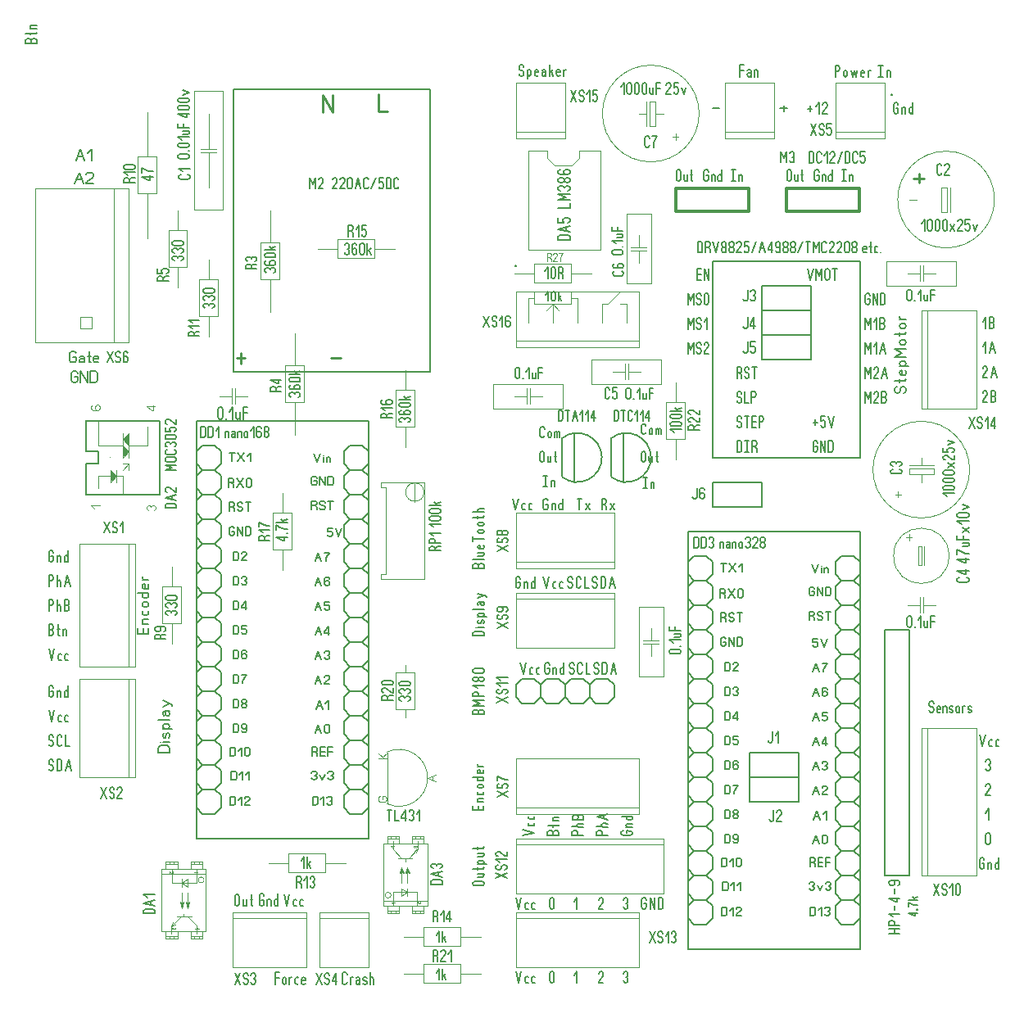
<source format=gbr>
%FSLAX34Y34*%
%MOMM*%
%LNSILK_TOP*%
G71*
G01*
%ADD10C, 0.200*%
%ADD11C, 0.159*%
%ADD12C, 0.100*%
%ADD13C, 0.111*%
%ADD14C, 0.144*%
%ADD15C, 0.000*%
%ADD16C, 0.110*%
%ADD17C, 0.150*%
%ADD18C, 0.206*%
%ADD19C, 0.175*%
%ADD20C, 0.044*%
%ADD21C, 0.191*%
%ADD22C, 0.133*%
%ADD23C, 0.222*%
%ADD24C, 0.300*%
%ADD25C, 0.156*%
%LPD*%
G54D10*
X317500Y215900D02*
X317500Y209500D01*
X323800Y203200D01*
X336600Y203200D01*
X342900Y209500D01*
X342900Y222300D01*
X336600Y228600D01*
X323800Y228600D01*
X317500Y222300D01*
X317500Y215900D01*
G54D10*
X317500Y241300D02*
X317500Y234900D01*
X323800Y228600D01*
X336600Y228600D01*
X342900Y234900D01*
X342900Y247700D01*
X336600Y254000D01*
X323800Y254000D01*
X317500Y247700D01*
X317500Y241300D01*
G54D10*
X317500Y266700D02*
X317500Y260300D01*
X323800Y254000D01*
X336600Y254000D01*
X342900Y260300D01*
X342900Y273100D01*
X336600Y279400D01*
X323800Y279400D01*
X317500Y273100D01*
X317500Y266700D01*
G54D10*
X317500Y292100D02*
X317500Y285700D01*
X323800Y279400D01*
X336600Y279400D01*
X342900Y285700D01*
X342900Y298500D01*
X336600Y304800D01*
X323800Y304800D01*
X317500Y298500D01*
X317500Y292100D01*
G54D10*
X317500Y317500D02*
X317500Y311100D01*
X323800Y304800D01*
X336600Y304800D01*
X342900Y311100D01*
X342900Y323900D01*
X336600Y330200D01*
X323800Y330200D01*
X317500Y323900D01*
X317500Y317500D01*
G54D10*
X317500Y342900D02*
X317500Y336500D01*
X323800Y330200D01*
X336600Y330200D01*
X342900Y336500D01*
X342900Y349300D01*
X336600Y355600D01*
X323800Y355600D01*
X317500Y349300D01*
X317500Y342900D01*
G54D10*
X317500Y368300D02*
X317500Y361900D01*
X323800Y355600D01*
X336600Y355600D01*
X342900Y361900D01*
X342900Y374700D01*
X336600Y381000D01*
X323800Y381000D01*
X317500Y374700D01*
X317500Y368300D01*
G54D10*
X317500Y393700D02*
X317500Y387300D01*
X323800Y381000D01*
X336600Y381000D01*
X342900Y387300D01*
X342900Y400100D01*
X336600Y406400D01*
X323800Y406400D01*
X317500Y400100D01*
X317500Y393700D01*
G54D10*
X317500Y419100D02*
X317500Y412700D01*
X323800Y406400D01*
X336600Y406400D01*
X342900Y412700D01*
X342900Y425500D01*
X336600Y431800D01*
X323800Y431800D01*
X317500Y425500D01*
X317500Y419100D01*
G54D10*
X317500Y444500D02*
X317500Y438100D01*
X323800Y431800D01*
X336600Y431800D01*
X342900Y438100D01*
X342900Y450900D01*
X336600Y457200D01*
X323800Y457200D01*
X317500Y450900D01*
X317500Y444500D01*
G54D10*
X317500Y469900D02*
X317500Y463500D01*
X323800Y457200D01*
X336600Y457200D01*
X342900Y463500D01*
X342900Y476300D01*
X336600Y482600D01*
X323800Y482600D01*
X317500Y476300D01*
X317500Y469900D01*
G54D10*
X317500Y495300D02*
X317500Y488900D01*
X323800Y482600D01*
X336600Y482600D01*
X342900Y488900D01*
X342900Y501700D01*
X336600Y508000D01*
X323800Y508000D01*
X317500Y501700D01*
X317500Y495300D01*
G54D10*
X317500Y520700D02*
X317500Y514300D01*
X323800Y508000D01*
X336600Y508000D01*
X342900Y514300D01*
X342900Y527100D01*
X336600Y533400D01*
X323800Y533400D01*
X317500Y527100D01*
X317500Y520700D01*
G54D10*
X317500Y546100D02*
X317500Y539700D01*
X323800Y533400D01*
X336600Y533400D01*
X342900Y539700D01*
X342900Y552500D01*
X336600Y558800D01*
X323800Y558800D01*
X317500Y552500D01*
X317500Y546100D01*
G54D10*
X317500Y571500D02*
X317500Y565100D01*
X323800Y558800D01*
X336600Y558800D01*
X342900Y565100D01*
X342900Y577900D01*
X336600Y584200D01*
X323800Y584200D01*
X317500Y577900D01*
X317500Y571500D01*
G54D10*
X165100Y215900D02*
X165100Y209500D01*
X171400Y203200D01*
X184200Y203200D01*
X190500Y209500D01*
X190500Y222300D01*
X184200Y228600D01*
X171400Y228600D01*
X165100Y222300D01*
X165100Y215900D01*
G54D10*
X165100Y241300D02*
X165100Y234900D01*
X171400Y228600D01*
X184200Y228600D01*
X190500Y234900D01*
X190500Y247700D01*
X184200Y254000D01*
X171400Y254000D01*
X165100Y247700D01*
X165100Y241300D01*
G54D10*
X165100Y266700D02*
X165100Y260300D01*
X171400Y254000D01*
X184200Y254000D01*
X190500Y260300D01*
X190500Y273100D01*
X184200Y279400D01*
X171400Y279400D01*
X165100Y273100D01*
X165100Y266700D01*
G54D10*
X165100Y292100D02*
X165100Y285700D01*
X171400Y279400D01*
X184200Y279400D01*
X190500Y285700D01*
X190500Y298500D01*
X184200Y304800D01*
X171400Y304800D01*
X165100Y298500D01*
X165100Y292100D01*
G54D10*
X165100Y317500D02*
X165100Y311100D01*
X171400Y304800D01*
X184200Y304800D01*
X190500Y311100D01*
X190500Y323900D01*
X184200Y330200D01*
X171400Y330200D01*
X165100Y323900D01*
X165100Y317500D01*
G54D10*
X165100Y342900D02*
X165100Y336500D01*
X171400Y330200D01*
X184200Y330200D01*
X190500Y336500D01*
X190500Y349300D01*
X184200Y355600D01*
X171400Y355600D01*
X165100Y349300D01*
X165100Y342900D01*
G54D10*
X165100Y368300D02*
X165100Y361900D01*
X171400Y355600D01*
X184200Y355600D01*
X190500Y361900D01*
X190500Y374700D01*
X184200Y381000D01*
X171400Y381000D01*
X165100Y374700D01*
X165100Y368300D01*
G54D10*
X165100Y393700D02*
X165100Y387300D01*
X171400Y381000D01*
X184200Y381000D01*
X190500Y387300D01*
X190500Y400100D01*
X184200Y406400D01*
X171400Y406400D01*
X165100Y400100D01*
X165100Y393700D01*
G54D10*
X165100Y419100D02*
X165100Y412700D01*
X171400Y406400D01*
X184200Y406400D01*
X190500Y412700D01*
X190500Y425500D01*
X184200Y431800D01*
X171400Y431800D01*
X165100Y425500D01*
X165100Y419100D01*
G54D10*
X165100Y444500D02*
X165100Y438100D01*
X171400Y431800D01*
X184200Y431800D01*
X190500Y438100D01*
X190500Y450900D01*
X184200Y457200D01*
X171400Y457200D01*
X165100Y450900D01*
X165100Y444500D01*
G54D10*
X165100Y469900D02*
X165100Y463500D01*
X171400Y457200D01*
X184200Y457200D01*
X190500Y463500D01*
X190500Y476299D01*
X184200Y482600D01*
X171400Y482600D01*
X165100Y476300D01*
X165100Y469900D01*
G54D10*
X165100Y495300D02*
X165100Y488900D01*
X171400Y482600D01*
X184200Y482600D01*
X190500Y488900D01*
X190500Y501700D01*
X184200Y508000D01*
X171400Y508000D01*
X165100Y501700D01*
X165100Y495300D01*
G54D10*
X165100Y520700D02*
X165100Y514300D01*
X171400Y508000D01*
X184200Y508000D01*
X190500Y514300D01*
X190500Y527100D01*
X184200Y533400D01*
X171400Y533400D01*
X165100Y527100D01*
X165100Y520700D01*
G54D10*
X165100Y546100D02*
X165100Y539700D01*
X171400Y533400D01*
X184200Y533400D01*
X190500Y539700D01*
X190500Y552500D01*
X184200Y558800D01*
X171400Y558800D01*
X165100Y552500D01*
X165100Y546100D01*
G54D10*
X165100Y571500D02*
X165100Y565100D01*
X171400Y558800D01*
X184200Y558800D01*
X190500Y565100D01*
X190500Y577900D01*
X184200Y584200D01*
X171400Y584200D01*
X165100Y577900D01*
X165100Y571500D01*
G54D11*
X202123Y567439D02*
X202123Y576328D01*
G54D11*
X199456Y576328D02*
X204790Y576328D01*
G54D11*
X207900Y576328D02*
X214567Y567439D01*
G54D11*
X207900Y567439D02*
X214567Y576328D01*
G54D11*
X217678Y572995D02*
X221012Y576328D01*
X221012Y567439D01*
G54D11*
X201172Y545540D02*
X203172Y544429D01*
X203839Y543318D01*
X203839Y541096D01*
G54D11*
X198506Y541096D02*
X198506Y549985D01*
X201839Y549985D01*
X203172Y549429D01*
X203839Y548318D01*
X203839Y547207D01*
X203172Y546096D01*
X201839Y545540D01*
X198506Y545540D01*
G54D11*
X206950Y549985D02*
X213616Y541096D01*
G54D11*
X206950Y541096D02*
X213616Y549985D01*
G54D11*
X222061Y548318D02*
X222061Y542763D01*
X221394Y541652D01*
X220061Y541096D01*
X218728Y541096D01*
X217394Y541652D01*
X216728Y542763D01*
X216728Y548318D01*
X217394Y549429D01*
X218728Y549985D01*
X220061Y549985D01*
X221394Y549429D01*
X222061Y548318D01*
G54D11*
X201893Y520645D02*
X203893Y519534D01*
X204560Y518423D01*
X204560Y516200D01*
G54D11*
X199226Y516200D02*
X199226Y525089D01*
X202560Y525089D01*
X203893Y524534D01*
X204560Y523423D01*
X204560Y522312D01*
X203893Y521200D01*
X202560Y520645D01*
X199226Y520645D01*
G54D11*
X207670Y517867D02*
X208337Y516756D01*
X209670Y516200D01*
X211004Y516200D01*
X212337Y516756D01*
X213004Y517867D01*
X213004Y518978D01*
X212337Y520089D01*
X211004Y520645D01*
X209670Y520645D01*
X208337Y521200D01*
X207670Y522312D01*
X207670Y523423D01*
X208337Y524534D01*
X209670Y525089D01*
X211004Y525089D01*
X212337Y524534D01*
X213004Y523423D01*
G54D11*
X218781Y516200D02*
X218781Y525089D01*
G54D11*
X216114Y525089D02*
X221448Y525089D01*
G54D11*
X201839Y495208D02*
X204506Y495208D01*
X204506Y492430D01*
X203839Y491319D01*
X202506Y490764D01*
X201173Y490764D01*
X199839Y491319D01*
X199173Y492430D01*
X199173Y497986D01*
X199839Y499097D01*
X201173Y499652D01*
X202506Y499652D01*
X203839Y499097D01*
X204506Y497986D01*
G54D11*
X207617Y490764D02*
X207617Y499652D01*
X212950Y490764D01*
X212950Y499652D01*
G54D11*
X216061Y490764D02*
X216061Y499652D01*
X219394Y499652D01*
X220727Y499097D01*
X221394Y497986D01*
X221394Y492430D01*
X220727Y491319D01*
X219394Y490764D01*
X216061Y490764D01*
G54D11*
X203394Y465144D02*
X203394Y474032D01*
X206727Y474032D01*
X208060Y473477D01*
X208727Y472366D01*
X208727Y466810D01*
X208060Y465699D01*
X206727Y465144D01*
X203394Y465144D01*
G54D11*
X217171Y465144D02*
X211838Y465144D01*
X211838Y465699D01*
X212504Y466810D01*
X216504Y470144D01*
X217171Y471255D01*
X217171Y472366D01*
X216504Y473477D01*
X215171Y474032D01*
X213838Y474032D01*
X212504Y473477D01*
X211838Y472366D01*
G54D11*
X203395Y439743D02*
X203395Y448631D01*
X206728Y448631D01*
X208061Y448076D01*
X208728Y446965D01*
X208728Y441409D01*
X208061Y440298D01*
X206728Y439743D01*
X203395Y439743D01*
G54D11*
X211839Y446965D02*
X212505Y448076D01*
X213839Y448631D01*
X215172Y448631D01*
X216505Y448076D01*
X217172Y446965D01*
X217172Y445854D01*
X216505Y444743D01*
X215172Y444187D01*
X216505Y443631D01*
X217172Y442520D01*
X217172Y441409D01*
X216505Y440298D01*
X215172Y439743D01*
X213839Y439743D01*
X212505Y440298D01*
X211839Y441409D01*
G54D11*
X203448Y414381D02*
X203448Y423270D01*
X206781Y423270D01*
X208114Y422715D01*
X208781Y421604D01*
X208781Y416048D01*
X208114Y414937D01*
X206781Y414381D01*
X203448Y414381D01*
G54D11*
X215892Y414381D02*
X215892Y423270D01*
X211892Y417715D01*
X211892Y416604D01*
X217225Y416604D01*
G54D11*
X203395Y388943D02*
X203395Y397832D01*
X206728Y397832D01*
X208062Y397276D01*
X208728Y396165D01*
X208728Y390609D01*
X208062Y389498D01*
X206728Y388943D01*
X203395Y388943D01*
G54D11*
X217172Y397832D02*
X211839Y397832D01*
X211839Y393943D01*
X212506Y393943D01*
X213839Y394498D01*
X215172Y394498D01*
X216506Y393943D01*
X217172Y392832D01*
X217172Y390609D01*
X216506Y389498D01*
X215172Y388943D01*
X213839Y388943D01*
X212506Y389498D01*
X211839Y390609D01*
G54D11*
X203395Y363545D02*
X203395Y372434D01*
X206728Y372434D01*
X208061Y371878D01*
X208728Y370767D01*
X208728Y365212D01*
X208061Y364100D01*
X206728Y363545D01*
X203395Y363545D01*
G54D11*
X217172Y370767D02*
X216505Y371878D01*
X215172Y372434D01*
X213839Y372434D01*
X212505Y371878D01*
X211839Y370767D01*
X211839Y367989D01*
X211839Y367434D01*
X213839Y368545D01*
X215172Y368545D01*
X216505Y367989D01*
X217172Y366878D01*
X217172Y365212D01*
X216505Y364100D01*
X215172Y363545D01*
X213839Y363545D01*
X212505Y364100D01*
X211839Y365212D01*
X211839Y367989D01*
G54D11*
X203444Y338177D02*
X203444Y347066D01*
X206777Y347066D01*
X208111Y346510D01*
X208777Y345399D01*
X208777Y339844D01*
X208111Y338733D01*
X206777Y338177D01*
X203444Y338177D01*
G54D11*
X211888Y347066D02*
X217221Y347066D01*
X216555Y345955D01*
X215221Y344288D01*
X213888Y342066D01*
X213221Y340399D01*
X213221Y338177D01*
G54D11*
X203395Y312743D02*
X203395Y321632D01*
X206728Y321632D01*
X208061Y321076D01*
X208728Y319965D01*
X208728Y314409D01*
X208061Y313298D01*
X206728Y312743D01*
X203395Y312743D01*
G54D11*
X215172Y317187D02*
X213839Y317187D01*
X212505Y317743D01*
X211839Y318854D01*
X211839Y319965D01*
X212505Y321076D01*
X213839Y321632D01*
X215172Y321632D01*
X216505Y321076D01*
X217172Y319965D01*
X217172Y318854D01*
X216505Y317743D01*
X215172Y317187D01*
X216505Y316632D01*
X217172Y315520D01*
X217172Y314409D01*
X216505Y313298D01*
X215172Y312743D01*
X213839Y312743D01*
X212505Y313298D01*
X211839Y314409D01*
X211839Y315520D01*
X212505Y316632D01*
X213839Y317187D01*
G54D11*
X203395Y287344D02*
X203395Y296232D01*
X206728Y296232D01*
X208061Y295677D01*
X208728Y294566D01*
X208728Y289010D01*
X208061Y287899D01*
X206728Y287344D01*
X203395Y287344D01*
G54D11*
X211839Y289010D02*
X212505Y287899D01*
X213839Y287344D01*
X215172Y287344D01*
X216505Y287899D01*
X217172Y289010D01*
X217172Y291788D01*
X217172Y292344D01*
X215172Y291232D01*
X213839Y291232D01*
X212505Y291788D01*
X211839Y292899D01*
X211839Y294566D01*
X212505Y295677D01*
X213839Y296232D01*
X215172Y296232D01*
X216505Y295677D01*
X217172Y294566D01*
X217172Y291788D01*
G54D11*
X200173Y262864D02*
X200173Y271752D01*
X203506Y271752D01*
X204840Y271197D01*
X205506Y270086D01*
X205506Y264530D01*
X204840Y263419D01*
X203506Y262864D01*
X200173Y262864D01*
G54D11*
X208617Y268419D02*
X211950Y271752D01*
X211950Y262864D01*
G54D11*
X220394Y270086D02*
X220394Y264530D01*
X219728Y263419D01*
X218394Y262864D01*
X217061Y262864D01*
X215728Y263419D01*
X215061Y264530D01*
X215061Y270086D01*
X215728Y271197D01*
X217061Y271752D01*
X218394Y271752D01*
X219728Y271197D01*
X220394Y270086D01*
G54D11*
X201172Y238164D02*
X201172Y247052D01*
X204505Y247052D01*
X205839Y246497D01*
X206505Y245386D01*
X206505Y239830D01*
X205839Y238719D01*
X204505Y238164D01*
X201172Y238164D01*
G54D11*
X209616Y243719D02*
X212949Y247052D01*
X212949Y238164D01*
G54D11*
X216060Y243719D02*
X219393Y247052D01*
X219393Y238164D01*
G54D11*
X200172Y212064D02*
X200172Y220952D01*
X203505Y220952D01*
X204839Y220397D01*
X205505Y219286D01*
X205505Y213730D01*
X204839Y212619D01*
X203505Y212064D01*
X200172Y212064D01*
G54D11*
X208616Y217619D02*
X211949Y220952D01*
X211949Y212064D01*
G54D11*
X220393Y212064D02*
X215060Y212064D01*
X215060Y212619D01*
X215727Y213730D01*
X219727Y217064D01*
X220393Y218175D01*
X220393Y219286D01*
X219727Y220397D01*
X218393Y220952D01*
X217060Y220952D01*
X215727Y220397D01*
X215060Y219286D01*
G54D11*
X285228Y212183D02*
X285228Y221072D01*
X288561Y221072D01*
X289895Y220516D01*
X290561Y219405D01*
X290561Y213850D01*
X289895Y212739D01*
X288561Y212183D01*
X285228Y212183D01*
G54D11*
X293672Y217739D02*
X297005Y221072D01*
X297005Y212183D01*
G54D11*
X300116Y219405D02*
X300783Y220516D01*
X302116Y221072D01*
X303449Y221072D01*
X304783Y220516D01*
X305449Y219405D01*
X305449Y218294D01*
X304783Y217183D01*
X303449Y216627D01*
X304783Y216072D01*
X305449Y214961D01*
X305449Y213850D01*
X304783Y212739D01*
X303449Y212183D01*
X302116Y212183D01*
X300783Y212739D01*
X300116Y213850D01*
G54D11*
X284179Y245540D02*
X284846Y246651D01*
X286179Y247207D01*
X287512Y247207D01*
X288846Y246651D01*
X289512Y245540D01*
X289512Y244429D01*
X288846Y243318D01*
X287512Y242763D01*
X288846Y242207D01*
X289512Y241096D01*
X289512Y239985D01*
X288846Y238874D01*
X287512Y238318D01*
X286179Y238318D01*
X284846Y238874D01*
X284179Y239985D01*
G54D11*
X292623Y243318D02*
X295290Y238318D01*
X297956Y243318D01*
G54D11*
X301067Y245540D02*
X301734Y246651D01*
X303067Y247207D01*
X304400Y247207D01*
X305734Y246651D01*
X306400Y245540D01*
X306400Y244429D01*
X305734Y243318D01*
X304400Y242763D01*
X305734Y242207D01*
X306400Y241096D01*
X306400Y239985D01*
X305734Y238874D01*
X304400Y238318D01*
X303067Y238318D01*
X301734Y238874D01*
X301067Y239985D01*
G54D11*
X287615Y267623D02*
X289615Y266512D01*
X290282Y265401D01*
X290282Y263178D01*
G54D11*
X284948Y263178D02*
X284948Y272067D01*
X288282Y272067D01*
X289615Y271512D01*
X290282Y270401D01*
X290282Y269290D01*
X289615Y268178D01*
X288282Y267623D01*
X284948Y267623D01*
G54D11*
X298059Y263178D02*
X293392Y263178D01*
X293392Y272067D01*
X298059Y272067D01*
G54D11*
X293392Y267623D02*
X298059Y267623D01*
G54D11*
X301170Y263178D02*
X301170Y272067D01*
X305837Y272067D01*
G54D11*
X301170Y267623D02*
X305837Y267623D01*
G54D11*
X287758Y286614D02*
X291092Y295502D01*
X294425Y286614D01*
G54D11*
X289092Y289947D02*
X293092Y289947D01*
G54D11*
X302870Y293836D02*
X302870Y288280D01*
X302203Y287169D01*
X300870Y286614D01*
X299536Y286614D01*
X298203Y287169D01*
X297536Y288280D01*
X297536Y293836D01*
X298203Y294947D01*
X299536Y295502D01*
X300870Y295502D01*
X302203Y294947D01*
X302870Y293836D01*
G54D11*
X288759Y311312D02*
X292092Y320200D01*
X295426Y311312D01*
G54D11*
X290092Y314645D02*
X294092Y314645D01*
G54D11*
X298537Y316867D02*
X301870Y320200D01*
X301870Y311312D01*
G54D11*
X287758Y337414D02*
X291092Y346302D01*
X294425Y337414D01*
G54D11*
X289092Y340747D02*
X293092Y340747D01*
G54D11*
X302870Y337414D02*
X297536Y337414D01*
X297536Y337969D01*
X298203Y339080D01*
X302203Y342414D01*
X302870Y343525D01*
X302870Y344636D01*
X302203Y345747D01*
X300870Y346302D01*
X299536Y346302D01*
X298203Y345747D01*
X297536Y344636D01*
G54D11*
X287759Y362814D02*
X291092Y371702D01*
X294426Y362814D01*
G54D11*
X289092Y366147D02*
X293092Y366147D01*
G54D11*
X297537Y370036D02*
X298204Y371147D01*
X299537Y371702D01*
X300870Y371702D01*
X302204Y371147D01*
X302870Y370036D01*
X302870Y368925D01*
X302204Y367814D01*
X300870Y367258D01*
X302204Y366702D01*
X302870Y365591D01*
X302870Y364480D01*
X302204Y363369D01*
X300870Y362814D01*
X299537Y362814D01*
X298204Y363369D01*
X297537Y364480D01*
G54D11*
X287809Y388173D02*
X291142Y397062D01*
X294476Y388173D01*
G54D11*
X289142Y391506D02*
X293142Y391506D01*
G54D11*
X301587Y388173D02*
X301587Y397062D01*
X297587Y391506D01*
X297587Y390395D01*
X302920Y390395D01*
G54D11*
X287759Y413614D02*
X291092Y422502D01*
X294426Y413614D01*
G54D11*
X289092Y416947D02*
X293092Y416947D01*
G54D11*
X302870Y422502D02*
X297537Y422502D01*
X297537Y418614D01*
X298204Y418614D01*
X299537Y419169D01*
X300870Y419169D01*
X302204Y418614D01*
X302870Y417502D01*
X302870Y415280D01*
X302204Y414169D01*
X300870Y413614D01*
X299537Y413614D01*
X298204Y414169D01*
X297537Y415280D01*
G54D11*
X287758Y439014D02*
X291092Y447902D01*
X294425Y439014D01*
G54D11*
X289092Y442347D02*
X293092Y442347D01*
G54D11*
X302870Y446236D02*
X302203Y447347D01*
X300870Y447902D01*
X299536Y447902D01*
X298203Y447347D01*
X297536Y446236D01*
X297536Y443458D01*
X297536Y442902D01*
X299536Y444014D01*
X300870Y444014D01*
X302203Y443458D01*
X302870Y442347D01*
X302870Y440680D01*
X302203Y439569D01*
X300870Y439014D01*
X299536Y439014D01*
X298203Y439569D01*
X297536Y440680D01*
X297536Y443458D01*
G54D11*
X287802Y464372D02*
X291135Y473261D01*
X294469Y464372D01*
G54D11*
X289135Y467705D02*
X293135Y467705D01*
G54D11*
X297580Y473261D02*
X302913Y473261D01*
X302247Y472150D01*
X300913Y470483D01*
X299580Y468261D01*
X298913Y466594D01*
X298913Y464372D01*
G54D11*
X305842Y498665D02*
X300509Y498665D01*
X300509Y494776D01*
X301176Y494776D01*
X302509Y495332D01*
X303842Y495332D01*
X305176Y494776D01*
X305842Y493665D01*
X305842Y491443D01*
X305176Y490332D01*
X303842Y489776D01*
X302509Y489776D01*
X301176Y490332D01*
X300509Y491443D01*
G54D11*
X308953Y498665D02*
X312286Y489776D01*
X315620Y498665D01*
G54D11*
X286949Y522090D02*
X288949Y520979D01*
X289616Y519868D01*
X289616Y517646D01*
G54D11*
X284282Y517646D02*
X284282Y526534D01*
X287616Y526534D01*
X288949Y525979D01*
X289616Y524868D01*
X289616Y523757D01*
X288949Y522646D01*
X287616Y522090D01*
X284282Y522090D01*
G54D11*
X292726Y519312D02*
X293393Y518201D01*
X294726Y517646D01*
X296060Y517646D01*
X297393Y518201D01*
X298060Y519312D01*
X298060Y520423D01*
X297393Y521534D01*
X296060Y522090D01*
X294726Y522090D01*
X293393Y522646D01*
X292726Y523757D01*
X292726Y524868D01*
X293393Y525979D01*
X294726Y526534D01*
X296060Y526534D01*
X297393Y525979D01*
X298060Y524868D01*
G54D11*
X303837Y517646D02*
X303837Y526534D01*
G54D11*
X301170Y526534D02*
X306504Y526534D01*
G54D11*
X286896Y547527D02*
X289562Y547527D01*
X289562Y544749D01*
X288896Y543638D01*
X287562Y543082D01*
X286229Y543082D01*
X284896Y543638D01*
X284229Y544749D01*
X284229Y550305D01*
X284896Y551416D01*
X286229Y551971D01*
X287562Y551971D01*
X288896Y551416D01*
X289562Y550305D01*
G54D11*
X292673Y543082D02*
X292673Y551971D01*
X298006Y543082D01*
X298006Y551971D01*
G54D11*
X301117Y543082D02*
X301117Y551971D01*
X304450Y551971D01*
X305784Y551416D01*
X306450Y550305D01*
X306450Y544749D01*
X305784Y543638D01*
X304450Y543082D01*
X301117Y543082D01*
G54D11*
X286869Y575524D02*
X290202Y566635D01*
X293535Y575524D01*
G54D11*
X296647Y566635D02*
X296647Y571635D01*
G54D11*
X296647Y573302D02*
X296647Y573302D01*
G54D11*
X299758Y566635D02*
X299758Y571635D01*
G54D11*
X299758Y570524D02*
X300424Y571302D01*
X301758Y571635D01*
X303091Y571302D01*
X303758Y570524D01*
X303758Y566635D01*
G54D10*
X165100Y609600D02*
X342900Y609600D01*
X342900Y177800D01*
X165100Y177800D01*
X165100Y609600D01*
G54D12*
G75*
G01X362183Y213614D02*
G03X362183Y267086I12467J26736D01*
G01*
G54D12*
X362350Y266750D02*
X362350Y213550D01*
G54D13*
X357510Y218537D02*
X357510Y221204D01*
X360288Y221204D01*
X361399Y220537D01*
X361954Y219204D01*
X361954Y217871D01*
X361399Y216538D01*
X360287Y215871D01*
X354732Y215871D01*
X353621Y216538D01*
X353066Y217871D01*
X353066Y219204D01*
X353621Y220537D01*
X354732Y221204D01*
G54D13*
X412754Y236508D02*
X403866Y239842D01*
X412754Y243175D01*
G54D13*
X409421Y237842D02*
X409421Y241841D01*
G54D13*
X361954Y260321D02*
X353065Y260321D01*
G54D13*
X359177Y260321D02*
X353065Y265654D01*
G54D13*
X357510Y262321D02*
X361954Y265654D01*
G54D12*
X390500Y311200D02*
X371500Y311200D01*
X371500Y349200D01*
X390500Y349200D01*
X390500Y311200D01*
G54D12*
X381000Y311100D02*
X381000Y303200D01*
G54D12*
X381000Y349200D02*
X381000Y357100D01*
G54D14*
X40946Y878690D02*
X45279Y890246D01*
X49612Y878690D01*
G54D14*
X42679Y883023D02*
X47879Y883023D01*
G54D14*
X52791Y885912D02*
X57124Y890246D01*
X57124Y878690D01*
G54D14*
X39646Y854590D02*
X43979Y866146D01*
X48312Y854590D01*
G54D14*
X41379Y858923D02*
X46579Y858923D01*
G54D14*
X58424Y854590D02*
X51491Y854590D01*
X51491Y855312D01*
X52357Y856757D01*
X57557Y861090D01*
X58424Y862535D01*
X58424Y863979D01*
X57557Y865423D01*
X55824Y866146D01*
X54091Y866146D01*
X52357Y865423D01*
X51491Y863979D01*
G54D14*
X37357Y675623D02*
X40824Y675623D01*
X40824Y672012D01*
X39957Y670567D01*
X38224Y669845D01*
X36491Y669845D01*
X34757Y670567D01*
X33891Y672012D01*
X33891Y679234D01*
X34757Y680678D01*
X36491Y681401D01*
X38224Y681401D01*
X39957Y680678D01*
X40824Y679234D01*
G54D14*
X44002Y675623D02*
X45735Y676345D01*
X47815Y676345D01*
X49202Y674901D01*
X49202Y669845D01*
G54D14*
X49202Y672012D02*
X48335Y673456D01*
X46602Y673745D01*
X44868Y673456D01*
X44002Y672012D01*
X44348Y670567D01*
X45735Y669845D01*
X46602Y669845D01*
X46948Y669845D01*
X48335Y670567D01*
X49202Y672012D01*
G54D14*
X54113Y681401D02*
X54113Y670567D01*
X54980Y669845D01*
X55846Y670134D01*
G54D14*
X52380Y676345D02*
X55846Y676345D01*
G54D14*
X64225Y670567D02*
X62838Y669845D01*
X61105Y669845D01*
X59371Y670567D01*
X59025Y672012D01*
X59025Y674467D01*
X59891Y675912D01*
X61625Y676345D01*
X63358Y675912D01*
X64225Y674901D01*
X64225Y673456D01*
X59025Y673456D01*
G54D14*
X38947Y654983D02*
X42414Y654983D01*
X42414Y651372D01*
X41547Y649928D01*
X39814Y649206D01*
X38080Y649206D01*
X36347Y649928D01*
X35480Y651372D01*
X35480Y658594D01*
X36347Y660039D01*
X38080Y660761D01*
X39814Y660761D01*
X41547Y660039D01*
X42414Y658594D01*
G54D14*
X45591Y649206D02*
X45591Y660761D01*
X52525Y649206D01*
X52525Y660761D01*
G54D14*
X55702Y649206D02*
X55702Y660761D01*
X60036Y660761D01*
X61769Y660039D01*
X62636Y658594D01*
X62636Y651372D01*
X61769Y649928D01*
X60036Y649206D01*
X55702Y649206D01*
G54D12*
X192900Y950200D02*
X162700Y950200D01*
X162700Y827800D01*
X192900Y827800D01*
X192900Y950200D01*
G54D12*
X185800Y890400D02*
X169800Y890400D01*
G54D12*
X185800Y887200D02*
X169800Y887200D01*
G54D12*
X177800Y926900D02*
X177800Y890400D01*
G54D12*
X177800Y887200D02*
X177800Y850700D01*
G54D12*
X136550Y806400D02*
X155550Y806400D01*
X155550Y768400D01*
X136550Y768400D01*
X136550Y806400D01*
G54D12*
X146050Y806500D02*
X146050Y827100D01*
G54D12*
X146050Y747700D02*
X146050Y768300D01*
G54D12*
X104800Y882600D02*
X123800Y882600D01*
X123800Y844600D01*
X104800Y844600D01*
X104800Y882600D01*
G54D12*
X114300Y882700D02*
X114300Y928700D01*
G54D12*
X114300Y798500D02*
X114300Y844500D01*
G54D15*
X75700Y572000D02*
X75700Y572000D01*
G54D10*
X50800Y577900D02*
X50800Y609700D01*
G54D10*
X50800Y577900D02*
X63500Y577900D01*
G54D10*
X63500Y565300D02*
X63500Y577900D01*
G54D10*
X50800Y565300D02*
X63500Y565300D01*
G54D10*
X50800Y533500D02*
X50800Y565300D01*
G54D10*
X50800Y533400D02*
X127000Y533400D01*
G54D10*
X127000Y533400D02*
X127000Y609600D01*
G54D10*
X50800Y609600D02*
X127000Y609600D01*
G54D12*
X82500Y546000D02*
X82500Y558800D01*
G54D12*
X63500Y539700D02*
X63500Y552400D01*
X88900Y552400D01*
X88900Y533400D01*
G36*
X76200Y546000D02*
X76200Y558800D01*
X82500Y552400D01*
X76200Y546000D01*
G37*
G54D12*
X76200Y546000D02*
X76200Y558800D01*
X82500Y552400D01*
X76200Y546000D01*
G54D12*
X88900Y571400D02*
X88900Y584200D01*
X95300Y577800D01*
X88900Y571400D01*
X88900Y571400D01*
G54D12*
X95300Y584200D02*
X95300Y596800D01*
X88900Y590500D01*
X95300Y584200D01*
G54D12*
X95300Y571400D02*
X95300Y584200D01*
G54D12*
X88900Y584200D02*
X88900Y596800D01*
G54D12*
X95300Y584200D02*
X114300Y584200D01*
X114300Y603200D01*
G54D12*
X88900Y584200D02*
X63500Y584200D01*
X63500Y609600D01*
G54D12*
X95200Y565100D02*
X88900Y558800D01*
X95200Y565100D01*
X88900Y565100D01*
X95200Y565100D01*
X95200Y558800D01*
G36*
X88900Y571400D02*
X88900Y584200D01*
X95300Y577800D01*
X88900Y571400D01*
G37*
G54D12*
X88900Y571400D02*
X88900Y584200D01*
X95300Y577800D01*
X88900Y571400D01*
G36*
X88900Y590500D02*
X95300Y584200D01*
X95300Y596800D01*
X88900Y590500D01*
G37*
G54D12*
X88900Y590500D02*
X95300Y584200D01*
X95300Y596800D01*
X88900Y590500D01*
G54D16*
X59800Y518800D02*
X56500Y522100D01*
X65400Y522100D01*
G54D16*
X122500Y624300D02*
X113600Y624300D01*
X119200Y620300D01*
X120300Y620300D01*
X120300Y625600D01*
G54D16*
X58200Y625800D02*
X57100Y625200D01*
X56500Y623800D01*
X56500Y622500D01*
X57100Y621200D01*
X58200Y620500D01*
X61000Y620500D01*
X61500Y620500D01*
X60400Y622500D01*
X60400Y623800D01*
X61000Y625200D01*
X62100Y625800D01*
X63700Y625800D01*
X64800Y625200D01*
X65400Y623800D01*
X65400Y622500D01*
X64800Y621200D01*
X63700Y620500D01*
X61000Y620500D01*
G54D16*
X115500Y516900D02*
X114400Y517600D01*
X113800Y518900D01*
X113800Y520200D01*
X114400Y521600D01*
X115500Y522200D01*
X116600Y522200D01*
X117700Y521600D01*
X118300Y520200D01*
X118800Y521600D01*
X119900Y522200D01*
X121000Y522200D01*
X122100Y521600D01*
X122700Y520200D01*
X122700Y518900D01*
X122100Y517600D01*
X121000Y516900D01*
G54D15*
X45300Y705200D02*
X45300Y716700D01*
X56800Y716700D01*
X56800Y705200D01*
X45300Y705200D01*
G54D15*
X-1200Y690700D02*
X-1200Y849700D01*
X95300Y849700D01*
X95300Y690700D01*
X-1200Y690700D01*
G54D15*
X80300Y690700D02*
X80300Y849700D01*
G54D14*
X130678Y756403D02*
X132123Y758136D01*
X133567Y758714D01*
X136456Y758714D01*
G54D14*
X136456Y754092D02*
X124900Y754092D01*
X124900Y756981D01*
X125623Y758136D01*
X127067Y758714D01*
X128512Y758714D01*
X129956Y758136D01*
X130678Y756981D01*
X130678Y754092D01*
G54D14*
X124900Y766514D02*
X124900Y761892D01*
X129956Y761892D01*
X129956Y762470D01*
X129234Y763625D01*
X129234Y764781D01*
X129956Y765936D01*
X131400Y766514D01*
X134289Y766514D01*
X135734Y765936D01*
X136456Y764781D01*
X136456Y763625D01*
X135734Y762470D01*
X134289Y761892D01*
G54D14*
X142492Y775227D02*
X141048Y775805D01*
X140325Y776960D01*
X140325Y778116D01*
X141048Y779271D01*
X142492Y779849D01*
X143937Y779849D01*
X145381Y779271D01*
X146103Y778116D01*
X146825Y779271D01*
X148270Y779849D01*
X149714Y779849D01*
X151159Y779271D01*
X151881Y778116D01*
X151881Y776960D01*
X151159Y775805D01*
X149714Y775227D01*
G54D14*
X142492Y783027D02*
X141048Y783605D01*
X140325Y784760D01*
X140325Y785916D01*
X141048Y787071D01*
X142492Y787649D01*
X143937Y787649D01*
X145381Y787071D01*
X146103Y785916D01*
X146825Y787071D01*
X148270Y787649D01*
X149714Y787649D01*
X151159Y787071D01*
X151881Y785916D01*
X151881Y784760D01*
X151159Y783605D01*
X149714Y783027D01*
G54D14*
X142492Y795449D02*
X149714Y795449D01*
X151159Y794871D01*
X151881Y793716D01*
X151881Y792560D01*
X151159Y791405D01*
X149714Y790827D01*
X142492Y790827D01*
X141048Y791405D01*
X140325Y792560D01*
X140325Y793716D01*
X141048Y794871D01*
X142492Y795449D01*
G54D14*
X156258Y863962D02*
X157703Y863384D01*
X158425Y862228D01*
X158425Y861073D01*
X157703Y859917D01*
X156258Y859340D01*
X149036Y859340D01*
X147592Y859917D01*
X146869Y861073D01*
X146869Y862228D01*
X147592Y863384D01*
X149036Y863962D01*
G54D14*
X151203Y867140D02*
X146869Y870028D01*
X158425Y870028D01*
G54D14*
X148342Y885168D02*
X155564Y885168D01*
X157008Y884590D01*
X157730Y883435D01*
X157730Y882279D01*
X157008Y881124D01*
X155564Y880546D01*
X148342Y880546D01*
X146897Y881124D01*
X146175Y882279D01*
X146175Y883435D01*
X146897Y884590D01*
X148342Y885168D01*
G54D14*
X157730Y888808D02*
X157730Y888346D01*
X157153Y888346D01*
X157153Y888808D01*
X157730Y888808D01*
X157730Y888346D01*
G54D14*
X148342Y896608D02*
X155564Y896608D01*
X157008Y896030D01*
X157730Y894875D01*
X157730Y893719D01*
X157008Y892564D01*
X155564Y891986D01*
X148342Y891986D01*
X146897Y892564D01*
X146175Y893719D01*
X146175Y894875D01*
X146897Y896030D01*
X148342Y896608D01*
G54D14*
X150508Y899786D02*
X146175Y902675D01*
X157730Y902675D01*
G54D14*
X151230Y909320D02*
X157730Y909320D01*
G54D14*
X156286Y909320D02*
X157442Y908742D01*
X157730Y907586D01*
X157442Y906431D01*
X156286Y905853D01*
X151230Y905853D01*
G54D14*
X157730Y912498D02*
X146175Y912498D01*
X146175Y916542D01*
G54D14*
X151953Y912498D02*
X151953Y916542D01*
G54D14*
X157730Y926481D02*
X146175Y926481D01*
X153397Y923014D01*
X154842Y923014D01*
X154842Y927636D01*
G54D14*
X148342Y935436D02*
X155564Y935436D01*
X157008Y934858D01*
X157730Y933703D01*
X157730Y932547D01*
X157008Y931392D01*
X155564Y930814D01*
X148342Y930814D01*
X146897Y931392D01*
X146175Y932547D01*
X146175Y933703D01*
X146897Y934858D01*
X148342Y935436D01*
G54D14*
X148342Y943236D02*
X155564Y943236D01*
X157008Y942658D01*
X157730Y941503D01*
X157730Y940347D01*
X157008Y939192D01*
X155564Y938614D01*
X148342Y938614D01*
X146897Y939192D01*
X146175Y940347D01*
X146175Y941503D01*
X146897Y942658D01*
X148342Y943236D01*
G54D14*
X151230Y946414D02*
X157730Y948725D01*
X151230Y951036D01*
G54D14*
X95753Y858003D02*
X97198Y859736D01*
X98642Y860314D01*
X101531Y860314D01*
G54D14*
X101531Y855691D02*
X89975Y855691D01*
X89975Y858580D01*
X90698Y859736D01*
X92142Y860314D01*
X93587Y860314D01*
X95031Y859736D01*
X95753Y858580D01*
X95753Y855691D01*
G54D14*
X94309Y863491D02*
X89975Y866380D01*
X101531Y866380D01*
G54D14*
X92142Y874181D02*
X99364Y874181D01*
X100809Y873603D01*
X101531Y872447D01*
X101531Y871292D01*
X100809Y870136D01*
X99364Y869558D01*
X92142Y869558D01*
X90698Y870136D01*
X89975Y871292D01*
X89975Y872447D01*
X90698Y873603D01*
X92142Y874181D01*
G54D14*
X120131Y861734D02*
X108575Y861734D01*
X115798Y858267D01*
X117242Y858267D01*
X117242Y862890D01*
G54D14*
X108575Y866067D02*
X108575Y870690D01*
X110020Y870112D01*
X112187Y868956D01*
X115075Y867801D01*
X117242Y867223D01*
X120131Y867223D01*
G54D12*
X349200Y796900D02*
X349200Y777900D01*
X311200Y777900D01*
X311200Y796900D01*
X349200Y796900D01*
G54D12*
X349300Y787400D02*
X369900Y787400D01*
G54D12*
X290500Y787400D02*
X311100Y787400D01*
G54D12*
X250800Y755700D02*
X231800Y755700D01*
X231800Y793700D01*
X250800Y793700D01*
X250800Y755700D01*
G54D12*
X241300Y755600D02*
X241300Y722300D01*
G54D12*
X241300Y827100D02*
X241300Y793800D01*
G54D12*
X276200Y628700D02*
X257200Y628700D01*
X257200Y666700D01*
X276200Y666700D01*
X276200Y628700D01*
G54D12*
X266700Y628600D02*
X266700Y595300D01*
G54D12*
X266700Y700100D02*
X266700Y666800D01*
G54D14*
X221748Y768889D02*
X223192Y770622D01*
X224637Y771200D01*
X227526Y771200D01*
G54D14*
X227526Y766578D02*
X215970Y766578D01*
X215970Y769466D01*
X216692Y770622D01*
X218137Y771200D01*
X219581Y771200D01*
X221026Y770622D01*
X221748Y769466D01*
X221748Y766578D01*
G54D14*
X218137Y774378D02*
X216692Y774955D01*
X215970Y776111D01*
X215970Y777266D01*
X216692Y778422D01*
X218137Y779000D01*
X219581Y779000D01*
X221026Y778422D01*
X221748Y777266D01*
X222470Y778422D01*
X223914Y779000D01*
X225359Y779000D01*
X226803Y778422D01*
X227526Y777266D01*
X227526Y776111D01*
X226803Y774955D01*
X225359Y774378D01*
G54D14*
X237637Y762715D02*
X236192Y763293D01*
X235470Y764448D01*
X235470Y765604D01*
X236192Y766759D01*
X237637Y767337D01*
X239081Y767337D01*
X240526Y766759D01*
X241248Y765604D01*
X241970Y766759D01*
X243414Y767337D01*
X244859Y767337D01*
X246303Y766759D01*
X247026Y765604D01*
X247026Y764448D01*
X246303Y763293D01*
X244859Y762715D01*
G54D14*
X237637Y775137D02*
X236192Y774559D01*
X235470Y773404D01*
X235470Y772248D01*
X236192Y771093D01*
X237637Y770515D01*
X241248Y770515D01*
X241970Y770515D01*
X240526Y772248D01*
X240526Y773404D01*
X241248Y774559D01*
X242692Y775137D01*
X244859Y775137D01*
X246303Y774559D01*
X247026Y773404D01*
X247026Y772248D01*
X246303Y771093D01*
X244859Y770515D01*
X241248Y770515D01*
G54D14*
X237637Y782937D02*
X244859Y782937D01*
X246303Y782359D01*
X247026Y781204D01*
X247026Y780048D01*
X246303Y778893D01*
X244859Y778315D01*
X237637Y778315D01*
X236192Y778893D01*
X235470Y780048D01*
X235470Y781204D01*
X236192Y782359D01*
X237637Y782937D01*
G54D14*
X247026Y786115D02*
X235470Y786115D01*
G54D14*
X242692Y787848D02*
X247026Y789582D01*
G54D14*
X244137Y786115D02*
X240526Y789582D01*
G54D14*
X247147Y642322D02*
X248592Y644055D01*
X250036Y644633D01*
X252925Y644633D01*
G54D14*
X252925Y640010D02*
X241369Y640010D01*
X241369Y642899D01*
X242092Y644055D01*
X243536Y644633D01*
X244981Y644633D01*
X246425Y644055D01*
X247147Y642899D01*
X247147Y640010D01*
G54D14*
X252925Y651277D02*
X241369Y651277D01*
X248592Y647810D01*
X250036Y647810D01*
X250036Y652433D01*
G54D14*
X263036Y634128D02*
X261592Y634705D01*
X260869Y635861D01*
X260869Y637016D01*
X261592Y638172D01*
X263036Y638750D01*
X264481Y638750D01*
X265925Y638172D01*
X266647Y637016D01*
X267369Y638172D01*
X268814Y638750D01*
X270258Y638750D01*
X271703Y638172D01*
X272425Y637016D01*
X272425Y635861D01*
X271703Y634705D01*
X270258Y634128D01*
G54D14*
X263036Y646550D02*
X261592Y645972D01*
X260869Y644816D01*
X260869Y643661D01*
X261592Y642505D01*
X263036Y641928D01*
X266647Y641928D01*
X267369Y641928D01*
X265925Y643661D01*
X265925Y644816D01*
X266647Y645972D01*
X268092Y646550D01*
X270258Y646550D01*
X271703Y645972D01*
X272425Y644816D01*
X272425Y643661D01*
X271703Y642505D01*
X270258Y641928D01*
X266647Y641928D01*
G54D14*
X263036Y654350D02*
X270258Y654350D01*
X271703Y653772D01*
X272425Y652616D01*
X272425Y651461D01*
X271703Y650305D01*
X270258Y649728D01*
X263036Y649728D01*
X261592Y650305D01*
X260869Y651461D01*
X260869Y652616D01*
X261592Y653772D01*
X263036Y654350D01*
G54D14*
X272425Y657528D02*
X260869Y657528D01*
G54D14*
X268092Y659261D02*
X272425Y660994D01*
G54D14*
X269536Y657528D02*
X265925Y660994D01*
G54D12*
X168300Y755600D02*
X187300Y755600D01*
X187300Y717600D01*
X168300Y717600D01*
X168300Y755600D01*
G54D12*
X177800Y755700D02*
X177800Y776300D01*
G54D12*
X177800Y696900D02*
X177800Y717500D01*
G54D14*
X162525Y699324D02*
X163969Y701057D01*
X165414Y701635D01*
X168302Y701635D01*
G54D14*
X168302Y697012D02*
X156747Y697012D01*
X156747Y699901D01*
X157469Y701057D01*
X158914Y701635D01*
X160358Y701635D01*
X161802Y701057D01*
X162525Y699901D01*
X162525Y697012D01*
G54D14*
X161080Y704812D02*
X156747Y707701D01*
X168302Y707701D01*
G54D14*
X161080Y710880D02*
X156747Y713768D01*
X168302Y713768D01*
G54D14*
X174242Y726014D02*
X172797Y726592D01*
X172075Y727748D01*
X172075Y728903D01*
X172797Y730059D01*
X174242Y730637D01*
X175686Y730637D01*
X177130Y730059D01*
X177853Y728903D01*
X178575Y730059D01*
X180019Y730637D01*
X181464Y730637D01*
X182908Y730059D01*
X183630Y728903D01*
X183630Y727748D01*
X182908Y726592D01*
X181464Y726014D01*
G54D14*
X174242Y733814D02*
X172797Y734392D01*
X172075Y735548D01*
X172075Y736703D01*
X172797Y737859D01*
X174242Y738437D01*
X175686Y738437D01*
X177130Y737859D01*
X177853Y736703D01*
X178575Y737859D01*
X180019Y738437D01*
X181464Y738437D01*
X182908Y737859D01*
X183630Y736703D01*
X183630Y735548D01*
X182908Y734392D01*
X181464Y733814D01*
G54D14*
X174242Y746237D02*
X181464Y746237D01*
X182908Y745659D01*
X183630Y744503D01*
X183630Y743348D01*
X182908Y742192D01*
X181464Y741614D01*
X174242Y741614D01*
X172797Y742192D01*
X172075Y743348D01*
X172075Y744503D01*
X172797Y745659D01*
X174242Y746237D01*
G54D14*
X324603Y805947D02*
X326336Y804502D01*
X326914Y803058D01*
X326914Y800169D01*
G54D14*
X322292Y800169D02*
X322292Y811725D01*
X325180Y811725D01*
X326336Y811002D01*
X326914Y809558D01*
X326914Y808113D01*
X326336Y806669D01*
X325180Y805947D01*
X322292Y805947D01*
G54D14*
X330092Y807391D02*
X332980Y811725D01*
X332980Y800169D01*
G54D14*
X340781Y811725D02*
X336158Y811725D01*
X336158Y806669D01*
X336736Y806669D01*
X337892Y807391D01*
X339047Y807391D01*
X340203Y806669D01*
X340781Y805225D01*
X340781Y802336D01*
X340203Y800891D01*
X339047Y800169D01*
X337892Y800169D01*
X336736Y800891D01*
X336158Y802336D01*
G54D14*
X318470Y790958D02*
X319048Y792402D01*
X320203Y793125D01*
X321359Y793125D01*
X322514Y792402D01*
X323092Y790958D01*
X323092Y789513D01*
X322514Y788069D01*
X321359Y787347D01*
X322514Y786625D01*
X323092Y785180D01*
X323092Y783736D01*
X322514Y782291D01*
X321359Y781569D01*
X320203Y781569D01*
X319048Y782291D01*
X318470Y783736D01*
G54D14*
X330892Y790958D02*
X330314Y792402D01*
X329159Y793125D01*
X328003Y793125D01*
X326848Y792402D01*
X326270Y790958D01*
X326270Y787347D01*
X326270Y786625D01*
X328003Y788069D01*
X329159Y788069D01*
X330314Y787347D01*
X330892Y785902D01*
X330892Y783736D01*
X330314Y782291D01*
X329159Y781569D01*
X328003Y781569D01*
X326848Y782291D01*
X326270Y783736D01*
X326270Y787347D01*
G54D14*
X338692Y790958D02*
X338692Y783736D01*
X338114Y782291D01*
X336959Y781569D01*
X335803Y781569D01*
X334648Y782291D01*
X334070Y783736D01*
X334070Y790958D01*
X334648Y792402D01*
X335803Y793125D01*
X336959Y793125D01*
X338114Y792402D01*
X338692Y790958D01*
G54D14*
X341870Y781569D02*
X341870Y793125D01*
G54D14*
X343603Y785902D02*
X345337Y781569D01*
G54D14*
X341870Y784458D02*
X345337Y788069D01*
G54D12*
X371500Y641300D02*
X390500Y641300D01*
X390500Y603300D01*
X371500Y603300D01*
X371500Y641300D01*
G54D12*
X381000Y641400D02*
X381000Y662000D01*
G54D12*
X381000Y582600D02*
X381000Y603200D01*
G54D12*
X130200Y438100D02*
X149200Y438100D01*
X149200Y400100D01*
X130200Y400100D01*
X130200Y438100D01*
G54D12*
X139700Y438200D02*
X139700Y458800D01*
G54D12*
X139700Y379400D02*
X139700Y400000D01*
G54D12*
X401000Y545700D02*
X356000Y545700D01*
X356000Y540700D01*
X361000Y540700D01*
X361000Y450700D01*
X356000Y450700D01*
X356000Y445700D01*
X401000Y445700D01*
X401000Y545700D01*
G54D12*
G75*
G01X400500Y535700D02*
G03X400500Y535700I-9500J0D01*
G01*
G54D12*
X391000Y545700D02*
X391000Y525700D01*
G54D14*
X361592Y614738D02*
X363036Y616471D01*
X364481Y617049D01*
X367370Y617049D01*
G54D14*
X367370Y612427D02*
X355814Y612427D01*
X355814Y615316D01*
X356536Y616471D01*
X357981Y617049D01*
X359425Y617049D01*
X360870Y616471D01*
X361592Y615316D01*
X361592Y612427D01*
G54D14*
X360148Y620227D02*
X355814Y623116D01*
X367370Y623116D01*
G54D14*
X357981Y630916D02*
X356536Y630338D01*
X355814Y629183D01*
X355814Y628027D01*
X356536Y626872D01*
X357981Y626294D01*
X361592Y626294D01*
X362314Y626294D01*
X360870Y628027D01*
X360870Y629183D01*
X361592Y630338D01*
X363036Y630916D01*
X365203Y630916D01*
X366648Y630338D01*
X367370Y629183D01*
X367370Y628027D01*
X366648Y626872D01*
X365203Y626294D01*
X361592Y626294D01*
G54D14*
X376775Y608008D02*
X375330Y608586D01*
X374608Y609741D01*
X374608Y610897D01*
X375330Y612052D01*
X376775Y612630D01*
X378219Y612630D01*
X379664Y612052D01*
X380386Y610897D01*
X381108Y612052D01*
X382552Y612630D01*
X383997Y612630D01*
X385441Y612052D01*
X386164Y610897D01*
X386164Y609741D01*
X385441Y608586D01*
X383997Y608008D01*
G54D14*
X376775Y620430D02*
X375330Y619852D01*
X374608Y618697D01*
X374608Y617541D01*
X375330Y616386D01*
X376775Y615808D01*
X380386Y615808D01*
X381108Y615808D01*
X379664Y617541D01*
X379664Y618697D01*
X380386Y619852D01*
X381830Y620430D01*
X383997Y620430D01*
X385441Y619852D01*
X386164Y618697D01*
X386164Y617541D01*
X385441Y616386D01*
X383997Y615808D01*
X380386Y615808D01*
G54D14*
X376775Y628230D02*
X383997Y628230D01*
X385441Y627652D01*
X386164Y626497D01*
X386164Y625341D01*
X385441Y624186D01*
X383997Y623608D01*
X376775Y623608D01*
X375330Y624186D01*
X374608Y625341D01*
X374608Y626497D01*
X375330Y627652D01*
X376775Y628230D01*
G54D14*
X386164Y631408D02*
X374608Y631408D01*
G54D14*
X381830Y633141D02*
X386164Y634875D01*
G54D14*
X383275Y631408D02*
X379664Y634875D01*
G54D14*
X127814Y386392D02*
X129258Y388125D01*
X130702Y388703D01*
X133591Y388703D01*
G54D14*
X133591Y384081D02*
X122036Y384081D01*
X122036Y386970D01*
X122758Y388125D01*
X124202Y388703D01*
X125647Y388703D01*
X127091Y388125D01*
X127814Y386970D01*
X127814Y384081D01*
G54D14*
X131425Y391881D02*
X132869Y392459D01*
X133591Y393614D01*
X133591Y394770D01*
X132869Y395925D01*
X131425Y396503D01*
X127814Y396503D01*
X127091Y396503D01*
X128536Y394770D01*
X128536Y393614D01*
X127814Y392459D01*
X126369Y391881D01*
X124202Y391881D01*
X122758Y392459D01*
X122036Y393614D01*
X122036Y394770D01*
X122758Y395925D01*
X124202Y396503D01*
X127814Y396503D01*
G54D14*
X135796Y408531D02*
X134352Y409109D01*
X133630Y410264D01*
X133630Y411420D01*
X134352Y412576D01*
X135796Y413153D01*
X137241Y413153D01*
X138685Y412576D01*
X139407Y411420D01*
X140130Y412576D01*
X141574Y413153D01*
X143018Y413153D01*
X144463Y412576D01*
X145185Y411420D01*
X145185Y410264D01*
X144463Y409109D01*
X143018Y408531D01*
G54D14*
X135796Y416331D02*
X134352Y416909D01*
X133630Y418064D01*
X133630Y419220D01*
X134352Y420376D01*
X135796Y420953D01*
X137241Y420953D01*
X138685Y420376D01*
X139407Y419220D01*
X140130Y420376D01*
X141574Y420953D01*
X143018Y420953D01*
X144463Y420376D01*
X145185Y419220D01*
X145185Y418064D01*
X144463Y416909D01*
X143018Y416331D01*
G54D14*
X135796Y428753D02*
X143018Y428753D01*
X144463Y428176D01*
X145185Y427020D01*
X145185Y425864D01*
X144463Y424709D01*
X143018Y424131D01*
X135796Y424131D01*
X134352Y424709D01*
X133630Y425864D01*
X133630Y427020D01*
X134352Y428176D01*
X135796Y428753D01*
G54D14*
X362453Y323016D02*
X363897Y324749D01*
X365342Y325327D01*
X368230Y325327D01*
G54D14*
X368230Y320704D02*
X356675Y320704D01*
X356675Y323593D01*
X357397Y324749D01*
X358842Y325327D01*
X360286Y325327D01*
X361730Y324749D01*
X362453Y323593D01*
X362453Y320704D01*
G54D14*
X368230Y333127D02*
X368230Y328504D01*
X367508Y328504D01*
X366064Y329082D01*
X361730Y332549D01*
X360286Y333127D01*
X358842Y333127D01*
X357397Y332549D01*
X356675Y331393D01*
X356675Y330238D01*
X357397Y329082D01*
X358842Y328504D01*
G54D14*
X358842Y340927D02*
X366064Y340927D01*
X367508Y340349D01*
X368230Y339193D01*
X368230Y338038D01*
X367508Y336882D01*
X366064Y336304D01*
X358842Y336304D01*
X357397Y336882D01*
X356675Y338038D01*
X356675Y339193D01*
X357397Y340349D01*
X358842Y340927D01*
G54D14*
X376999Y319873D02*
X375554Y320451D01*
X374832Y321606D01*
X374832Y322762D01*
X375554Y323917D01*
X376999Y324495D01*
X378443Y324495D01*
X379888Y323917D01*
X380610Y322762D01*
X381332Y323917D01*
X382776Y324495D01*
X384221Y324495D01*
X385665Y323917D01*
X386388Y322762D01*
X386388Y321606D01*
X385665Y320451D01*
X384221Y319873D01*
G54D14*
X376999Y327673D02*
X375554Y328251D01*
X374832Y329406D01*
X374832Y330562D01*
X375554Y331717D01*
X376999Y332295D01*
X378443Y332295D01*
X379888Y331717D01*
X380610Y330562D01*
X381332Y331717D01*
X382776Y332295D01*
X384221Y332295D01*
X385665Y331717D01*
X386388Y330562D01*
X386388Y329406D01*
X385665Y328251D01*
X384221Y327673D01*
G54D14*
X376999Y340095D02*
X384221Y340095D01*
X385665Y339517D01*
X386388Y338362D01*
X386388Y337206D01*
X385665Y336051D01*
X384221Y335473D01*
X376999Y335473D01*
X375554Y336051D01*
X374832Y337206D01*
X374832Y338362D01*
X375554Y339517D01*
X376999Y340095D01*
G54D10*
X825500Y101600D02*
X825500Y95200D01*
X831800Y88900D01*
X844600Y88900D01*
X850900Y95200D01*
X850900Y108000D01*
X844600Y114300D01*
X831800Y114300D01*
X825500Y108000D01*
X825500Y101600D01*
G54D10*
X825500Y127000D02*
X825500Y120600D01*
X831800Y114300D01*
X844600Y114300D01*
X850900Y120600D01*
X850900Y133400D01*
X844600Y139700D01*
X831800Y139700D01*
X825500Y133400D01*
X825500Y127000D01*
G54D10*
X825500Y152400D02*
X825500Y146000D01*
X831800Y139700D01*
X844600Y139700D01*
X850900Y146000D01*
X850900Y158800D01*
X844600Y165100D01*
X831800Y165100D01*
X825500Y158800D01*
X825500Y152400D01*
G54D10*
X825500Y177800D02*
X825500Y171400D01*
X831800Y165100D01*
X844600Y165100D01*
X850900Y171400D01*
X850900Y184200D01*
X844600Y190500D01*
X831800Y190500D01*
X825500Y184200D01*
X825500Y177800D01*
G54D10*
X825500Y203200D02*
X825500Y196800D01*
X831800Y190500D01*
X844600Y190500D01*
X850900Y196800D01*
X850900Y209600D01*
X844600Y215900D01*
X831800Y215900D01*
X825500Y209600D01*
X825500Y203200D01*
G54D10*
X825500Y228600D02*
X825500Y222200D01*
X831800Y215900D01*
X844600Y215900D01*
X850900Y222200D01*
X850900Y235000D01*
X844600Y241300D01*
X831800Y241300D01*
X825500Y235000D01*
X825500Y228600D01*
G54D10*
X825500Y254000D02*
X825500Y247600D01*
X831800Y241300D01*
X844600Y241300D01*
X850900Y247600D01*
X850900Y260400D01*
X844600Y266700D01*
X831800Y266700D01*
X825500Y260400D01*
X825500Y254000D01*
G54D10*
X825500Y279400D02*
X825500Y273000D01*
X831800Y266700D01*
X844600Y266700D01*
X850900Y273000D01*
X850900Y285800D01*
X844600Y292100D01*
X831800Y292100D01*
X825500Y285800D01*
X825500Y279400D01*
G54D10*
X825500Y304800D02*
X825500Y298400D01*
X831800Y292100D01*
X844600Y292100D01*
X850900Y298400D01*
X850900Y311200D01*
X844600Y317500D01*
X831800Y317500D01*
X825500Y311200D01*
X825500Y304800D01*
G54D10*
X825500Y330200D02*
X825500Y323800D01*
X831800Y317500D01*
X844600Y317500D01*
X850900Y323800D01*
X850900Y336600D01*
X844600Y342900D01*
X831800Y342900D01*
X825500Y336600D01*
X825500Y330200D01*
G54D10*
X825500Y355600D02*
X825500Y349200D01*
X831800Y342900D01*
X844600Y342900D01*
X850900Y349200D01*
X850900Y362000D01*
X844600Y368300D01*
X831800Y368300D01*
X825500Y362000D01*
X825500Y355600D01*
G54D10*
X825500Y381000D02*
X825500Y374600D01*
X831800Y368300D01*
X844600Y368300D01*
X850900Y374600D01*
X850900Y387400D01*
X844600Y393700D01*
X831800Y393700D01*
X825500Y387400D01*
X825500Y381000D01*
G54D10*
X825500Y406400D02*
X825500Y400000D01*
X831800Y393700D01*
X844600Y393700D01*
X850900Y400000D01*
X850900Y412800D01*
X844600Y419100D01*
X831800Y419100D01*
X825500Y412800D01*
X825500Y406400D01*
G54D10*
X825500Y431800D02*
X825500Y425400D01*
X831800Y419100D01*
X844600Y419100D01*
X850900Y425400D01*
X850900Y438200D01*
X844600Y444500D01*
X831800Y444500D01*
X825500Y438200D01*
X825500Y431800D01*
G54D10*
X825500Y457200D02*
X825500Y450800D01*
X831800Y444500D01*
X844600Y444500D01*
X850900Y450800D01*
X850900Y463600D01*
X844600Y469900D01*
X831800Y469900D01*
X825500Y463600D01*
X825500Y457200D01*
G54D10*
X673100Y101600D02*
X673100Y95200D01*
X679400Y88900D01*
X692200Y88900D01*
X698500Y95200D01*
X698500Y108000D01*
X692200Y114300D01*
X679400Y114300D01*
X673100Y108000D01*
X673100Y101600D01*
G54D10*
X673100Y127000D02*
X673100Y120600D01*
X679400Y114300D01*
X692200Y114300D01*
X698500Y120600D01*
X698500Y133400D01*
X692200Y139700D01*
X679400Y139700D01*
X673100Y133400D01*
X673100Y127000D01*
G54D10*
X673100Y152400D02*
X673100Y146000D01*
X679400Y139700D01*
X692200Y139700D01*
X698500Y146000D01*
X698500Y158800D01*
X692200Y165100D01*
X679400Y165100D01*
X673100Y158800D01*
X673100Y152400D01*
G54D10*
X673100Y177800D02*
X673100Y171400D01*
X679400Y165100D01*
X692200Y165100D01*
X698500Y171400D01*
X698500Y184200D01*
X692200Y190500D01*
X679400Y190500D01*
X673100Y184200D01*
X673100Y177800D01*
G54D10*
X673100Y203200D02*
X673100Y196800D01*
X679400Y190500D01*
X692200Y190500D01*
X698500Y196800D01*
X698500Y209600D01*
X692200Y215900D01*
X679400Y215900D01*
X673100Y209600D01*
X673100Y203200D01*
G54D10*
X673100Y228600D02*
X673100Y222200D01*
X679400Y215900D01*
X692200Y215900D01*
X698500Y222200D01*
X698500Y235000D01*
X692200Y241300D01*
X679400Y241300D01*
X673100Y235000D01*
X673100Y228600D01*
G54D10*
X673100Y254000D02*
X673100Y247600D01*
X679400Y241300D01*
X692200Y241300D01*
X698500Y247600D01*
X698500Y260400D01*
X692200Y266700D01*
X679400Y266700D01*
X673100Y260400D01*
X673100Y254000D01*
G54D10*
X673100Y279400D02*
X673100Y273000D01*
X679400Y266700D01*
X692200Y266700D01*
X698500Y273000D01*
X698500Y285800D01*
X692200Y292100D01*
X679400Y292100D01*
X673100Y285800D01*
X673100Y279400D01*
G54D10*
X673100Y304800D02*
X673100Y298400D01*
X679400Y292100D01*
X692200Y292100D01*
X698500Y298400D01*
X698500Y311200D01*
X692200Y317500D01*
X679400Y317500D01*
X673100Y311200D01*
X673100Y304800D01*
G54D10*
X673100Y330200D02*
X673100Y323800D01*
X679400Y317500D01*
X692200Y317500D01*
X698500Y323800D01*
X698500Y336600D01*
X692200Y342900D01*
X679400Y342900D01*
X673100Y336600D01*
X673100Y330200D01*
G54D10*
X673100Y355600D02*
X673100Y349200D01*
X679400Y342900D01*
X692200Y342900D01*
X698500Y349200D01*
X698500Y362000D01*
X692200Y368300D01*
X679400Y368300D01*
X673100Y362000D01*
X673100Y355600D01*
G54D10*
X673100Y381000D02*
X673100Y374600D01*
X679400Y368300D01*
X692200Y368300D01*
X698500Y374600D01*
X698500Y387400D01*
X692200Y393700D01*
X679400Y393700D01*
X673100Y387400D01*
X673100Y381000D01*
G54D10*
X673100Y406400D02*
X673100Y400000D01*
X679400Y393700D01*
X692200Y393700D01*
X698500Y400000D01*
X698500Y412800D01*
X692200Y419100D01*
X679400Y419100D01*
X673100Y412800D01*
X673100Y406400D01*
G54D10*
X673100Y431800D02*
X673100Y425400D01*
X679400Y419100D01*
X692200Y419100D01*
X698500Y425400D01*
X698500Y438200D01*
X692200Y444500D01*
X679400Y444500D01*
X673100Y438200D01*
X673100Y431800D01*
G54D10*
X673100Y457200D02*
X673100Y450800D01*
X679400Y444500D01*
X692200Y444500D01*
X698500Y450800D01*
X698500Y463600D01*
X692200Y469900D01*
X679400Y469900D01*
X673100Y463600D01*
X673100Y457200D01*
G54D11*
X710123Y453140D02*
X710123Y462028D01*
G54D11*
X707456Y462028D02*
X712790Y462028D01*
G54D11*
X715900Y462028D02*
X722567Y453140D01*
G54D11*
X715900Y453140D02*
X722567Y462028D01*
G54D11*
X725678Y458695D02*
X729012Y462028D01*
X729012Y453140D01*
G54D11*
X709171Y431241D02*
X711171Y430130D01*
X711838Y429019D01*
X711838Y426797D01*
G54D11*
X706505Y426797D02*
X706505Y435685D01*
X709838Y435685D01*
X711171Y435130D01*
X711838Y434019D01*
X711838Y432908D01*
X711171Y431797D01*
X709838Y431241D01*
X706505Y431241D01*
G54D11*
X714949Y435685D02*
X721615Y426797D01*
G54D11*
X714949Y426797D02*
X721615Y435685D01*
G54D11*
X730060Y434019D02*
X730060Y428463D01*
X729393Y427352D01*
X728060Y426797D01*
X726727Y426797D01*
X725393Y427352D01*
X724727Y428463D01*
X724727Y434019D01*
X725393Y435130D01*
X726727Y435685D01*
X728060Y435685D01*
X729393Y435130D01*
X730060Y434019D01*
G54D11*
X709892Y406345D02*
X711892Y405234D01*
X712559Y404123D01*
X712559Y401901D01*
G54D11*
X707226Y401901D02*
X707226Y410790D01*
X710559Y410790D01*
X711892Y410234D01*
X712559Y409123D01*
X712559Y408012D01*
X711892Y406901D01*
X710559Y406345D01*
X707226Y406345D01*
G54D11*
X715670Y403567D02*
X716336Y402456D01*
X717670Y401901D01*
X719003Y401901D01*
X720336Y402456D01*
X721003Y403567D01*
X721003Y404678D01*
X720336Y405790D01*
X719003Y406345D01*
X717670Y406345D01*
X716336Y406901D01*
X715670Y408012D01*
X715670Y409123D01*
X716336Y410234D01*
X717670Y410790D01*
X719003Y410790D01*
X720336Y410234D01*
X721003Y409123D01*
G54D11*
X726780Y401901D02*
X726780Y410790D01*
G54D11*
X724114Y410790D02*
X729447Y410790D01*
G54D11*
X709839Y380908D02*
X712506Y380908D01*
X712506Y378130D01*
X711839Y377019D01*
X710506Y376463D01*
X709173Y376463D01*
X707839Y377019D01*
X707173Y378130D01*
X707173Y383685D01*
X707839Y384796D01*
X709173Y385352D01*
X710506Y385352D01*
X711839Y384796D01*
X712506Y383685D01*
G54D11*
X715617Y376463D02*
X715617Y385352D01*
X720950Y376463D01*
X720950Y385352D01*
G54D11*
X724061Y376463D02*
X724061Y385352D01*
X727394Y385352D01*
X728727Y384796D01*
X729394Y383685D01*
X729394Y378130D01*
X728727Y377019D01*
X727394Y376463D01*
X724061Y376463D01*
G54D11*
X711395Y350843D02*
X711395Y359731D01*
X714728Y359731D01*
X716061Y359176D01*
X716728Y358065D01*
X716728Y352509D01*
X716061Y351398D01*
X714728Y350843D01*
X711395Y350843D01*
G54D11*
X725172Y350843D02*
X719839Y350843D01*
X719839Y351398D01*
X720505Y352509D01*
X724505Y355843D01*
X725172Y356954D01*
X725172Y358065D01*
X724505Y359176D01*
X723172Y359731D01*
X721839Y359731D01*
X720505Y359176D01*
X719839Y358065D01*
G54D11*
X711395Y325442D02*
X711395Y334331D01*
X714728Y334331D01*
X716061Y333776D01*
X716728Y332664D01*
X716728Y327109D01*
X716061Y325998D01*
X714728Y325442D01*
X711395Y325442D01*
G54D11*
X719839Y332664D02*
X720505Y333776D01*
X721839Y334331D01*
X723172Y334331D01*
X724505Y333776D01*
X725172Y332664D01*
X725172Y331553D01*
X724505Y330442D01*
X723172Y329887D01*
X724505Y329331D01*
X725172Y328220D01*
X725172Y327109D01*
X724505Y325998D01*
X723172Y325442D01*
X721839Y325442D01*
X720505Y325998D01*
X719839Y327109D01*
G54D11*
X711449Y300081D02*
X711449Y308970D01*
X714782Y308970D01*
X716115Y308414D01*
X716782Y307303D01*
X716782Y301748D01*
X716115Y300637D01*
X714782Y300081D01*
X711449Y300081D01*
G54D11*
X723893Y300081D02*
X723893Y308970D01*
X719893Y303414D01*
X719893Y302303D01*
X725226Y302303D01*
G54D11*
X711394Y274642D02*
X711394Y283531D01*
X714727Y283531D01*
X716060Y282976D01*
X716727Y281864D01*
X716727Y276309D01*
X716060Y275198D01*
X714727Y274642D01*
X711394Y274642D01*
G54D11*
X725171Y283531D02*
X719838Y283531D01*
X719838Y279642D01*
X720504Y279642D01*
X721838Y280198D01*
X723171Y280198D01*
X724504Y279642D01*
X725171Y278531D01*
X725171Y276309D01*
X724504Y275198D01*
X723171Y274642D01*
X721838Y274642D01*
X720504Y275198D01*
X719838Y276309D01*
G54D11*
X711394Y249245D02*
X711394Y258134D01*
X714727Y258134D01*
X716061Y257578D01*
X716727Y256467D01*
X716727Y250912D01*
X716061Y249800D01*
X714727Y249245D01*
X711394Y249245D01*
G54D11*
X725171Y256467D02*
X724505Y257578D01*
X723171Y258134D01*
X721838Y258134D01*
X720505Y257578D01*
X719838Y256467D01*
X719838Y253689D01*
X719838Y253134D01*
X721838Y254245D01*
X723171Y254245D01*
X724505Y253689D01*
X725171Y252578D01*
X725171Y250912D01*
X724505Y249800D01*
X723171Y249245D01*
X721838Y249245D01*
X720505Y249800D01*
X719838Y250912D01*
X719838Y253689D01*
G54D11*
X711444Y223877D02*
X711444Y232766D01*
X714777Y232766D01*
X716110Y232210D01*
X716777Y231099D01*
X716777Y225544D01*
X716110Y224433D01*
X714777Y223877D01*
X711444Y223877D01*
G54D11*
X719888Y232766D02*
X725221Y232766D01*
X724554Y231655D01*
X723221Y229988D01*
X721888Y227766D01*
X721221Y226099D01*
X721221Y223877D01*
G54D11*
X711395Y198443D02*
X711395Y207331D01*
X714728Y207331D01*
X716061Y206776D01*
X716728Y205665D01*
X716728Y200109D01*
X716061Y198998D01*
X714728Y198443D01*
X711395Y198443D01*
G54D11*
X723172Y202887D02*
X721839Y202887D01*
X720505Y203443D01*
X719839Y204554D01*
X719839Y205665D01*
X720505Y206776D01*
X721839Y207331D01*
X723172Y207331D01*
X724505Y206776D01*
X725172Y205665D01*
X725172Y204554D01*
X724505Y203443D01*
X723172Y202887D01*
X724505Y202331D01*
X725172Y201220D01*
X725172Y200109D01*
X724505Y198998D01*
X723172Y198443D01*
X721839Y198443D01*
X720505Y198998D01*
X719839Y200109D01*
X719839Y201220D01*
X720505Y202331D01*
X721839Y202887D01*
G54D11*
X711395Y173043D02*
X711395Y181931D01*
X714728Y181931D01*
X716061Y181376D01*
X716728Y180265D01*
X716728Y174709D01*
X716061Y173598D01*
X714728Y173043D01*
X711395Y173043D01*
G54D11*
X719839Y174709D02*
X720505Y173598D01*
X721839Y173043D01*
X723172Y173043D01*
X724505Y173598D01*
X725172Y174709D01*
X725172Y177487D01*
X725172Y178043D01*
X723172Y176931D01*
X721839Y176931D01*
X720505Y177487D01*
X719839Y178598D01*
X719839Y180265D01*
X720505Y181376D01*
X721839Y181931D01*
X723172Y181931D01*
X724505Y181376D01*
X725172Y180265D01*
X725172Y177487D01*
G54D11*
X708173Y148564D02*
X708173Y157452D01*
X711506Y157452D01*
X712839Y156897D01*
X713506Y155786D01*
X713506Y150230D01*
X712839Y149119D01*
X711506Y148564D01*
X708173Y148564D01*
G54D11*
X716617Y154119D02*
X719950Y157452D01*
X719950Y148564D01*
G54D11*
X728394Y155786D02*
X728394Y150230D01*
X727727Y149119D01*
X726394Y148564D01*
X725061Y148564D01*
X723727Y149119D01*
X723061Y150230D01*
X723061Y155786D01*
X723727Y156897D01*
X725061Y157452D01*
X726394Y157452D01*
X727727Y156897D01*
X728394Y155786D01*
G54D11*
X709172Y123863D02*
X709172Y132752D01*
X712505Y132752D01*
X713839Y132196D01*
X714505Y131085D01*
X714505Y125530D01*
X713839Y124419D01*
X712505Y123863D01*
X709172Y123863D01*
G54D11*
X717616Y129419D02*
X720949Y132752D01*
X720949Y123863D01*
G54D11*
X724060Y129419D02*
X727393Y132752D01*
X727393Y123863D01*
G54D11*
X708173Y97764D02*
X708173Y106652D01*
X711506Y106652D01*
X712839Y106097D01*
X713506Y104986D01*
X713506Y99430D01*
X712839Y98319D01*
X711506Y97764D01*
X708173Y97764D01*
G54D11*
X716617Y103319D02*
X719950Y106652D01*
X719950Y97764D01*
G54D11*
X728394Y97764D02*
X723061Y97764D01*
X723061Y98319D01*
X723727Y99430D01*
X727727Y102764D01*
X728394Y103875D01*
X728394Y104986D01*
X727727Y106097D01*
X726394Y106652D01*
X725061Y106652D01*
X723727Y106097D01*
X723061Y104986D01*
G54D11*
X799579Y97883D02*
X799579Y106772D01*
X802912Y106772D01*
X804245Y106216D01*
X804912Y105105D01*
X804912Y99550D01*
X804245Y98439D01*
X802912Y97883D01*
X799579Y97883D01*
G54D11*
X808023Y103439D02*
X811356Y106772D01*
X811356Y97883D01*
G54D11*
X814467Y105105D02*
X815133Y106216D01*
X816467Y106772D01*
X817800Y106772D01*
X819133Y106216D01*
X819800Y105105D01*
X819800Y103994D01*
X819133Y102883D01*
X817800Y102327D01*
X819133Y101772D01*
X819800Y100661D01*
X819800Y99550D01*
X819133Y98439D01*
X817800Y97883D01*
X816467Y97883D01*
X815133Y98439D01*
X814467Y99550D01*
G54D11*
X798529Y131240D02*
X799196Y132351D01*
X800529Y132907D01*
X801862Y132907D01*
X803196Y132351D01*
X803862Y131240D01*
X803862Y130129D01*
X803196Y129018D01*
X801862Y128462D01*
X803196Y127907D01*
X803862Y126796D01*
X803862Y125685D01*
X803196Y124574D01*
X801862Y124018D01*
X800529Y124018D01*
X799196Y124574D01*
X798529Y125685D01*
G54D11*
X806973Y129018D02*
X809640Y124018D01*
X812306Y129018D01*
G54D11*
X815417Y131240D02*
X816084Y132351D01*
X817417Y132907D01*
X818750Y132907D01*
X820084Y132351D01*
X820750Y131240D01*
X820750Y130129D01*
X820084Y129018D01*
X818750Y128462D01*
X820084Y127907D01*
X820750Y126796D01*
X820750Y125685D01*
X820084Y124574D01*
X818750Y124018D01*
X817417Y124018D01*
X816084Y124574D01*
X815417Y125685D01*
G54D11*
X801965Y153324D02*
X803965Y152213D01*
X804632Y151102D01*
X804632Y148880D01*
G54D11*
X799299Y148880D02*
X799299Y157769D01*
X802632Y157769D01*
X803965Y157213D01*
X804632Y156102D01*
X804632Y154991D01*
X803965Y153880D01*
X802632Y153324D01*
X799299Y153324D01*
G54D11*
X812409Y148880D02*
X807743Y148880D01*
X807743Y157769D01*
X812409Y157769D01*
G54D11*
X807743Y153324D02*
X812409Y153324D01*
G54D11*
X815521Y148880D02*
X815521Y157769D01*
X820187Y157769D01*
G54D11*
X815521Y153324D02*
X820187Y153324D01*
G54D11*
X802108Y172314D02*
X805441Y181202D01*
X808774Y172314D01*
G54D11*
X803441Y175647D02*
X807441Y175647D01*
G54D11*
X817219Y179536D02*
X817219Y173980D01*
X816552Y172869D01*
X815219Y172314D01*
X813886Y172314D01*
X812552Y172869D01*
X811886Y173980D01*
X811886Y179536D01*
X812552Y180647D01*
X813886Y181202D01*
X815219Y181202D01*
X816552Y180647D01*
X817219Y179536D01*
G54D11*
X803108Y197014D02*
X806441Y205902D01*
X809775Y197014D01*
G54D11*
X804441Y200347D02*
X808441Y200347D01*
G54D11*
X812886Y202569D02*
X816219Y205902D01*
X816219Y197014D01*
G54D11*
X802108Y223114D02*
X805441Y232002D01*
X808774Y223114D01*
G54D11*
X803441Y226447D02*
X807441Y226447D01*
G54D11*
X817219Y223114D02*
X811886Y223114D01*
X811886Y223669D01*
X812552Y224780D01*
X816552Y228114D01*
X817219Y229225D01*
X817219Y230336D01*
X816552Y231447D01*
X815219Y232002D01*
X813886Y232002D01*
X812552Y231447D01*
X811886Y230336D01*
G54D11*
X802108Y248514D02*
X805441Y257402D01*
X808774Y248514D01*
G54D11*
X803441Y251847D02*
X807441Y251847D01*
G54D11*
X811886Y255736D02*
X812552Y256847D01*
X813886Y257402D01*
X815219Y257402D01*
X816552Y256847D01*
X817219Y255736D01*
X817219Y254625D01*
X816552Y253514D01*
X815219Y252958D01*
X816552Y252402D01*
X817219Y251291D01*
X817219Y250180D01*
X816552Y249069D01*
X815219Y248514D01*
X813886Y248514D01*
X812552Y249069D01*
X811886Y250180D01*
G54D11*
X802159Y273872D02*
X805492Y282761D01*
X808825Y273872D01*
G54D11*
X803492Y277205D02*
X807492Y277205D01*
G54D11*
X815937Y273872D02*
X815937Y282761D01*
X811937Y277205D01*
X811937Y276094D01*
X817270Y276094D01*
G54D11*
X802108Y299314D02*
X805441Y308202D01*
X808774Y299314D01*
G54D11*
X803441Y302647D02*
X807441Y302647D01*
G54D11*
X817219Y308202D02*
X811886Y308202D01*
X811886Y304314D01*
X812552Y304314D01*
X813886Y304869D01*
X815219Y304869D01*
X816552Y304314D01*
X817219Y303202D01*
X817219Y300980D01*
X816552Y299869D01*
X815219Y299314D01*
X813886Y299314D01*
X812552Y299869D01*
X811886Y300980D01*
G54D11*
X802108Y324714D02*
X805441Y333602D01*
X808774Y324714D01*
G54D11*
X803441Y328047D02*
X807441Y328047D01*
G54D11*
X817219Y331936D02*
X816552Y333047D01*
X815219Y333602D01*
X813886Y333602D01*
X812552Y333047D01*
X811886Y331936D01*
X811886Y329158D01*
X811886Y328602D01*
X813886Y329714D01*
X815219Y329714D01*
X816552Y329158D01*
X817219Y328047D01*
X817219Y326380D01*
X816552Y325269D01*
X815219Y324714D01*
X813886Y324714D01*
X812552Y325269D01*
X811886Y326380D01*
X811886Y329158D01*
G54D11*
X802154Y350072D02*
X805487Y358961D01*
X808821Y350072D01*
G54D11*
X803487Y353405D02*
X807487Y353405D01*
G54D11*
X811932Y358961D02*
X817265Y358961D01*
X816599Y357850D01*
X815265Y356183D01*
X813932Y353961D01*
X813265Y352294D01*
X813265Y350072D01*
G54D11*
X807493Y384364D02*
X802160Y384364D01*
X802160Y380476D01*
X802826Y380476D01*
X804160Y381031D01*
X805493Y381031D01*
X806826Y380476D01*
X807493Y379364D01*
X807493Y377142D01*
X806826Y376031D01*
X805493Y375476D01*
X804160Y375476D01*
X802826Y376031D01*
X802160Y377142D01*
G54D11*
X810604Y384364D02*
X813937Y375476D01*
X817270Y384364D01*
G54D11*
X801298Y407790D02*
X803298Y406679D01*
X803965Y405568D01*
X803965Y403346D01*
G54D11*
X798632Y403346D02*
X798632Y412234D01*
X801965Y412234D01*
X803298Y411679D01*
X803965Y410568D01*
X803965Y409457D01*
X803298Y408346D01*
X801965Y407790D01*
X798632Y407790D01*
G54D11*
X807076Y405012D02*
X807742Y403901D01*
X809076Y403346D01*
X810409Y403346D01*
X811742Y403901D01*
X812409Y405012D01*
X812409Y406123D01*
X811742Y407234D01*
X810409Y407790D01*
X809076Y407790D01*
X807742Y408346D01*
X807076Y409457D01*
X807076Y410568D01*
X807742Y411679D01*
X809076Y412234D01*
X810409Y412234D01*
X811742Y411679D01*
X812409Y410568D01*
G54D11*
X818186Y403346D02*
X818186Y412234D01*
G54D11*
X815520Y412234D02*
X820853Y412234D01*
G54D11*
X801245Y433228D02*
X803912Y433228D01*
X803912Y430450D01*
X803245Y429339D01*
X801912Y428783D01*
X800579Y428783D01*
X799245Y429339D01*
X798579Y430450D01*
X798579Y436005D01*
X799245Y437116D01*
X800579Y437672D01*
X801912Y437672D01*
X803245Y437116D01*
X803912Y436005D01*
G54D11*
X807023Y428783D02*
X807023Y437672D01*
X812356Y428783D01*
X812356Y437672D01*
G54D11*
X815467Y428783D02*
X815467Y437672D01*
X818800Y437672D01*
X820133Y437116D01*
X820800Y436005D01*
X820800Y430450D01*
X820133Y429339D01*
X818800Y428783D01*
X815467Y428783D01*
G54D11*
X801219Y461225D02*
X804552Y452336D01*
X807885Y461225D01*
G54D11*
X810997Y452336D02*
X810997Y457336D01*
G54D11*
X810997Y459003D02*
X810997Y459003D01*
G54D11*
X814108Y452336D02*
X814108Y457336D01*
G54D11*
X814108Y456225D02*
X814774Y457003D01*
X816108Y457336D01*
X817441Y457003D01*
X818108Y456225D01*
X818108Y452336D01*
G54D10*
X673100Y495300D02*
X850900Y495300D01*
X850900Y63500D01*
X673100Y63500D01*
X673100Y495300D01*
G54D17*
X901700Y393700D02*
X901700Y139700D01*
X876300Y139700D01*
X876300Y393700D01*
X901700Y393700D01*
G54D10*
X584200Y317500D02*
X590600Y317500D01*
X596900Y323800D01*
X596900Y336600D01*
X590600Y342900D01*
X577800Y342900D01*
X571500Y336600D01*
X571500Y323800D01*
X577800Y317500D01*
X584200Y317500D01*
G54D10*
X558800Y317500D02*
X565200Y317500D01*
X571500Y323800D01*
X571500Y336600D01*
X565200Y342900D01*
X552400Y342900D01*
X546100Y336600D01*
X546100Y323800D01*
X552400Y317500D01*
X558800Y317500D01*
G54D10*
X533400Y317500D02*
X539800Y317500D01*
X546100Y323800D01*
X546100Y336600D01*
X539800Y342900D01*
X527000Y342900D01*
X520700Y336600D01*
X520700Y323800D01*
X527000Y317500D01*
X533400Y317500D01*
G54D10*
X508000Y317500D02*
X514400Y317500D01*
X520700Y323800D01*
X520700Y336600D01*
X514400Y342900D01*
X501600Y342900D01*
X495300Y336600D01*
X495300Y323800D01*
X501600Y317500D01*
X508000Y317500D01*
G54D18*
X550735Y349948D02*
X551312Y348504D01*
X552468Y347781D01*
X553624Y347781D01*
X554779Y348504D01*
X555357Y349948D01*
X555357Y351392D01*
X554779Y352837D01*
X553624Y353559D01*
X552468Y353559D01*
X551312Y354281D01*
X550735Y355726D01*
X550735Y357170D01*
X551312Y358615D01*
X552468Y359337D01*
X553624Y359337D01*
X554779Y358615D01*
X555357Y357170D01*
G54D18*
X564023Y349948D02*
X563445Y348504D01*
X562290Y347781D01*
X561134Y347781D01*
X559978Y348504D01*
X559401Y349948D01*
X559401Y357170D01*
X559978Y358615D01*
X561134Y359337D01*
X562290Y359337D01*
X563445Y358615D01*
X564023Y357170D01*
G54D18*
X568067Y359337D02*
X568067Y347781D01*
X572111Y347781D01*
G54D18*
X527646Y353559D02*
X529957Y353559D01*
X529957Y349948D01*
X529379Y348504D01*
X528224Y347781D01*
X527068Y347781D01*
X525912Y348504D01*
X525335Y349948D01*
X525335Y357170D01*
X525912Y358615D01*
X527068Y359337D01*
X528224Y359337D01*
X529379Y358615D01*
X529957Y357170D01*
G54D18*
X534001Y347781D02*
X534001Y354281D01*
G54D18*
X534001Y352837D02*
X534578Y353848D01*
X535734Y354281D01*
X536890Y353848D01*
X537467Y352837D01*
X537467Y347781D01*
G54D18*
X544978Y347781D02*
X544978Y359337D01*
G54D18*
X544978Y352404D02*
X544401Y353848D01*
X543245Y354281D01*
X542090Y353848D01*
X541512Y352404D01*
X541512Y349515D01*
X542090Y348070D01*
X543245Y347781D01*
X544401Y348070D01*
X544978Y349515D01*
G54D18*
X576135Y349948D02*
X576712Y348504D01*
X577868Y347781D01*
X579024Y347781D01*
X580179Y348504D01*
X580757Y349948D01*
X580757Y351392D01*
X580179Y352837D01*
X579024Y353559D01*
X577868Y353559D01*
X576712Y354281D01*
X576135Y355726D01*
X576135Y357170D01*
X576712Y358615D01*
X577868Y359337D01*
X579024Y359337D01*
X580179Y358615D01*
X580757Y357170D01*
G54D18*
X584801Y347781D02*
X584801Y359337D01*
X587690Y359337D01*
X588845Y358615D01*
X589423Y357170D01*
X589423Y349948D01*
X588845Y348504D01*
X587690Y347781D01*
X584801Y347781D01*
G54D18*
X593467Y347781D02*
X596356Y359337D01*
X599244Y347781D01*
G54D18*
X594622Y352115D02*
X598089Y352115D01*
G54D18*
X499935Y359337D02*
X502824Y347781D01*
X505713Y359337D01*
G54D18*
X512646Y353848D02*
X511490Y354281D01*
X510335Y353848D01*
X509757Y352404D01*
X509757Y349515D01*
X510335Y348070D01*
X511490Y347781D01*
X512646Y348070D01*
G54D18*
X519579Y353848D02*
X518423Y354281D01*
X517268Y353848D01*
X516690Y352404D01*
X516690Y349515D01*
X517268Y348070D01*
X518423Y347781D01*
X519579Y348070D01*
G54D18*
X462714Y305940D02*
X451158Y305940D01*
X451158Y308829D01*
X451881Y309985D01*
X453325Y310563D01*
X454770Y310563D01*
X456214Y309985D01*
X456936Y308829D01*
X457658Y309985D01*
X459103Y310563D01*
X460547Y310563D01*
X461992Y309985D01*
X462714Y308829D01*
X462714Y305940D01*
G54D18*
X456936Y305940D02*
X456936Y308829D01*
G54D18*
X462714Y314606D02*
X451158Y314606D01*
X458381Y317495D01*
X451158Y320384D01*
X462714Y320384D01*
G54D18*
X462714Y324428D02*
X451158Y324428D01*
X451158Y327317D01*
X451881Y328473D01*
X453325Y329051D01*
X454770Y329051D01*
X456214Y328473D01*
X456936Y327317D01*
X456936Y324428D01*
G54D18*
X455492Y333094D02*
X451158Y335983D01*
X462714Y335983D01*
G54D18*
X456936Y342916D02*
X456936Y341761D01*
X456214Y340605D01*
X454770Y340028D01*
X453325Y340028D01*
X451881Y340605D01*
X451158Y341761D01*
X451158Y342916D01*
X451881Y344072D01*
X453325Y344650D01*
X454770Y344650D01*
X456214Y344072D01*
X456936Y342916D01*
X457658Y344072D01*
X459103Y344650D01*
X460547Y344650D01*
X461992Y344072D01*
X462714Y342916D01*
X462714Y341761D01*
X461992Y340605D01*
X460547Y340028D01*
X459103Y340028D01*
X457658Y340605D01*
X456936Y341761D01*
G54D18*
X453325Y353316D02*
X460547Y353316D01*
X461992Y352738D01*
X462714Y351582D01*
X462714Y350427D01*
X461992Y349271D01*
X460547Y348694D01*
X453325Y348694D01*
X451881Y349271D01*
X451158Y350427D01*
X451158Y351582D01*
X451881Y352738D01*
X453325Y353316D01*
G54D18*
X627786Y110553D02*
X630097Y110553D01*
X630097Y106942D01*
X629519Y105497D01*
X628364Y104775D01*
X627208Y104775D01*
X626053Y105497D01*
X625475Y106942D01*
X625475Y114164D01*
X626053Y115608D01*
X627208Y116331D01*
X628364Y116331D01*
X629519Y115608D01*
X630097Y114164D01*
G54D18*
X634141Y104775D02*
X634141Y116331D01*
X638763Y104775D01*
X638763Y116331D01*
G54D18*
X642807Y104775D02*
X642807Y116331D01*
X645696Y116331D01*
X646851Y115608D01*
X647429Y114164D01*
X647429Y106942D01*
X646851Y105497D01*
X645696Y104775D01*
X642807Y104775D01*
G54D18*
X495300Y116331D02*
X498189Y104775D01*
X501078Y116331D01*
G54D18*
X508011Y110842D02*
X506855Y111275D01*
X505700Y110842D01*
X505122Y109397D01*
X505122Y106508D01*
X505700Y105064D01*
X506855Y104775D01*
X508011Y105064D01*
G54D18*
X514944Y110842D02*
X513788Y111275D01*
X512633Y110842D01*
X512055Y109397D01*
X512055Y106508D01*
X512633Y105064D01*
X513788Y104775D01*
X514944Y105064D01*
G54D18*
X495300Y40131D02*
X498189Y28575D01*
X501078Y40131D01*
G54D18*
X508011Y34642D02*
X506855Y35075D01*
X505700Y34642D01*
X505122Y33197D01*
X505122Y30308D01*
X505700Y28864D01*
X506855Y28575D01*
X508011Y28864D01*
G54D18*
X514944Y34642D02*
X513788Y35075D01*
X512633Y34642D01*
X512055Y33197D01*
X512055Y30308D01*
X512633Y28864D01*
X513788Y28575D01*
X514944Y28864D01*
G54D18*
X534847Y114164D02*
X534847Y106942D01*
X534269Y105497D01*
X533114Y104775D01*
X531958Y104775D01*
X530803Y105497D01*
X530225Y106942D01*
X530225Y114164D01*
X530803Y115608D01*
X531958Y116331D01*
X533114Y116331D01*
X534269Y115608D01*
X534847Y114164D01*
G54D18*
X555625Y111997D02*
X558514Y116331D01*
X558514Y104775D01*
G54D18*
X585647Y104775D02*
X581025Y104775D01*
X581025Y105497D01*
X581603Y106942D01*
X585069Y111275D01*
X585647Y112719D01*
X585647Y114164D01*
X585069Y115608D01*
X583914Y116331D01*
X582758Y116331D01*
X581603Y115608D01*
X581025Y114164D01*
G54D18*
X606425Y114164D02*
X607003Y115608D01*
X608158Y116331D01*
X609314Y116331D01*
X610469Y115608D01*
X611047Y114164D01*
X611047Y112719D01*
X610469Y111275D01*
X609314Y110553D01*
X610469Y109831D01*
X611047Y108386D01*
X611047Y106942D01*
X610469Y105497D01*
X609314Y104775D01*
X608158Y104775D01*
X607003Y105497D01*
X606425Y106942D01*
G54D18*
X892175Y79375D02*
X880619Y79375D01*
G54D18*
X892175Y83997D02*
X880619Y83997D01*
G54D18*
X886397Y79375D02*
X886397Y83997D01*
G54D18*
X892175Y88041D02*
X880619Y88041D01*
X880619Y90930D01*
X881342Y92085D01*
X882786Y92663D01*
X884231Y92663D01*
X885675Y92085D01*
X886397Y90930D01*
X886397Y88041D01*
G54D18*
X884953Y96707D02*
X880619Y99596D01*
X892175Y99596D01*
G54D18*
X887119Y103640D02*
X887119Y108262D01*
G54D18*
X892175Y115773D02*
X880619Y115773D01*
X887842Y112306D01*
X889286Y112306D01*
X889286Y116928D01*
G54D18*
X887119Y120972D02*
X887119Y125594D01*
G54D18*
X890008Y129638D02*
X891453Y130216D01*
X892175Y131371D01*
X892175Y132527D01*
X891453Y133682D01*
X890008Y134260D01*
X886397Y134260D01*
X885675Y134260D01*
X887119Y132527D01*
X887119Y131371D01*
X886397Y130216D01*
X884953Y129638D01*
X882786Y129638D01*
X881342Y130216D01*
X880619Y131371D01*
X880619Y132527D01*
X881342Y133682D01*
X882786Y134260D01*
X886397Y134260D01*
G54D18*
X534847Y37964D02*
X534847Y30742D01*
X534269Y29297D01*
X533114Y28575D01*
X531958Y28575D01*
X530803Y29297D01*
X530225Y30742D01*
X530225Y37964D01*
X530803Y39408D01*
X531958Y40131D01*
X533114Y40131D01*
X534269Y39408D01*
X534847Y37964D01*
G54D18*
X555625Y35797D02*
X558514Y40131D01*
X558514Y28575D01*
G54D18*
X585647Y28575D02*
X581025Y28575D01*
X581025Y29297D01*
X581603Y30742D01*
X585069Y35075D01*
X585647Y36519D01*
X585647Y37964D01*
X585069Y39408D01*
X583914Y40131D01*
X582758Y40131D01*
X581603Y39408D01*
X581025Y37964D01*
G54D18*
X606425Y37964D02*
X607003Y39408D01*
X608158Y40131D01*
X609314Y40131D01*
X610469Y39408D01*
X611047Y37964D01*
X611047Y36519D01*
X610469Y35075D01*
X609314Y34353D01*
X610469Y33631D01*
X611047Y32186D01*
X611047Y30742D01*
X610469Y29297D01*
X609314Y28575D01*
X608158Y28575D01*
X607003Y29297D01*
X606425Y30742D01*
G54D10*
X698500Y571500D02*
X698500Y774700D01*
X850900Y774700D01*
X850900Y571500D01*
X698500Y571500D01*
G54D14*
X805010Y582995D02*
X807321Y582995D01*
X807321Y579384D01*
X806743Y577939D01*
X805588Y577217D01*
X804432Y577217D01*
X803277Y577939D01*
X802699Y579384D01*
X802699Y586606D01*
X803277Y588050D01*
X804432Y588773D01*
X805588Y588773D01*
X806743Y588050D01*
X807321Y586606D01*
G54D14*
X810499Y577217D02*
X810499Y588773D01*
X815121Y577217D01*
X815121Y588773D01*
G54D14*
X818299Y577217D02*
X818299Y588773D01*
X821188Y588773D01*
X822343Y588050D01*
X822921Y586606D01*
X822921Y579384D01*
X822343Y577939D01*
X821188Y577217D01*
X818299Y577217D01*
G54D14*
X802699Y607673D02*
X807321Y607673D01*
G54D14*
X805010Y610561D02*
X805010Y604784D01*
G54D14*
X815121Y614173D02*
X810499Y614173D01*
X810499Y609117D01*
X811077Y609117D01*
X812232Y609839D01*
X813388Y609839D01*
X814543Y609117D01*
X815121Y607673D01*
X815121Y604784D01*
X814543Y603339D01*
X813388Y602617D01*
X812232Y602617D01*
X811077Y603339D01*
X810499Y604784D01*
G54D14*
X818299Y614173D02*
X821188Y602617D01*
X824077Y614173D01*
G54D14*
X856674Y628017D02*
X856674Y639573D01*
X859563Y632350D01*
X862452Y639573D01*
X862452Y628017D01*
G54D14*
X870252Y628017D02*
X865630Y628017D01*
X865630Y628739D01*
X866208Y630184D01*
X869674Y634517D01*
X870252Y635961D01*
X870252Y637406D01*
X869674Y638850D01*
X868519Y639573D01*
X867363Y639573D01*
X866208Y638850D01*
X865630Y637406D01*
G54D14*
X873430Y628017D02*
X873430Y639573D01*
X876319Y639573D01*
X877474Y638850D01*
X878052Y637406D01*
X878052Y635961D01*
X877474Y634517D01*
X876319Y633795D01*
X877474Y633073D01*
X878052Y631628D01*
X878052Y630184D01*
X877474Y628739D01*
X876319Y628017D01*
X873430Y628017D01*
G54D14*
X873430Y633795D02*
X876319Y633795D01*
G54D14*
X856674Y653417D02*
X856674Y664973D01*
X859563Y657750D01*
X862452Y664973D01*
X862452Y653417D01*
G54D14*
X870252Y653417D02*
X865630Y653417D01*
X865630Y654139D01*
X866208Y655584D01*
X869674Y659917D01*
X870252Y661361D01*
X870252Y662806D01*
X869674Y664250D01*
X868519Y664973D01*
X867363Y664973D01*
X866208Y664250D01*
X865630Y662806D01*
G54D14*
X873430Y653417D02*
X876319Y664973D01*
X879208Y653417D01*
G54D14*
X874586Y657750D02*
X878052Y657750D01*
G54D14*
X856674Y678786D02*
X856674Y690342D01*
X859563Y683119D01*
X862452Y690342D01*
X862452Y678786D01*
G54D14*
X865630Y686008D02*
X868519Y690342D01*
X868519Y678786D01*
G54D14*
X871697Y678786D02*
X874586Y690342D01*
X877475Y678786D01*
G54D14*
X872853Y683119D02*
X876319Y683119D01*
G54D14*
X856674Y704217D02*
X856674Y715773D01*
X859563Y708550D01*
X862452Y715773D01*
X862452Y704217D01*
G54D14*
X865630Y711439D02*
X868519Y715773D01*
X868519Y704217D01*
G54D14*
X871697Y704217D02*
X871697Y715773D01*
X874586Y715773D01*
X875741Y715050D01*
X876319Y713606D01*
X876319Y712161D01*
X875741Y710717D01*
X874586Y709995D01*
X875741Y709273D01*
X876319Y707828D01*
X876319Y706384D01*
X875741Y704939D01*
X874586Y704217D01*
X871697Y704217D01*
G54D14*
X871697Y709995D02*
X874586Y709995D01*
G54D14*
X858985Y735395D02*
X861296Y735395D01*
X861296Y731784D01*
X860718Y730339D01*
X859563Y729617D01*
X858407Y729617D01*
X857252Y730339D01*
X856674Y731784D01*
X856674Y739006D01*
X857252Y740450D01*
X858407Y741173D01*
X859563Y741173D01*
X860718Y740450D01*
X861296Y739006D01*
G54D14*
X864474Y729617D02*
X864474Y741173D01*
X869096Y729617D01*
X869096Y741173D01*
G54D14*
X872274Y729617D02*
X872274Y741173D01*
X875163Y741173D01*
X876318Y740450D01*
X876896Y739006D01*
X876896Y731784D01*
X876318Y730339D01*
X875163Y729617D01*
X872274Y729617D01*
G54D14*
X796936Y766573D02*
X799825Y755017D01*
X802714Y766573D01*
G54D14*
X805892Y755017D02*
X805892Y766573D01*
X808781Y759350D01*
X811670Y766573D01*
X811670Y755017D01*
G54D14*
X819470Y764406D02*
X819470Y757184D01*
X818892Y755739D01*
X817737Y755017D01*
X816581Y755017D01*
X815426Y755739D01*
X814848Y757184D01*
X814848Y764406D01*
X815426Y765850D01*
X816581Y766573D01*
X817737Y766573D01*
X818892Y765850D01*
X819470Y764406D01*
G54D14*
X824959Y755017D02*
X824959Y766573D01*
G54D14*
X822648Y766573D02*
X827270Y766573D01*
G54D14*
X723983Y577217D02*
X723983Y588773D01*
X726872Y588773D01*
X728027Y588050D01*
X728605Y586606D01*
X728605Y579384D01*
X728027Y577939D01*
X726872Y577217D01*
X723983Y577217D01*
G54D14*
X731783Y577217D02*
X736405Y577217D01*
G54D14*
X734094Y577217D02*
X734094Y588773D01*
G54D14*
X731783Y588773D02*
X736405Y588773D01*
G54D14*
X741894Y582995D02*
X743627Y581550D01*
X744205Y580106D01*
X744205Y577217D01*
G54D14*
X739583Y577217D02*
X739583Y588773D01*
X742472Y588773D01*
X743627Y588050D01*
X744205Y586606D01*
X744205Y585161D01*
X743627Y583717D01*
X742472Y582995D01*
X739583Y582995D01*
G54D14*
X723983Y604784D02*
X724561Y603339D01*
X725716Y602617D01*
X726872Y602617D01*
X728027Y603339D01*
X728605Y604784D01*
X728605Y606228D01*
X728027Y607673D01*
X726872Y608395D01*
X725716Y608395D01*
X724561Y609117D01*
X723983Y610561D01*
X723983Y612006D01*
X724561Y613450D01*
X725716Y614173D01*
X726872Y614173D01*
X728027Y613450D01*
X728605Y612006D01*
G54D14*
X734094Y602617D02*
X734094Y614173D01*
G54D14*
X731783Y614173D02*
X736405Y614173D01*
G54D14*
X743627Y602617D02*
X739583Y602617D01*
X739583Y614173D01*
X743627Y614173D01*
G54D14*
X739583Y608395D02*
X743627Y608395D01*
G54D14*
X746805Y602617D02*
X746805Y614173D01*
X749694Y614173D01*
X750849Y613450D01*
X751427Y612006D01*
X751427Y610561D01*
X750849Y609117D01*
X749694Y608395D01*
X746805Y608395D01*
G54D14*
X723983Y630184D02*
X724561Y628739D01*
X725716Y628017D01*
X726872Y628017D01*
X728027Y628739D01*
X728605Y630184D01*
X728605Y631628D01*
X728027Y633073D01*
X726872Y633795D01*
X725716Y633795D01*
X724561Y634517D01*
X723983Y635961D01*
X723983Y637406D01*
X724561Y638850D01*
X725716Y639573D01*
X726872Y639573D01*
X728027Y638850D01*
X728605Y637406D01*
G54D14*
X731783Y639573D02*
X731783Y628017D01*
X735827Y628017D01*
G54D14*
X739005Y628017D02*
X739005Y639573D01*
X741894Y639573D01*
X743049Y638850D01*
X743627Y637406D01*
X743627Y635961D01*
X743049Y634517D01*
X741894Y633795D01*
X739005Y633795D01*
G54D14*
X726294Y659195D02*
X728027Y657750D01*
X728605Y656306D01*
X728605Y653417D01*
G54D14*
X723983Y653417D02*
X723983Y664973D01*
X726872Y664973D01*
X728027Y664250D01*
X728605Y662806D01*
X728605Y661361D01*
X728027Y659917D01*
X726872Y659195D01*
X723983Y659195D01*
G54D14*
X731783Y655584D02*
X732361Y654139D01*
X733516Y653417D01*
X734672Y653417D01*
X735827Y654139D01*
X736405Y655584D01*
X736405Y657028D01*
X735827Y658473D01*
X734672Y659195D01*
X733516Y659195D01*
X732361Y659917D01*
X731783Y661361D01*
X731783Y662806D01*
X732361Y664250D01*
X733516Y664973D01*
X734672Y664973D01*
X735827Y664250D01*
X736405Y662806D01*
G54D14*
X741894Y653417D02*
X741894Y664973D01*
G54D14*
X739583Y664973D02*
X744205Y664973D01*
G54D14*
X673183Y678817D02*
X673183Y690373D01*
X676072Y683150D01*
X678961Y690373D01*
X678961Y678817D01*
G54D14*
X682139Y680984D02*
X682717Y679539D01*
X683872Y678817D01*
X685028Y678817D01*
X686183Y679539D01*
X686761Y680984D01*
X686761Y682428D01*
X686183Y683873D01*
X685028Y684595D01*
X683872Y684595D01*
X682717Y685317D01*
X682139Y686761D01*
X682139Y688206D01*
X682717Y689650D01*
X683872Y690373D01*
X685028Y690373D01*
X686183Y689650D01*
X686761Y688206D01*
G54D14*
X694561Y678817D02*
X689939Y678817D01*
X689939Y679539D01*
X690517Y680984D01*
X693983Y685317D01*
X694561Y686761D01*
X694561Y688206D01*
X693983Y689650D01*
X692828Y690373D01*
X691672Y690373D01*
X690517Y689650D01*
X689939Y688206D01*
G54D14*
X673183Y704217D02*
X673183Y715773D01*
X676072Y708550D01*
X678961Y715773D01*
X678961Y704217D01*
G54D14*
X682139Y706384D02*
X682717Y704939D01*
X683872Y704217D01*
X685028Y704217D01*
X686183Y704939D01*
X686761Y706384D01*
X686761Y707828D01*
X686183Y709273D01*
X685028Y709995D01*
X683872Y709995D01*
X682717Y710717D01*
X682139Y712161D01*
X682139Y713606D01*
X682717Y715050D01*
X683872Y715773D01*
X685028Y715773D01*
X686183Y715050D01*
X686761Y713606D01*
G54D14*
X689939Y711439D02*
X692828Y715773D01*
X692828Y704217D01*
G54D14*
X673183Y729617D02*
X673183Y741173D01*
X676072Y733950D01*
X678961Y741173D01*
X678961Y729617D01*
G54D14*
X682139Y731784D02*
X682717Y730339D01*
X683872Y729617D01*
X685028Y729617D01*
X686183Y730339D01*
X686761Y731784D01*
X686761Y733228D01*
X686183Y734673D01*
X685028Y735395D01*
X683872Y735395D01*
X682717Y736117D01*
X682139Y737561D01*
X682139Y739006D01*
X682717Y740450D01*
X683872Y741173D01*
X685028Y741173D01*
X686183Y740450D01*
X686761Y739006D01*
G54D14*
X694561Y739006D02*
X694561Y731784D01*
X693983Y730339D01*
X692828Y729617D01*
X691672Y729617D01*
X690517Y730339D01*
X689939Y731784D01*
X689939Y739006D01*
X690517Y740450D01*
X691672Y741173D01*
X692828Y741173D01*
X693983Y740450D01*
X694561Y739006D01*
G54D14*
X686752Y755017D02*
X682708Y755017D01*
X682708Y766573D01*
X686752Y766573D01*
G54D14*
X682708Y760795D02*
X686752Y760795D01*
G54D14*
X689930Y755017D02*
X689930Y766573D01*
X694552Y755017D01*
X694552Y766573D01*
G54D14*
X683563Y783376D02*
X683563Y794932D01*
X686452Y794932D01*
X687608Y794209D01*
X688185Y792765D01*
X688185Y785543D01*
X687608Y784098D01*
X686452Y783376D01*
X683563Y783376D01*
G54D14*
X693674Y789154D02*
X695408Y787709D01*
X695985Y786265D01*
X695985Y783376D01*
G54D14*
X691363Y783376D02*
X691363Y794932D01*
X694252Y794932D01*
X695408Y794209D01*
X695985Y792765D01*
X695985Y791320D01*
X695408Y789876D01*
X694252Y789154D01*
X691363Y789154D01*
G54D14*
X699163Y794932D02*
X702052Y783376D01*
X704941Y794932D01*
G54D14*
X711008Y789154D02*
X709852Y789154D01*
X708697Y789876D01*
X708119Y791320D01*
X708119Y792765D01*
X708697Y794209D01*
X709852Y794932D01*
X711008Y794932D01*
X712164Y794209D01*
X712741Y792765D01*
X712741Y791320D01*
X712164Y789876D01*
X711008Y789154D01*
X712164Y788432D01*
X712741Y786987D01*
X712741Y785543D01*
X712164Y784098D01*
X711008Y783376D01*
X709852Y783376D01*
X708697Y784098D01*
X708119Y785543D01*
X708119Y786987D01*
X708697Y788432D01*
X709852Y789154D01*
G54D14*
X718808Y789154D02*
X717652Y789154D01*
X716497Y789876D01*
X715919Y791320D01*
X715919Y792765D01*
X716497Y794209D01*
X717652Y794932D01*
X718808Y794932D01*
X719964Y794209D01*
X720541Y792765D01*
X720541Y791320D01*
X719964Y789876D01*
X718808Y789154D01*
X719964Y788432D01*
X720541Y786987D01*
X720541Y785543D01*
X719964Y784098D01*
X718808Y783376D01*
X717652Y783376D01*
X716497Y784098D01*
X715919Y785543D01*
X715919Y786987D01*
X716497Y788432D01*
X717652Y789154D01*
G54D14*
X728341Y783376D02*
X723719Y783376D01*
X723719Y784098D01*
X724297Y785543D01*
X727764Y789876D01*
X728341Y791320D01*
X728341Y792765D01*
X727764Y794209D01*
X726608Y794932D01*
X725452Y794932D01*
X724297Y794209D01*
X723719Y792765D01*
G54D14*
X736141Y794932D02*
X731519Y794932D01*
X731519Y789876D01*
X732097Y789876D01*
X733252Y790598D01*
X734408Y790598D01*
X735564Y789876D01*
X736141Y788432D01*
X736141Y785543D01*
X735564Y784098D01*
X734408Y783376D01*
X733252Y783376D01*
X732097Y784098D01*
X731519Y785543D01*
G54D14*
X739319Y783376D02*
X743941Y794932D01*
G54D14*
X747119Y783376D02*
X750008Y794932D01*
X752897Y783376D01*
G54D14*
X748275Y787709D02*
X751741Y787709D01*
G54D14*
X759542Y783376D02*
X759542Y794932D01*
X756075Y787709D01*
X756075Y786265D01*
X760697Y786265D01*
G54D14*
X763875Y785543D02*
X764453Y784098D01*
X765608Y783376D01*
X766764Y783376D01*
X767920Y784098D01*
X768497Y785543D01*
X768497Y789154D01*
X768497Y789876D01*
X766764Y788432D01*
X765608Y788432D01*
X764453Y789154D01*
X763875Y790598D01*
X763875Y792765D01*
X764453Y794209D01*
X765608Y794932D01*
X766764Y794932D01*
X767920Y794209D01*
X768497Y792765D01*
X768497Y789154D01*
G54D14*
X774564Y789154D02*
X773408Y789154D01*
X772253Y789876D01*
X771675Y791320D01*
X771675Y792765D01*
X772253Y794209D01*
X773408Y794932D01*
X774564Y794932D01*
X775720Y794209D01*
X776297Y792765D01*
X776297Y791320D01*
X775720Y789876D01*
X774564Y789154D01*
X775720Y788432D01*
X776297Y786987D01*
X776297Y785543D01*
X775720Y784098D01*
X774564Y783376D01*
X773408Y783376D01*
X772253Y784098D01*
X771675Y785543D01*
X771675Y786987D01*
X772253Y788432D01*
X773408Y789154D01*
G54D14*
X782364Y789154D02*
X781208Y789154D01*
X780053Y789876D01*
X779475Y791320D01*
X779475Y792765D01*
X780053Y794209D01*
X781208Y794932D01*
X782364Y794932D01*
X783520Y794209D01*
X784097Y792765D01*
X784097Y791320D01*
X783520Y789876D01*
X782364Y789154D01*
X783520Y788432D01*
X784097Y786987D01*
X784097Y785543D01*
X783520Y784098D01*
X782364Y783376D01*
X781208Y783376D01*
X780053Y784098D01*
X779475Y785543D01*
X779475Y786987D01*
X780053Y788432D01*
X781208Y789154D01*
G54D14*
X787275Y783376D02*
X791897Y794932D01*
G54D14*
X797386Y783376D02*
X797386Y794932D01*
G54D14*
X795075Y794932D02*
X799697Y794932D01*
G54D14*
X802875Y783376D02*
X802875Y794932D01*
X805764Y787709D01*
X808653Y794932D01*
X808653Y783376D01*
G54D14*
X816453Y785543D02*
X815876Y784098D01*
X814720Y783376D01*
X813564Y783376D01*
X812409Y784098D01*
X811831Y785543D01*
X811831Y792765D01*
X812409Y794209D01*
X813564Y794932D01*
X814720Y794932D01*
X815876Y794209D01*
X816453Y792765D01*
G54D14*
X824253Y783376D02*
X819631Y783376D01*
X819631Y784098D01*
X820209Y785543D01*
X823676Y789876D01*
X824253Y791320D01*
X824253Y792765D01*
X823676Y794209D01*
X822520Y794932D01*
X821364Y794932D01*
X820209Y794209D01*
X819631Y792765D01*
G54D14*
X832053Y783376D02*
X827431Y783376D01*
X827431Y784098D01*
X828009Y785543D01*
X831476Y789876D01*
X832053Y791320D01*
X832053Y792765D01*
X831476Y794209D01*
X830320Y794932D01*
X829164Y794932D01*
X828009Y794209D01*
X827431Y792765D01*
G54D14*
X839853Y792765D02*
X839853Y785543D01*
X839276Y784098D01*
X838120Y783376D01*
X836964Y783376D01*
X835809Y784098D01*
X835231Y785543D01*
X835231Y792765D01*
X835809Y794209D01*
X836964Y794932D01*
X838120Y794932D01*
X839276Y794209D01*
X839853Y792765D01*
G54D14*
X845920Y789154D02*
X844764Y789154D01*
X843609Y789876D01*
X843031Y791320D01*
X843031Y792765D01*
X843609Y794209D01*
X844764Y794932D01*
X845920Y794932D01*
X847076Y794209D01*
X847653Y792765D01*
X847653Y791320D01*
X847076Y789876D01*
X845920Y789154D01*
X847076Y788432D01*
X847653Y786987D01*
X847653Y785543D01*
X847076Y784098D01*
X845920Y783376D01*
X844764Y783376D01*
X843609Y784098D01*
X843031Y785543D01*
X843031Y786987D01*
X843609Y788432D01*
X844764Y789154D01*
G54D14*
X857592Y784098D02*
X856667Y783376D01*
X855512Y783376D01*
X854356Y784098D01*
X854125Y785543D01*
X854125Y787998D01*
X854703Y789443D01*
X855858Y789876D01*
X857014Y789443D01*
X857592Y788432D01*
X857592Y786987D01*
X854125Y786987D01*
G54D14*
X861926Y794932D02*
X861926Y784098D01*
X862503Y783376D01*
X863081Y783665D01*
G54D14*
X860770Y789876D02*
X863081Y789876D01*
G54D14*
X869148Y789443D02*
X867992Y789876D01*
X866837Y789443D01*
X866259Y787998D01*
X866259Y785109D01*
X866837Y783665D01*
X867992Y783376D01*
X869148Y783665D01*
G54D14*
X872788Y783376D02*
X872326Y783376D01*
X872326Y783954D01*
X872788Y783954D01*
X872788Y783376D01*
X872326Y783376D01*
G54D12*
X630200Y927100D02*
X622300Y927100D01*
G54D12*
X639700Y927100D02*
X647700Y927100D01*
G54D12*
X633500Y914400D02*
X633500Y939800D01*
X639800Y939800D01*
X639800Y914400D01*
X633500Y914400D01*
G54D12*
X660400Y906400D02*
X660400Y900100D01*
G54D12*
X657200Y903200D02*
X663600Y903200D01*
G54D12*
X630300Y939800D02*
X630300Y914400D01*
G54D12*
G75*
G01X684800Y927100D02*
G03X684800Y927100I-50000J0D01*
G01*
G54D12*
X514400Y752500D02*
X514400Y771500D01*
X552400Y771500D01*
X552400Y752500D01*
X514400Y752500D01*
G54D12*
X514300Y762000D02*
X493700Y762000D01*
G54D12*
X573100Y762000D02*
X552500Y762000D01*
G54D12*
X635000Y823200D02*
X609600Y823200D01*
X609600Y751600D01*
X635000Y751600D01*
X635000Y823200D01*
G54D12*
X630300Y789000D02*
X614300Y789000D01*
G54D12*
X630300Y785800D02*
X614300Y785800D01*
G54D12*
X622300Y801700D02*
X622300Y789000D01*
G54D12*
X622300Y785800D02*
X622300Y773100D01*
G54D12*
X573800Y673100D02*
X573800Y647700D01*
X645400Y647700D01*
X645400Y673100D01*
X573800Y673100D01*
G54D12*
X608000Y668400D02*
X608000Y652400D01*
G54D12*
X611200Y668400D02*
X611200Y652400D01*
G54D12*
X595300Y660400D02*
X608000Y660400D01*
G54D12*
X611200Y660400D02*
X623900Y660400D01*
G54D12*
X650900Y628600D02*
X669900Y628600D01*
X669900Y590600D01*
X650900Y590600D01*
X650900Y628600D01*
G54D12*
X660400Y628700D02*
X660400Y649300D01*
G54D12*
X660400Y569900D02*
X660400Y590500D01*
G54D13*
X529828Y778664D02*
X531162Y777553D01*
X531606Y776442D01*
X531606Y774220D01*
G54D13*
X528050Y774220D02*
X528050Y783109D01*
X530273Y783109D01*
X531162Y782553D01*
X531606Y781442D01*
X531606Y780331D01*
X531162Y779220D01*
X530273Y778664D01*
X528050Y778664D01*
G54D13*
X537606Y774220D02*
X534050Y774220D01*
X534050Y774776D01*
X534495Y775887D01*
X537162Y779220D01*
X537606Y780331D01*
X537606Y781442D01*
X537162Y782553D01*
X536273Y783109D01*
X535384Y783109D01*
X534495Y782553D01*
X534050Y781442D01*
G54D13*
X540050Y783109D02*
X543606Y783109D01*
X543162Y781998D01*
X542273Y780331D01*
X541384Y778109D01*
X540939Y776442D01*
X540939Y774220D01*
G54D14*
X525571Y763839D02*
X528460Y768172D01*
X528460Y756616D01*
G54D14*
X536260Y766005D02*
X536260Y758783D01*
X535682Y757339D01*
X534527Y756616D01*
X533371Y756616D01*
X532216Y757339D01*
X531638Y758783D01*
X531638Y766005D01*
X532216Y767450D01*
X533371Y768172D01*
X534527Y768172D01*
X535682Y767450D01*
X536260Y766005D01*
G54D14*
X541749Y762394D02*
X543482Y760950D01*
X544060Y759505D01*
X544060Y756616D01*
G54D14*
X539438Y756616D02*
X539438Y768172D01*
X542327Y768172D01*
X543482Y767450D01*
X544060Y766005D01*
X544060Y764561D01*
X543482Y763116D01*
X542327Y762394D01*
X539438Y762394D01*
G54D12*
X514350Y742950D02*
X552450Y742950D01*
X552450Y730250D01*
X514350Y730250D01*
X514350Y742950D01*
G54D12*
X514350Y736600D02*
X508000Y736600D01*
X508000Y711200D01*
G54D12*
X552450Y736600D02*
X558800Y736600D01*
X558800Y711200D01*
G54D12*
X533400Y730250D02*
X533400Y711200D01*
G54D12*
X584200Y711200D02*
X584200Y730250D01*
X590550Y730250D01*
X603250Y742950D01*
G54D12*
X603250Y730250D02*
X609600Y730250D01*
X609600Y711200D01*
G54D12*
X527050Y723900D02*
X533400Y730250D01*
X539750Y723900D01*
G54D18*
X498802Y968228D02*
X499380Y966783D01*
X500535Y966061D01*
X501691Y966061D01*
X502847Y966783D01*
X503424Y968228D01*
X503424Y969672D01*
X502847Y971116D01*
X501691Y971839D01*
X500535Y971839D01*
X499380Y972561D01*
X498802Y974005D01*
X498802Y975450D01*
X499380Y976894D01*
X500535Y977616D01*
X501691Y977616D01*
X502847Y976894D01*
X503424Y975450D01*
G54D18*
X507468Y972561D02*
X507468Y963172D01*
G54D18*
X507468Y968228D02*
X508046Y966350D01*
X509201Y966061D01*
X510357Y966350D01*
X510935Y967794D01*
X510935Y970683D01*
X510357Y972128D01*
X509201Y972561D01*
X508046Y972128D01*
X507468Y970394D01*
G54D18*
X518446Y966783D02*
X517521Y966061D01*
X516366Y966061D01*
X515210Y966783D01*
X514979Y968228D01*
X514979Y970683D01*
X515557Y972128D01*
X516712Y972561D01*
X517868Y972128D01*
X518446Y971116D01*
X518446Y969672D01*
X514979Y969672D01*
G54D18*
X522490Y971839D02*
X523646Y972561D01*
X525032Y972561D01*
X525957Y971116D01*
X525957Y966061D01*
G54D18*
X525957Y968228D02*
X525379Y969672D01*
X524223Y969961D01*
X523068Y969672D01*
X522490Y968228D01*
X522721Y966783D01*
X523646Y966061D01*
X524223Y966061D01*
X524455Y966061D01*
X525379Y966783D01*
X525957Y968228D01*
G54D18*
X530001Y966061D02*
X530001Y977616D01*
G54D18*
X531734Y970394D02*
X533468Y966061D01*
G54D18*
X530001Y968950D02*
X533468Y972561D01*
G54D18*
X540979Y966783D02*
X540054Y966061D01*
X538899Y966061D01*
X537743Y966783D01*
X537512Y968228D01*
X537512Y970683D01*
X538090Y972128D01*
X539245Y972561D01*
X540401Y972128D01*
X540979Y971116D01*
X540979Y969672D01*
X537512Y969672D01*
G54D18*
X545023Y966061D02*
X545023Y972561D01*
G54D18*
X545023Y971116D02*
X546179Y972561D01*
X547334Y972561D01*
G54D14*
X679494Y602657D02*
X680938Y604390D01*
X682383Y604968D01*
X685272Y604968D01*
G54D14*
X685272Y600346D02*
X673716Y600346D01*
X673716Y603235D01*
X674438Y604390D01*
X675883Y604968D01*
X677327Y604968D01*
X678772Y604390D01*
X679494Y603235D01*
X679494Y600346D01*
G54D14*
X685272Y612768D02*
X685272Y608146D01*
X684549Y608146D01*
X683105Y608724D01*
X678772Y612190D01*
X677327Y612768D01*
X675883Y612768D01*
X674438Y612190D01*
X673716Y611035D01*
X673716Y609879D01*
X674438Y608724D01*
X675883Y608146D01*
G54D14*
X685272Y620568D02*
X685272Y615946D01*
X684549Y615946D01*
X683105Y616524D01*
X678772Y619990D01*
X677327Y620568D01*
X675883Y620568D01*
X674438Y619990D01*
X673716Y618835D01*
X673716Y617679D01*
X674438Y616524D01*
X675883Y615946D01*
G54D14*
X659156Y597806D02*
X654823Y600694D01*
X666378Y600694D01*
G54D14*
X656989Y608495D02*
X664212Y608495D01*
X665656Y607917D01*
X666378Y606761D01*
X666378Y605606D01*
X665656Y604450D01*
X664212Y603873D01*
X656989Y603873D01*
X655545Y604450D01*
X654823Y605606D01*
X654823Y606761D01*
X655545Y607917D01*
X656989Y608495D01*
G54D14*
X656989Y616295D02*
X664212Y616295D01*
X665656Y615717D01*
X666378Y614561D01*
X666378Y613406D01*
X665656Y612250D01*
X664212Y611673D01*
X656989Y611673D01*
X655545Y612250D01*
X654823Y613406D01*
X654823Y614561D01*
X655545Y615717D01*
X656989Y616295D01*
G54D14*
X666378Y619473D02*
X654823Y619473D01*
G54D14*
X662045Y621206D02*
X666378Y622939D01*
G54D14*
X663489Y619473D02*
X659878Y622939D01*
G54D19*
X526184Y739536D02*
X528628Y743203D01*
X528628Y733425D01*
G54D19*
X535961Y741369D02*
X535961Y735258D01*
X535472Y734036D01*
X534494Y733425D01*
X533517Y733425D01*
X532539Y734036D01*
X532050Y735258D01*
X532050Y741369D01*
X532539Y742592D01*
X533517Y743203D01*
X534494Y743203D01*
X535472Y742592D01*
X535961Y741369D01*
G54D19*
X539383Y733425D02*
X539383Y743203D01*
G54D19*
X540850Y737092D02*
X542316Y733425D01*
G54D19*
X539383Y735869D02*
X542316Y738925D01*
G54D14*
X604628Y764169D02*
X606073Y763591D01*
X606795Y762435D01*
X606795Y761280D01*
X606073Y760124D01*
X604628Y759546D01*
X597406Y759546D01*
X595962Y760124D01*
X595239Y761280D01*
X595239Y762435D01*
X595962Y763591D01*
X597406Y764169D01*
G54D14*
X597406Y771969D02*
X595962Y771391D01*
X595239Y770235D01*
X595239Y769080D01*
X595962Y767924D01*
X597406Y767346D01*
X601017Y767346D01*
X601739Y767346D01*
X600295Y769080D01*
X600295Y770235D01*
X601017Y771391D01*
X602462Y771969D01*
X604628Y771969D01*
X606073Y771391D01*
X606795Y770235D01*
X606795Y769080D01*
X606073Y767924D01*
X604628Y767346D01*
X601017Y767346D01*
G54D14*
X596648Y786059D02*
X603870Y786059D01*
X605315Y785481D01*
X606037Y784325D01*
X606037Y783170D01*
X605315Y782014D01*
X603870Y781436D01*
X596648Y781436D01*
X595204Y782014D01*
X594482Y783170D01*
X594482Y784325D01*
X595204Y785481D01*
X596648Y786059D01*
G54D14*
X606037Y789699D02*
X606037Y789236D01*
X605459Y789236D01*
X605459Y789699D01*
X606037Y789699D01*
X606037Y789236D01*
G54D14*
X598815Y792876D02*
X594482Y795765D01*
X606037Y795765D01*
G54D14*
X599537Y802410D02*
X606037Y802410D01*
G54D14*
X604593Y802410D02*
X605748Y801832D01*
X606037Y800677D01*
X605748Y799521D01*
X604593Y798943D01*
X599537Y798943D01*
G54D14*
X606037Y805588D02*
X594482Y805588D01*
X594482Y809633D01*
G54D14*
X600259Y805588D02*
X600259Y809633D01*
G54D14*
X592129Y634383D02*
X591551Y632939D01*
X590396Y632216D01*
X589240Y632216D01*
X588085Y632939D01*
X587507Y634383D01*
X587507Y641605D01*
X588085Y643050D01*
X589240Y643772D01*
X590396Y643772D01*
X591551Y643050D01*
X592129Y641605D01*
G54D14*
X599929Y643772D02*
X595307Y643772D01*
X595307Y638716D01*
X595885Y638716D01*
X597040Y639439D01*
X598196Y639439D01*
X599351Y638716D01*
X599929Y637272D01*
X599929Y634383D01*
X599351Y632939D01*
X598196Y632216D01*
X597040Y632216D01*
X595885Y632939D01*
X595307Y634383D01*
G54D14*
X613794Y641367D02*
X613794Y634145D01*
X613216Y632700D01*
X612060Y631978D01*
X610905Y631978D01*
X609749Y632700D01*
X609171Y634145D01*
X609171Y641367D01*
X609749Y642811D01*
X610905Y643534D01*
X612060Y643534D01*
X613216Y642811D01*
X613794Y641367D01*
G54D14*
X617434Y631978D02*
X616971Y631978D01*
X616971Y632556D01*
X617434Y632556D01*
X617434Y631978D01*
X616971Y631978D01*
G54D14*
X620611Y639200D02*
X623500Y643534D01*
X623500Y631978D01*
G54D14*
X630145Y638478D02*
X630145Y631978D01*
G54D14*
X630145Y633422D02*
X629567Y632267D01*
X628412Y631978D01*
X627256Y632267D01*
X626678Y633422D01*
X626678Y638478D01*
G54D14*
X633323Y631978D02*
X633323Y643534D01*
X637368Y643534D01*
G54D14*
X633323Y637756D02*
X637368Y637756D01*
G54D18*
X888136Y932878D02*
X890447Y932878D01*
X890447Y929267D01*
X889869Y927822D01*
X888714Y927100D01*
X887558Y927100D01*
X886403Y927822D01*
X885825Y929267D01*
X885825Y936489D01*
X886403Y937933D01*
X887558Y938656D01*
X888714Y938656D01*
X889869Y937933D01*
X890447Y936489D01*
G54D18*
X894491Y927100D02*
X894491Y933600D01*
G54D18*
X894491Y932156D02*
X895069Y933167D01*
X896224Y933600D01*
X897380Y933167D01*
X897958Y932156D01*
X897958Y927100D01*
G54D18*
X905469Y927100D02*
X905469Y938656D01*
G54D18*
X905469Y931722D02*
X904891Y933167D01*
X903735Y933600D01*
X902580Y933167D01*
X902002Y931722D01*
X902002Y928833D01*
X902580Y927389D01*
X903735Y927100D01*
X904891Y927389D01*
X905469Y928833D01*
G54D18*
X796925Y932156D02*
X801547Y932156D01*
G54D18*
X799236Y935044D02*
X799236Y929267D01*
G54D18*
X805591Y934322D02*
X808480Y938656D01*
X808480Y927100D01*
G54D18*
X817146Y927100D02*
X812524Y927100D01*
X812524Y927822D01*
X813102Y929267D01*
X816568Y933600D01*
X817146Y935044D01*
X817146Y936489D01*
X816568Y937933D01*
X815413Y938656D01*
X814257Y938656D01*
X813102Y937933D01*
X812524Y936489D01*
G54D12*
X971550Y622300D02*
X914400Y622300D01*
X914400Y723900D01*
X971550Y723900D01*
X971550Y622300D01*
G54D12*
X920750Y622300D02*
X920750Y723900D01*
G54D18*
X896201Y638176D02*
X897645Y639042D01*
X898368Y640776D01*
X898368Y642509D01*
X897645Y644242D01*
X896201Y645109D01*
X894756Y645109D01*
X893312Y644242D01*
X892590Y642509D01*
X892590Y640776D01*
X891868Y639042D01*
X890423Y638176D01*
X888979Y638176D01*
X887534Y639042D01*
X886812Y640776D01*
X886812Y642509D01*
X887534Y644242D01*
X888979Y645109D01*
G54D18*
X886812Y650886D02*
X897645Y650886D01*
X898368Y651752D01*
X898079Y652619D01*
G54D18*
X891868Y649152D02*
X891868Y652619D01*
G54D18*
X897645Y661864D02*
X898368Y660477D01*
X898368Y658744D01*
X897645Y657010D01*
X896201Y656664D01*
X893745Y656664D01*
X892301Y657530D01*
X891868Y659264D01*
X892301Y660997D01*
X893312Y661864D01*
X894756Y661864D01*
X894756Y656664D01*
G54D18*
X891868Y665908D02*
X901256Y665908D01*
G54D18*
X896201Y665908D02*
X898079Y666774D01*
X898368Y668508D01*
X898079Y670241D01*
X896634Y671108D01*
X893745Y671108D01*
X892301Y670241D01*
X891868Y668508D01*
X892301Y666774D01*
X894034Y665908D01*
G54D18*
X898368Y675152D02*
X886812Y675152D01*
X894034Y679485D01*
X886812Y683818D01*
X898368Y683818D01*
G54D18*
X896634Y693062D02*
X893745Y693062D01*
X892301Y692196D01*
X891868Y690462D01*
X892301Y688729D01*
X893745Y687862D01*
X896634Y687862D01*
X898079Y688729D01*
X898368Y690462D01*
X898079Y692196D01*
X896634Y693062D01*
G54D18*
X886812Y698840D02*
X897645Y698840D01*
X898368Y699706D01*
X898079Y700573D01*
G54D18*
X891868Y697106D02*
X891868Y700573D01*
G54D18*
X896634Y709818D02*
X893745Y709818D01*
X892301Y708951D01*
X891868Y707218D01*
X892301Y705484D01*
X893745Y704618D01*
X896634Y704618D01*
X898079Y705484D01*
X898368Y707218D01*
X898079Y708951D01*
X896634Y709818D01*
G54D18*
X898368Y713862D02*
X891868Y713862D01*
G54D18*
X893312Y713862D02*
X891868Y715595D01*
X891868Y717328D01*
G54D18*
X977900Y686672D02*
X980789Y691006D01*
X980789Y679450D01*
G54D18*
X984833Y679450D02*
X987722Y691006D01*
X990611Y679450D01*
G54D18*
X985989Y683783D02*
X989455Y683783D01*
G54D18*
X977900Y712072D02*
X980789Y716406D01*
X980789Y704850D01*
G54D18*
X984833Y704850D02*
X984833Y716406D01*
X987722Y716406D01*
X988877Y715683D01*
X989455Y714239D01*
X989455Y712794D01*
X988877Y711350D01*
X987722Y710628D01*
X988877Y709906D01*
X989455Y708461D01*
X989455Y707017D01*
X988877Y705572D01*
X987722Y704850D01*
X984833Y704850D01*
G54D18*
X984833Y710628D02*
X987722Y710628D01*
G54D18*
X982522Y654050D02*
X977900Y654050D01*
X977900Y654772D01*
X978478Y656217D01*
X981944Y660550D01*
X982522Y661994D01*
X982522Y663439D01*
X981944Y664883D01*
X980789Y665606D01*
X979633Y665606D01*
X978478Y664883D01*
X977900Y663439D01*
G54D18*
X986566Y654050D02*
X989455Y665606D01*
X992344Y654050D01*
G54D18*
X987722Y658383D02*
X991188Y658383D01*
G54D18*
X982522Y628650D02*
X977900Y628650D01*
X977900Y629372D01*
X978478Y630817D01*
X981944Y635150D01*
X982522Y636594D01*
X982522Y638039D01*
X981944Y639483D01*
X980789Y640206D01*
X979633Y640206D01*
X978478Y639483D01*
X977900Y638039D01*
G54D18*
X986566Y628650D02*
X986566Y640206D01*
X989455Y640206D01*
X990610Y639483D01*
X991188Y638039D01*
X991188Y636594D01*
X990610Y635150D01*
X989455Y634428D01*
X990610Y633706D01*
X991188Y632261D01*
X991188Y630817D01*
X990610Y629372D01*
X989455Y628650D01*
X986566Y628650D01*
G54D18*
X986566Y634428D02*
X989455Y634428D01*
G54D12*
X44450Y482600D02*
X101600Y482600D01*
X101600Y355600D01*
X44450Y355600D01*
X44450Y482600D01*
G54D12*
X95250Y482600D02*
X95250Y355600D01*
G54D18*
X115796Y395399D02*
X115796Y389332D01*
X104241Y389332D01*
X104241Y395399D01*
G54D18*
X110019Y389332D02*
X110019Y395399D01*
G54D18*
X115796Y399444D02*
X109296Y399444D01*
G54D18*
X110741Y399444D02*
X109730Y400310D01*
X109296Y402044D01*
X109730Y403777D01*
X110741Y404644D01*
X115796Y404644D01*
G54D18*
X109730Y413021D02*
X109296Y411288D01*
X109730Y409554D01*
X111174Y408688D01*
X114063Y408688D01*
X115508Y409554D01*
X115796Y411288D01*
X115508Y413021D01*
G54D18*
X114063Y422264D02*
X111174Y422264D01*
X109730Y421398D01*
X109296Y419664D01*
X109730Y417931D01*
X111174Y417064D01*
X114063Y417064D01*
X115508Y417931D01*
X115796Y419664D01*
X115508Y421398D01*
X114063Y422264D01*
G54D18*
X115796Y431508D02*
X104241Y431508D01*
G54D18*
X111174Y431508D02*
X109730Y430642D01*
X109296Y428908D01*
X109730Y427175D01*
X111174Y426308D01*
X114063Y426308D01*
X115508Y427175D01*
X115796Y428908D01*
X115508Y430642D01*
X114063Y431508D01*
G54D18*
X115074Y440752D02*
X115796Y439366D01*
X115796Y437632D01*
X115074Y435899D01*
X113630Y435552D01*
X111174Y435552D01*
X109730Y436419D01*
X109296Y438152D01*
X109730Y439886D01*
X110741Y440752D01*
X112185Y440752D01*
X112185Y435552D01*
G54D18*
X115796Y444796D02*
X109296Y444796D01*
G54D18*
X110741Y444796D02*
X109296Y446530D01*
X109296Y448263D01*
G54D18*
X15011Y469328D02*
X17322Y469328D01*
X17322Y465717D01*
X16744Y464272D01*
X15589Y463550D01*
X14433Y463550D01*
X13278Y464272D01*
X12700Y465717D01*
X12700Y472939D01*
X13278Y474383D01*
X14433Y475106D01*
X15589Y475106D01*
X16744Y474383D01*
X17322Y472939D01*
G54D18*
X21366Y463550D02*
X21366Y470050D01*
G54D18*
X21366Y468606D02*
X21944Y469617D01*
X23099Y470050D01*
X24255Y469617D01*
X24833Y468606D01*
X24833Y463550D01*
G54D18*
X32344Y463550D02*
X32344Y475106D01*
G54D18*
X32344Y468172D02*
X31766Y469617D01*
X30610Y470050D01*
X29455Y469617D01*
X28877Y468172D01*
X28877Y465283D01*
X29455Y463839D01*
X30610Y463550D01*
X31766Y463839D01*
X32344Y465283D01*
G54D18*
X12700Y438150D02*
X12700Y449706D01*
X15589Y449706D01*
X16744Y448983D01*
X17322Y447539D01*
X17322Y446094D01*
X16744Y444650D01*
X15589Y443928D01*
X12700Y443928D01*
G54D18*
X21366Y438150D02*
X21366Y449706D01*
G54D18*
X21366Y442772D02*
X21944Y444217D01*
X23099Y444650D01*
X24255Y444217D01*
X24833Y442772D01*
X24833Y438150D01*
G54D18*
X28877Y438150D02*
X31766Y449706D01*
X34655Y438150D01*
G54D18*
X30033Y442483D02*
X33499Y442483D01*
G54D18*
X12700Y412750D02*
X12700Y424306D01*
X15589Y424306D01*
X16744Y423583D01*
X17322Y422139D01*
X17322Y420694D01*
X16744Y419250D01*
X15589Y418528D01*
X12700Y418528D01*
G54D18*
X21366Y412750D02*
X21366Y424306D01*
G54D18*
X21366Y417372D02*
X21944Y418817D01*
X23099Y419250D01*
X24255Y418817D01*
X24833Y417372D01*
X24833Y412750D01*
G54D18*
X28877Y412750D02*
X28877Y424306D01*
X31766Y424306D01*
X32921Y423583D01*
X33499Y422139D01*
X33499Y420694D01*
X32921Y419250D01*
X31766Y418528D01*
X32921Y417806D01*
X33499Y416361D01*
X33499Y414917D01*
X32921Y413472D01*
X31766Y412750D01*
X28877Y412750D01*
G54D18*
X28877Y418528D02*
X31766Y418528D01*
G54D18*
X12700Y387350D02*
X12700Y398906D01*
X15589Y398906D01*
X16744Y398183D01*
X17322Y396739D01*
X17322Y395294D01*
X16744Y393850D01*
X15589Y393128D01*
X16744Y392406D01*
X17322Y390961D01*
X17322Y389517D01*
X16744Y388072D01*
X15589Y387350D01*
X12700Y387350D01*
G54D18*
X12700Y393128D02*
X15589Y393128D01*
G54D18*
X22522Y398906D02*
X22522Y388072D01*
X23099Y387350D01*
X23677Y387639D01*
G54D18*
X21366Y393850D02*
X23677Y393850D01*
G54D18*
X27721Y387350D02*
X27721Y393850D01*
G54D18*
X27721Y392406D02*
X28299Y393417D01*
X29454Y393850D01*
X30610Y393417D01*
X31188Y392406D01*
X31188Y387350D01*
G54D18*
X12700Y373506D02*
X15589Y361950D01*
X18478Y373506D01*
G54D18*
X25411Y368017D02*
X24255Y368450D01*
X23100Y368017D01*
X22522Y366572D01*
X22522Y363683D01*
X23100Y362239D01*
X24255Y361950D01*
X25411Y362239D01*
G54D18*
X32344Y368017D02*
X31188Y368450D01*
X30033Y368017D01*
X29455Y366572D01*
X29455Y363683D01*
X30033Y362239D01*
X31188Y361950D01*
X32344Y362239D01*
G54D14*
X144450Y558127D02*
X132894Y558127D01*
X140117Y561016D01*
X132894Y563905D01*
X144450Y563905D01*
G54D14*
X135061Y571705D02*
X142283Y571705D01*
X143728Y571127D01*
X144450Y569972D01*
X144450Y568816D01*
X143728Y567661D01*
X142283Y567083D01*
X135061Y567083D01*
X133617Y567661D01*
X132894Y568816D01*
X132894Y569972D01*
X133617Y571127D01*
X135061Y571705D01*
G54D14*
X142283Y579505D02*
X143728Y578927D01*
X144450Y577772D01*
X144450Y576616D01*
X143728Y575461D01*
X142283Y574883D01*
X135061Y574883D01*
X133617Y575461D01*
X132894Y576616D01*
X132894Y577772D01*
X133617Y578927D01*
X135061Y579505D01*
G54D14*
X135061Y582683D02*
X133617Y583261D01*
X132894Y584416D01*
X132894Y585572D01*
X133617Y586727D01*
X135061Y587305D01*
X136506Y587305D01*
X137950Y586727D01*
X138672Y585572D01*
X139394Y586727D01*
X140839Y587305D01*
X142283Y587305D01*
X143728Y586727D01*
X144450Y585572D01*
X144450Y584416D01*
X143728Y583261D01*
X142283Y582683D01*
G54D14*
X135061Y595105D02*
X142283Y595105D01*
X143728Y594527D01*
X144450Y593372D01*
X144450Y592216D01*
X143728Y591061D01*
X142283Y590483D01*
X135061Y590483D01*
X133617Y591061D01*
X132894Y592216D01*
X132894Y593372D01*
X133617Y594527D01*
X135061Y595105D01*
G54D14*
X132894Y602905D02*
X132894Y598283D01*
X137950Y598283D01*
X137950Y598861D01*
X137228Y600016D01*
X137228Y601172D01*
X137950Y602327D01*
X139394Y602905D01*
X142283Y602905D01*
X143728Y602327D01*
X144450Y601172D01*
X144450Y600016D01*
X143728Y598861D01*
X142283Y598283D01*
G54D14*
X144450Y610705D02*
X144450Y606083D01*
X143728Y606083D01*
X142283Y606661D01*
X137950Y610127D01*
X136506Y610705D01*
X135061Y610705D01*
X133617Y610127D01*
X132894Y608972D01*
X132894Y607816D01*
X133617Y606661D01*
X135061Y606083D01*
G54D12*
X44450Y342900D02*
X101600Y342900D01*
X101600Y241300D01*
X44450Y241300D01*
X44450Y342900D01*
G54D12*
X95250Y342900D02*
X95250Y241300D01*
G54D18*
X137158Y266655D02*
X125602Y266655D01*
X125602Y270988D01*
X126325Y272722D01*
X127769Y273588D01*
X134991Y273588D01*
X136436Y272722D01*
X137158Y270988D01*
X137158Y266655D01*
G54D18*
X137158Y277632D02*
X130658Y277632D01*
G54D18*
X128491Y277632D02*
X128491Y277632D01*
G54D18*
X136436Y281676D02*
X137158Y283409D01*
X137158Y285143D01*
X136436Y286876D01*
X134991Y286876D01*
X134269Y286009D01*
X133547Y282543D01*
X132825Y281676D01*
X131380Y281676D01*
X130658Y283409D01*
X130658Y285143D01*
X131380Y286876D01*
G54D18*
X130658Y290920D02*
X140047Y290920D01*
G54D18*
X134991Y290920D02*
X136869Y291787D01*
X137158Y293520D01*
X136869Y295253D01*
X135425Y296120D01*
X132536Y296120D01*
X131091Y295253D01*
X130658Y293520D01*
X131091Y291787D01*
X132825Y290920D01*
G54D18*
X137158Y300164D02*
X125602Y300164D01*
G54D18*
X131380Y304208D02*
X130658Y305941D01*
X130658Y308021D01*
X132102Y309408D01*
X137158Y309408D01*
G54D18*
X134991Y309408D02*
X133547Y308541D01*
X133258Y306808D01*
X133547Y305075D01*
X134991Y304208D01*
X136436Y304555D01*
X137158Y305941D01*
X137158Y306808D01*
X137158Y307155D01*
X136436Y308541D01*
X134991Y309408D01*
G54D18*
X130658Y313452D02*
X137158Y316919D01*
X130658Y320385D01*
G54D18*
X137158Y316919D02*
X139325Y316052D01*
X140047Y315185D01*
X140047Y314319D01*
G54D18*
X15011Y329628D02*
X17322Y329628D01*
X17322Y326017D01*
X16744Y324572D01*
X15589Y323850D01*
X14433Y323850D01*
X13278Y324572D01*
X12700Y326017D01*
X12700Y333239D01*
X13278Y334683D01*
X14433Y335406D01*
X15589Y335406D01*
X16744Y334683D01*
X17322Y333239D01*
G54D18*
X21366Y323850D02*
X21366Y330350D01*
G54D18*
X21366Y328906D02*
X21944Y329917D01*
X23099Y330350D01*
X24255Y329917D01*
X24833Y328906D01*
X24833Y323850D01*
G54D18*
X32344Y323850D02*
X32344Y335406D01*
G54D18*
X32344Y328472D02*
X31766Y329917D01*
X30610Y330350D01*
X29455Y329917D01*
X28877Y328472D01*
X28877Y325583D01*
X29455Y324139D01*
X30610Y323850D01*
X31766Y324139D01*
X32344Y325583D01*
G54D18*
X12700Y275217D02*
X13278Y273772D01*
X14433Y273050D01*
X15589Y273050D01*
X16744Y273772D01*
X17322Y275217D01*
X17322Y276661D01*
X16744Y278106D01*
X15589Y278828D01*
X14433Y278828D01*
X13278Y279550D01*
X12700Y280994D01*
X12700Y282439D01*
X13278Y283883D01*
X14433Y284606D01*
X15589Y284606D01*
X16744Y283883D01*
X17322Y282439D01*
G54D18*
X25988Y275217D02*
X25410Y273772D01*
X24255Y273050D01*
X23099Y273050D01*
X21944Y273772D01*
X21366Y275217D01*
X21366Y282439D01*
X21944Y283883D01*
X23099Y284606D01*
X24255Y284606D01*
X25410Y283883D01*
X25988Y282439D01*
G54D18*
X30032Y284606D02*
X30032Y273050D01*
X34076Y273050D01*
G54D18*
X12700Y249817D02*
X13278Y248372D01*
X14433Y247650D01*
X15589Y247650D01*
X16744Y248372D01*
X17322Y249817D01*
X17322Y251261D01*
X16744Y252706D01*
X15589Y253428D01*
X14433Y253428D01*
X13278Y254150D01*
X12700Y255594D01*
X12700Y257039D01*
X13278Y258483D01*
X14433Y259206D01*
X15589Y259206D01*
X16744Y258483D01*
X17322Y257039D01*
G54D18*
X21366Y247650D02*
X21366Y259206D01*
X24255Y259206D01*
X25410Y258483D01*
X25988Y257039D01*
X25988Y249817D01*
X25410Y248372D01*
X24255Y247650D01*
X21366Y247650D01*
G54D18*
X30032Y247650D02*
X32921Y259206D01*
X35810Y247650D01*
G54D18*
X31188Y251983D02*
X34654Y251983D01*
G54D18*
X12700Y310006D02*
X15589Y298450D01*
X18478Y310006D01*
G54D18*
X25411Y304517D02*
X24255Y304950D01*
X23100Y304517D01*
X22522Y303072D01*
X22522Y300183D01*
X23100Y298739D01*
X24255Y298450D01*
X25411Y298739D01*
G54D18*
X32344Y304517D02*
X31188Y304950D01*
X30033Y304517D01*
X29455Y303072D01*
X29455Y300183D01*
X30033Y298739D01*
X31188Y298450D01*
X32344Y298739D01*
G54D18*
X974725Y284606D02*
X977614Y273050D01*
X980503Y284606D01*
G54D18*
X987436Y279117D02*
X986280Y279550D01*
X985125Y279117D01*
X984547Y277672D01*
X984547Y274783D01*
X985125Y273339D01*
X986280Y273050D01*
X987436Y273339D01*
G54D18*
X994369Y279117D02*
X993213Y279550D01*
X992058Y279117D01*
X991480Y277672D01*
X991480Y274783D01*
X992058Y273339D01*
X993213Y273050D01*
X994369Y273339D01*
G54D18*
X981075Y257039D02*
X981653Y258483D01*
X982808Y259206D01*
X983964Y259206D01*
X985119Y258483D01*
X985697Y257039D01*
X985697Y255594D01*
X985119Y254150D01*
X983964Y253428D01*
X985119Y252706D01*
X985697Y251261D01*
X985697Y249817D01*
X985119Y248372D01*
X983964Y247650D01*
X982808Y247650D01*
X981653Y248372D01*
X981075Y249817D01*
G54D18*
X985697Y222250D02*
X981075Y222250D01*
X981075Y222972D01*
X981653Y224417D01*
X985119Y228750D01*
X985697Y230194D01*
X985697Y231639D01*
X985119Y233083D01*
X983964Y233806D01*
X982808Y233806D01*
X981653Y233083D01*
X981075Y231639D01*
G54D18*
X981075Y204072D02*
X983964Y208406D01*
X983964Y196850D01*
G54D18*
X985697Y180839D02*
X985697Y173617D01*
X985119Y172172D01*
X983964Y171450D01*
X982808Y171450D01*
X981653Y172172D01*
X981075Y173617D01*
X981075Y180839D01*
X981653Y182283D01*
X982808Y183006D01*
X983964Y183006D01*
X985119Y182283D01*
X985697Y180839D01*
G54D18*
X977036Y151828D02*
X979347Y151828D01*
X979347Y148217D01*
X978769Y146772D01*
X977614Y146050D01*
X976458Y146050D01*
X975303Y146772D01*
X974725Y148217D01*
X974725Y155439D01*
X975303Y156883D01*
X976458Y157606D01*
X977614Y157606D01*
X978769Y156883D01*
X979347Y155439D01*
G54D18*
X983391Y146050D02*
X983391Y152550D01*
G54D18*
X983391Y151106D02*
X983969Y152117D01*
X985124Y152550D01*
X986280Y152117D01*
X986858Y151106D01*
X986858Y146050D01*
G54D18*
X994369Y146050D02*
X994369Y157606D01*
G54D18*
X994369Y150672D02*
X993791Y152117D01*
X992635Y152550D01*
X991480Y152117D01*
X990902Y150672D01*
X990902Y147783D01*
X991480Y146339D01*
X992635Y146050D01*
X993791Y146339D01*
X994369Y147783D01*
G54D12*
X622300Y742950D02*
X622300Y685800D01*
X495300Y685800D01*
X495300Y742950D01*
X622300Y742950D01*
G54D12*
X622300Y692150D02*
X495300Y692150D01*
G54D14*
X495493Y769450D02*
X494800Y769450D01*
X494800Y770028D01*
X495493Y770028D01*
X495493Y769450D01*
X494800Y769450D01*
G54D18*
X610053Y183268D02*
X610093Y185578D01*
X613704Y185515D01*
X615138Y184912D01*
X615840Y183744D01*
X615820Y182589D01*
X615077Y181446D01*
X613623Y180894D01*
X606402Y181020D01*
X604968Y181623D01*
X604266Y182791D01*
X604286Y183946D01*
X605028Y185089D01*
X606483Y185641D01*
G54D18*
X615941Y189521D02*
X609442Y189634D01*
G54D18*
X610886Y189609D02*
X609885Y190204D01*
X609472Y191367D01*
X609925Y192515D01*
X610946Y193075D01*
X616001Y192987D01*
G54D18*
X616132Y200497D02*
X604578Y200698D01*
G54D18*
X611511Y200577D02*
X610056Y200025D01*
X609603Y198877D01*
X610016Y197714D01*
X611450Y197111D01*
X614339Y197061D01*
X615793Y197613D01*
X616102Y198764D01*
X615833Y199924D01*
X614399Y200527D01*
G54D18*
X590360Y180974D02*
X578806Y181176D01*
X578856Y184065D01*
X579598Y185207D01*
X581053Y185760D01*
X582497Y185735D01*
X583931Y185132D01*
X584633Y183964D01*
X584583Y181075D01*
G54D18*
X590511Y189639D02*
X578957Y189841D01*
G54D18*
X585889Y189720D02*
X584455Y190323D01*
X584042Y191486D01*
X584495Y192634D01*
X585950Y193186D01*
X590571Y193105D01*
G54D18*
X590642Y197149D02*
X579138Y200239D01*
X590743Y202926D01*
G54D18*
X586329Y198380D02*
X586390Y201846D01*
G54D18*
X564982Y180892D02*
X553429Y181094D01*
X553479Y183983D01*
X554221Y185125D01*
X555676Y185678D01*
X557120Y185653D01*
X558554Y185050D01*
X559256Y183882D01*
X559206Y180993D01*
G54D18*
X565134Y189557D02*
X553580Y189759D01*
G54D18*
X560512Y189638D02*
X559078Y190241D01*
X558665Y191404D01*
X559118Y192552D01*
X560573Y193104D01*
X565194Y193023D01*
G54D18*
X565265Y197067D02*
X553711Y197269D01*
X553761Y200157D01*
X554504Y201300D01*
X555958Y201852D01*
X557402Y201827D01*
X558836Y201224D01*
X559538Y200056D01*
X560281Y201199D01*
X561735Y201752D01*
X563179Y201726D01*
X564613Y201123D01*
X565315Y199956D01*
X565265Y197067D01*
G54D18*
X559488Y197168D02*
X559538Y200056D01*
G54D18*
X0Y1000000D02*
X-11556Y1000000D01*
X-11556Y1002889D01*
X-10833Y1004044D01*
X-9389Y1004622D01*
X-7944Y1004622D01*
X-6500Y1004044D01*
X-5778Y1002889D01*
X-5056Y1004044D01*
X-3611Y1004622D01*
X-2167Y1004622D01*
X-722Y1004044D01*
X0Y1002889D01*
X0Y1000000D01*
G54D18*
X-5778Y1000000D02*
X-5778Y1002889D01*
G54D18*
X-11556Y1009822D02*
X-722Y1009822D01*
X0Y1010399D01*
X-289Y1010977D01*
G54D18*
X-6500Y1008666D02*
X-6500Y1010977D01*
G54D18*
X0Y1015021D02*
X-6500Y1015021D01*
G54D18*
X-5056Y1015021D02*
X-6067Y1015599D01*
X-6500Y1016754D01*
X-6067Y1017910D01*
X-5056Y1018488D01*
X0Y1018488D01*
G54D18*
X502629Y181023D02*
X514233Y183709D01*
X502730Y186800D01*
G54D18*
X508339Y193636D02*
X507886Y192488D01*
X508299Y191325D01*
X509733Y190722D01*
X512621Y190672D01*
X514076Y191224D01*
X514385Y192375D01*
X514116Y193535D01*
G54D18*
X508460Y200568D02*
X508007Y199420D01*
X508420Y198257D01*
X509854Y197654D01*
X512742Y197604D01*
X514197Y198156D01*
X514506Y199306D01*
X514237Y200467D01*
G54D18*
X539652Y180934D02*
X528098Y181135D01*
X528149Y184024D01*
X528891Y185166D01*
X530345Y185719D01*
X531789Y185694D01*
X533224Y185091D01*
X533926Y183923D01*
X534668Y185066D01*
X536122Y185618D01*
X537566Y185593D01*
X539000Y184990D01*
X539702Y183822D01*
X539652Y180934D01*
G54D18*
X533875Y181034D02*
X533926Y183923D01*
G54D18*
X528270Y190955D02*
X539101Y190766D01*
X539834Y191331D01*
X539555Y191914D01*
G54D18*
X533304Y189712D02*
X533345Y192022D01*
G54D18*
X539914Y195952D02*
X533415Y196066D01*
G54D18*
X534859Y196040D02*
X533858Y196636D01*
X533445Y197799D01*
X533899Y198946D01*
X534920Y199507D01*
X539975Y199418D01*
G54D18*
X497611Y442340D02*
X499922Y442340D01*
X499922Y438729D01*
X499344Y437285D01*
X498189Y436562D01*
X497033Y436562D01*
X495878Y437285D01*
X495300Y438729D01*
X495300Y445951D01*
X495878Y447396D01*
X497033Y448118D01*
X498189Y448118D01*
X499344Y447396D01*
X499922Y445951D01*
G54D18*
X503966Y436562D02*
X503966Y443062D01*
G54D18*
X503966Y441618D02*
X504544Y442629D01*
X505699Y443062D01*
X506855Y442629D01*
X507433Y441618D01*
X507433Y436562D01*
G54D18*
X514944Y436562D02*
X514944Y448118D01*
G54D18*
X514944Y441185D02*
X514366Y442629D01*
X513210Y443062D01*
X512055Y442629D01*
X511477Y441185D01*
X511477Y438296D01*
X512055Y436851D01*
X513210Y436562D01*
X514366Y436851D01*
X514944Y438296D01*
G54D18*
X523875Y448118D02*
X526764Y436562D01*
X529653Y448118D01*
G54D18*
X536586Y442629D02*
X535430Y443062D01*
X534275Y442629D01*
X533697Y441185D01*
X533697Y438296D01*
X534275Y436851D01*
X535430Y436562D01*
X536586Y436851D01*
G54D18*
X543519Y442629D02*
X542363Y443062D01*
X541208Y442629D01*
X540630Y441185D01*
X540630Y438296D01*
X541208Y436851D01*
X542363Y436562D01*
X543519Y436851D01*
G54D18*
X549275Y438729D02*
X549853Y437285D01*
X551008Y436562D01*
X552164Y436562D01*
X553319Y437285D01*
X553897Y438729D01*
X553897Y440174D01*
X553319Y441618D01*
X552164Y442340D01*
X551008Y442340D01*
X549853Y443062D01*
X549275Y444507D01*
X549275Y445951D01*
X549853Y447396D01*
X551008Y448118D01*
X552164Y448118D01*
X553319Y447396D01*
X553897Y445951D01*
G54D18*
X562563Y438729D02*
X561985Y437285D01*
X560830Y436562D01*
X559674Y436562D01*
X558519Y437285D01*
X557941Y438729D01*
X557941Y445951D01*
X558519Y447396D01*
X559674Y448118D01*
X560830Y448118D01*
X561985Y447396D01*
X562563Y445951D01*
G54D18*
X566607Y448118D02*
X566607Y436562D01*
X570651Y436562D01*
G54D18*
X574675Y438729D02*
X575253Y437285D01*
X576408Y436562D01*
X577564Y436562D01*
X578719Y437285D01*
X579297Y438729D01*
X579297Y440174D01*
X578719Y441618D01*
X577564Y442340D01*
X576408Y442340D01*
X575253Y443062D01*
X574675Y444507D01*
X574675Y445951D01*
X575253Y447396D01*
X576408Y448118D01*
X577564Y448118D01*
X578719Y447396D01*
X579297Y445951D01*
G54D18*
X583341Y436562D02*
X583341Y448118D01*
X586230Y448118D01*
X587385Y447396D01*
X587963Y445951D01*
X587963Y438729D01*
X587385Y437285D01*
X586230Y436562D01*
X583341Y436562D01*
G54D18*
X592007Y436562D02*
X594896Y448118D01*
X597785Y436562D01*
G54D18*
X593163Y440896D02*
X596629Y440896D01*
G54D12*
X876300Y958850D02*
X876300Y901700D01*
X825500Y901700D01*
X825500Y958850D01*
X876300Y958850D01*
G54D12*
X876300Y908050D02*
X825500Y908050D01*
G54D14*
X883993Y946350D02*
X883300Y946350D01*
X883300Y946928D01*
X883993Y946928D01*
X883993Y946350D01*
X883300Y946350D01*
G54D18*
X492125Y529081D02*
X495014Y517525D01*
X497903Y529081D01*
G54D18*
X504836Y523592D02*
X503680Y524025D01*
X502525Y523592D01*
X501947Y522147D01*
X501947Y519258D01*
X502525Y517814D01*
X503680Y517525D01*
X504836Y517814D01*
G54D18*
X511769Y523592D02*
X510613Y524025D01*
X509458Y523592D01*
X508880Y522147D01*
X508880Y519258D01*
X509458Y517814D01*
X510613Y517525D01*
X511769Y517814D01*
G54D18*
X526186Y523303D02*
X528497Y523303D01*
X528497Y519692D01*
X527919Y518247D01*
X526764Y517525D01*
X525608Y517525D01*
X524453Y518247D01*
X523875Y519692D01*
X523875Y526914D01*
X524453Y528358D01*
X525608Y529081D01*
X526764Y529081D01*
X527919Y528358D01*
X528497Y526914D01*
G54D18*
X532541Y517525D02*
X532541Y524025D01*
G54D18*
X532541Y522581D02*
X533119Y523592D01*
X534274Y524025D01*
X535430Y523592D01*
X536008Y522581D01*
X536008Y517525D01*
G54D18*
X543519Y517525D02*
X543519Y529081D01*
G54D18*
X543519Y522147D02*
X542941Y523592D01*
X541785Y524025D01*
X540630Y523592D01*
X540052Y522147D01*
X540052Y519258D01*
X540630Y517814D01*
X541785Y517525D01*
X542941Y517814D01*
X543519Y519258D01*
G54D18*
X561111Y517525D02*
X561111Y529081D01*
G54D18*
X558800Y529081D02*
X563422Y529081D01*
G54D18*
X567466Y524025D02*
X572088Y517525D01*
G54D18*
X567466Y517525D02*
X572088Y524025D01*
G54D18*
X586511Y523303D02*
X588244Y521858D01*
X588822Y520414D01*
X588822Y517525D01*
G54D18*
X584200Y517525D02*
X584200Y529081D01*
X587089Y529081D01*
X588244Y528358D01*
X588822Y526914D01*
X588822Y525469D01*
X588244Y524025D01*
X587089Y523303D01*
X584200Y523303D01*
G54D18*
X592866Y524025D02*
X597488Y517525D01*
G54D18*
X592866Y517525D02*
X597488Y524025D01*
G54D12*
X472200Y647700D02*
X472200Y622300D01*
X543800Y622300D01*
X543800Y647700D01*
X472200Y647700D01*
G54D12*
X506400Y643000D02*
X506400Y627000D01*
G54D12*
X509600Y643000D02*
X509600Y627000D01*
G54D12*
X493700Y635000D02*
X506400Y635000D01*
G54D12*
X509600Y635000D02*
X522300Y635000D01*
G54D12*
X546100Y958850D02*
X546100Y901700D01*
X495300Y901700D01*
X495300Y958850D01*
X546100Y958850D01*
G54D12*
X546100Y908050D02*
X495300Y908050D01*
G54D14*
X552052Y951208D02*
X557829Y939652D01*
G54D14*
X552052Y939652D02*
X557829Y951208D01*
G54D14*
X561008Y941819D02*
X561585Y940374D01*
X562741Y939652D01*
X563896Y939652D01*
X565052Y940374D01*
X565630Y941819D01*
X565630Y943263D01*
X565052Y944708D01*
X563896Y945430D01*
X562741Y945430D01*
X561585Y946152D01*
X561008Y947596D01*
X561008Y949041D01*
X561585Y950485D01*
X562741Y951208D01*
X563896Y951208D01*
X565052Y950485D01*
X565630Y949041D01*
G54D14*
X568808Y946874D02*
X571696Y951208D01*
X571696Y939652D01*
G54D14*
X579497Y951208D02*
X574875Y951208D01*
X574875Y946152D01*
X575452Y946152D01*
X576608Y946874D01*
X577763Y946874D01*
X578919Y946152D01*
X579497Y944708D01*
X579497Y941819D01*
X578919Y940374D01*
X577763Y939652D01*
X576608Y939652D01*
X575452Y940374D01*
X574875Y941819D01*
G54D18*
X825500Y965200D02*
X825500Y976756D01*
X828389Y976756D01*
X829545Y976033D01*
X830123Y974589D01*
X830123Y973144D01*
X829545Y971700D01*
X828389Y970978D01*
X825500Y970978D01*
G54D18*
X837633Y966933D02*
X837633Y969822D01*
X837055Y971267D01*
X835900Y971700D01*
X834744Y971267D01*
X834166Y969822D01*
X834166Y966933D01*
X834744Y965489D01*
X835900Y965200D01*
X837055Y965489D01*
X837633Y966933D01*
G54D18*
X841678Y971700D02*
X843411Y965200D01*
X845144Y971700D01*
X846878Y965200D01*
X848033Y971700D01*
G54D18*
X855544Y965922D02*
X854620Y965200D01*
X853464Y965200D01*
X852309Y965922D01*
X852078Y967367D01*
X852078Y969822D01*
X852655Y971267D01*
X853811Y971700D01*
X854966Y971267D01*
X855544Y970256D01*
X855544Y968811D01*
X852078Y968811D01*
G54D18*
X859588Y965200D02*
X859588Y971700D01*
G54D18*
X859588Y970256D02*
X860744Y971700D01*
X861900Y971700D01*
G54D18*
X870104Y965200D02*
X874726Y965200D01*
G54D18*
X872415Y965200D02*
X872415Y976756D01*
G54D18*
X870104Y976756D02*
X874726Y976756D01*
G54D18*
X878770Y965200D02*
X878770Y971700D01*
G54D18*
X878770Y970256D02*
X879347Y971267D01*
X880503Y971700D01*
X881658Y971267D01*
X882236Y970256D01*
X882236Y965200D01*
G54D11*
X910459Y100143D02*
X901570Y100143D01*
X907126Y97476D01*
X908237Y97476D01*
X908237Y101032D01*
G54D11*
X910459Y104499D02*
X910459Y104144D01*
X910015Y104144D01*
X910015Y104499D01*
X910459Y104499D01*
X910459Y104144D01*
G54D11*
X901570Y107610D02*
X901570Y111166D01*
X902681Y110722D01*
X904348Y109833D01*
X906570Y108944D01*
X908237Y108499D01*
X910459Y108499D01*
G54D11*
X910459Y114278D02*
X901570Y114278D01*
G54D11*
X907126Y115611D02*
X910459Y116944D01*
G54D11*
X908237Y114278D02*
X905459Y116944D01*
G54D14*
X364784Y195884D02*
X364784Y207440D01*
G54D14*
X362472Y207440D02*
X367095Y207440D01*
G54D14*
X370272Y207440D02*
X370272Y195884D01*
X374317Y195884D01*
G54D14*
X380961Y195884D02*
X380961Y207440D01*
X377494Y200218D01*
X377494Y198773D01*
X382117Y198773D01*
G54D14*
X385294Y205273D02*
X385872Y206718D01*
X387028Y207440D01*
X388183Y207440D01*
X389339Y206718D01*
X389917Y205273D01*
X389917Y203829D01*
X389339Y202384D01*
X388183Y201662D01*
X389339Y200940D01*
X389917Y199496D01*
X389917Y198051D01*
X389339Y196607D01*
X388183Y195884D01*
X387028Y195884D01*
X385872Y196607D01*
X385294Y198051D01*
G54D14*
X393094Y203107D02*
X395983Y207440D01*
X395983Y195884D01*
G54D14*
X411778Y477449D02*
X413222Y479182D01*
X414667Y479760D01*
X417556Y479760D01*
G54D14*
X417556Y475138D02*
X406000Y475138D01*
X406000Y478026D01*
X406722Y479182D01*
X408167Y479760D01*
X409611Y479760D01*
X411056Y479182D01*
X411778Y478026D01*
X411778Y475138D01*
G54D14*
X417556Y482938D02*
X406000Y482938D01*
X406000Y485826D01*
X406722Y486982D01*
X408167Y487560D01*
X409611Y487560D01*
X411056Y486982D01*
X411778Y485826D01*
X411778Y482938D01*
G54D14*
X410333Y490738D02*
X406000Y493626D01*
X417556Y493626D01*
G54D14*
X410333Y500098D02*
X406000Y502987D01*
X417556Y502987D01*
G54D14*
X408167Y510788D02*
X415389Y510788D01*
X416833Y510210D01*
X417556Y509054D01*
X417556Y507899D01*
X416833Y506743D01*
X415389Y506166D01*
X408167Y506166D01*
X406722Y506743D01*
X406000Y507899D01*
X406000Y509054D01*
X406722Y510210D01*
X408167Y510788D01*
G54D14*
X408167Y518588D02*
X415389Y518588D01*
X416833Y518010D01*
X417556Y516854D01*
X417556Y515699D01*
X416833Y514543D01*
X415389Y513966D01*
X408167Y513966D01*
X406722Y514543D01*
X406000Y515699D01*
X406000Y516854D01*
X406722Y518010D01*
X408167Y518588D01*
G54D14*
X417556Y521766D02*
X406000Y521766D01*
G54D14*
X413222Y523499D02*
X417556Y525232D01*
G54D14*
X414667Y521766D02*
X411056Y525232D01*
G54D14*
X499243Y662501D02*
X499243Y655279D01*
X498665Y653835D01*
X497510Y653112D01*
X496354Y653112D01*
X495199Y653835D01*
X494621Y655279D01*
X494621Y662501D01*
X495199Y663946D01*
X496354Y664668D01*
X497510Y664668D01*
X498665Y663946D01*
X499243Y662501D01*
G54D14*
X502883Y653112D02*
X502421Y653112D01*
X502421Y653690D01*
X502883Y653690D01*
X502883Y653112D01*
X502421Y653112D01*
G54D14*
X506061Y660335D02*
X508950Y664668D01*
X508950Y653112D01*
G54D14*
X515595Y659612D02*
X515595Y653112D01*
G54D14*
X515595Y654557D02*
X515017Y653401D01*
X513861Y653112D01*
X512706Y653401D01*
X512128Y654557D01*
X512128Y659612D01*
G54D14*
X518773Y653112D02*
X518773Y664668D01*
X522817Y664668D01*
G54D14*
X518773Y658890D02*
X522817Y658890D01*
G54D14*
X604230Y954595D02*
X607119Y958928D01*
X607119Y947372D01*
G54D14*
X614920Y956761D02*
X614920Y949539D01*
X614342Y948095D01*
X613186Y947372D01*
X612031Y947372D01*
X610875Y948095D01*
X610298Y949539D01*
X610298Y956761D01*
X610875Y958206D01*
X612031Y958928D01*
X613186Y958928D01*
X614342Y958206D01*
X614920Y956761D01*
G54D14*
X622720Y956761D02*
X622720Y949539D01*
X622142Y948095D01*
X620986Y947372D01*
X619831Y947372D01*
X618675Y948095D01*
X618098Y949539D01*
X618098Y956761D01*
X618675Y958206D01*
X619831Y958928D01*
X620986Y958928D01*
X622142Y958206D01*
X622720Y956761D01*
G54D14*
X630520Y956761D02*
X630520Y949539D01*
X629942Y948095D01*
X628786Y947372D01*
X627631Y947372D01*
X626475Y948095D01*
X625898Y949539D01*
X625898Y956761D01*
X626475Y958206D01*
X627631Y958928D01*
X628786Y958928D01*
X629942Y958206D01*
X630520Y956761D01*
G54D14*
X637164Y953872D02*
X637164Y947372D01*
G54D14*
X637164Y948817D02*
X636586Y947661D01*
X635431Y947372D01*
X634275Y947661D01*
X633698Y948817D01*
X633698Y953872D01*
G54D14*
X640342Y947372D02*
X640342Y958928D01*
X644387Y958928D01*
G54D14*
X640342Y953150D02*
X644387Y953150D01*
G54D14*
X655481Y947372D02*
X650858Y947372D01*
X650858Y948095D01*
X651436Y949539D01*
X654903Y953872D01*
X655481Y955317D01*
X655481Y956761D01*
X654903Y958206D01*
X653747Y958928D01*
X652592Y958928D01*
X651436Y958206D01*
X650858Y956761D01*
G54D14*
X663281Y958928D02*
X658658Y958928D01*
X658658Y953872D01*
X659236Y953872D01*
X660392Y954595D01*
X661547Y954595D01*
X662703Y953872D01*
X663281Y952428D01*
X663281Y949539D01*
X662703Y948095D01*
X661547Y947372D01*
X660392Y947372D01*
X659236Y948095D01*
X658658Y949539D01*
G54D14*
X666458Y953872D02*
X668770Y947372D01*
X671081Y953872D01*
G54D15*
X358300Y172100D02*
X404300Y172100D01*
X404300Y108100D01*
X358300Y108100D01*
X358300Y172100D01*
G54D15*
X358300Y113100D02*
X404300Y113100D01*
G54D20*
X368083Y110314D02*
X366750Y111204D01*
X370305Y111203D01*
G54D20*
X396300Y111878D02*
X396300Y110456D01*
X396078Y110456D01*
X395633Y110633D01*
X394300Y111700D01*
X393856Y111878D01*
X393411Y111878D01*
X392967Y111700D01*
X392744Y111344D01*
X392744Y110989D01*
X392967Y110633D01*
X393411Y110456D01*
G54D20*
X390411Y168460D02*
X389967Y168638D01*
X389745Y168993D01*
X389745Y169349D01*
X389967Y169704D01*
X390411Y169882D01*
X390856Y169882D01*
X391300Y169704D01*
X391522Y169349D01*
X391745Y169704D01*
X392189Y169882D01*
X392633Y169882D01*
X393078Y169704D01*
X393300Y169349D01*
X393300Y168993D01*
X393078Y168638D01*
X392633Y168460D01*
G54D20*
X369302Y169524D02*
X365746Y169524D01*
X367968Y168457D01*
X368413Y168457D01*
X368413Y169879D01*
G54D15*
X368300Y108100D02*
X368300Y122100D01*
X393300Y122100D01*
X393300Y109100D01*
G54D15*
X377300Y118100D02*
X377300Y125100D01*
X377300Y126100D01*
X383300Y122100D01*
X383300Y122100D01*
X377300Y118100D01*
G54D15*
X383300Y118100D02*
X383300Y126100D01*
G54D15*
G75*
G01X366300Y119100D02*
G03X366300Y119100I-3000J0D01*
G01*
G54D15*
X377300Y132100D02*
X377300Y148100D01*
G54D15*
X383300Y132100D02*
X383300Y148100D01*
G36*
X375344Y142131D02*
X377344Y148131D01*
X379344Y142131D01*
X377344Y143131D01*
X375344Y142131D01*
G37*
G54D15*
X375344Y142131D02*
X377344Y148131D01*
X379344Y142131D01*
X377344Y143131D01*
X375344Y142131D01*
G36*
X381344Y142131D02*
X383344Y148131D01*
X385344Y142131D01*
X383344Y143131D01*
X381344Y142131D01*
G37*
G54D15*
X381344Y142131D02*
X383344Y148131D01*
X385344Y142131D01*
X383344Y143131D01*
X381344Y142131D01*
G54D15*
X368300Y175100D02*
X368300Y166100D01*
X377300Y157100D01*
G54D15*
X394300Y175100D02*
X394300Y167100D01*
X393300Y166100D01*
X384300Y157100D01*
G54D15*
X373300Y157100D02*
X388300Y157100D01*
G54D15*
X390300Y165100D02*
X394300Y167100D01*
X392300Y163100D01*
G54D15*
X381300Y157100D02*
X381300Y154100D01*
G54D15*
X362300Y172100D02*
X362300Y180100D01*
X374300Y180100D01*
X374300Y172100D01*
G54D15*
X387800Y172100D02*
X387800Y180100D01*
X399800Y180100D01*
X399800Y172100D01*
G54D15*
X374300Y108100D02*
X374300Y100100D01*
X362300Y100100D01*
X362300Y108100D01*
G54D15*
X399800Y108100D02*
X399800Y100100D01*
X387800Y100100D01*
X387800Y108100D01*
G54D15*
X362300Y103100D02*
X374300Y103100D01*
G54D15*
X387800Y103100D02*
X399800Y103100D01*
G54D15*
X387800Y177100D02*
X399800Y177100D01*
G54D15*
X362300Y177100D02*
X374300Y177100D01*
G54D15*
X365800Y177100D02*
X365800Y180100D01*
G54D15*
X370800Y177100D02*
X370800Y180100D01*
G54D15*
X391300Y177100D02*
X391300Y180100D01*
G54D15*
X396300Y177100D02*
X396300Y180100D01*
G54D15*
X391300Y100100D02*
X391300Y103100D01*
G54D15*
X396300Y100100D02*
X396300Y103100D01*
G54D15*
X365800Y100100D02*
X365800Y103100D01*
G54D15*
X370800Y100100D02*
X370800Y103100D01*
G54D10*
G75*
G01X543514Y551215D02*
G03X542815Y591240I15286J20285D01*
G01*
G54D10*
X542900Y590500D02*
X542900Y552500D01*
G54D10*
X555600Y596900D02*
X555600Y546100D01*
G54D21*
X524833Y594392D02*
X524300Y593058D01*
X523233Y592392D01*
X522166Y592392D01*
X521100Y593058D01*
X520566Y594392D01*
X520566Y601058D01*
X521100Y602392D01*
X522166Y603058D01*
X523233Y603058D01*
X524300Y602392D01*
X524833Y601058D01*
G54D21*
X531766Y593992D02*
X531766Y596658D01*
X531233Y597992D01*
X530166Y598392D01*
X529100Y597992D01*
X528566Y596658D01*
X528566Y593992D01*
X529100Y592658D01*
X530166Y592392D01*
X531233Y592658D01*
X531766Y593992D01*
G54D21*
X535500Y592392D02*
X535500Y598392D01*
G54D21*
X535500Y597325D02*
X536566Y598392D01*
X537633Y597992D01*
X538166Y597058D01*
X538166Y592392D01*
G54D21*
X538166Y597325D02*
X539233Y598392D01*
X540300Y597992D01*
X540833Y597058D01*
X540833Y592392D01*
G54D21*
X524627Y575658D02*
X524627Y568992D01*
X524094Y567658D01*
X523027Y566992D01*
X521960Y566992D01*
X520894Y567658D01*
X520360Y568992D01*
X520360Y575658D01*
X520894Y576992D01*
X521960Y577658D01*
X523027Y577658D01*
X524094Y576992D01*
X524627Y575658D01*
G54D21*
X531560Y572992D02*
X531560Y566992D01*
G54D21*
X531560Y568325D02*
X531027Y567258D01*
X529960Y566992D01*
X528894Y567258D01*
X528360Y568325D01*
X528360Y572992D01*
G54D21*
X536360Y577658D02*
X536360Y567658D01*
X536894Y566992D01*
X537427Y567258D01*
G54D21*
X535294Y572992D02*
X537427Y572992D01*
G54D21*
X523859Y541592D02*
X528126Y541592D01*
G54D21*
X525992Y541592D02*
X525992Y552258D01*
G54D21*
X523859Y552258D02*
X528126Y552258D01*
G54D21*
X531859Y541592D02*
X531859Y547592D01*
G54D21*
X531859Y546258D02*
X532392Y547192D01*
X533459Y547592D01*
X534526Y547192D01*
X535059Y546258D01*
X535059Y541592D01*
G54D10*
G75*
G01X594314Y551215D02*
G03X593615Y591240I15286J20285D01*
G01*
G54D10*
X593700Y590500D02*
X593700Y552500D01*
G54D10*
X606400Y596900D02*
X606400Y546100D01*
G54D21*
X629608Y597566D02*
X629075Y596233D01*
X628008Y595566D01*
X626942Y595566D01*
X625875Y596233D01*
X625342Y597566D01*
X625342Y604233D01*
X625875Y605566D01*
X626942Y606233D01*
X628008Y606233D01*
X629075Y605566D01*
X629608Y604233D01*
G54D21*
X636542Y597166D02*
X636542Y599833D01*
X636008Y601166D01*
X634942Y601566D01*
X633875Y601166D01*
X633342Y599833D01*
X633342Y597166D01*
X633875Y595833D01*
X634942Y595566D01*
X636008Y595833D01*
X636542Y597166D01*
G54D21*
X640274Y595566D02*
X640274Y601566D01*
G54D21*
X640274Y600500D02*
X641341Y601566D01*
X642408Y601166D01*
X642941Y600233D01*
X642941Y595566D01*
G54D21*
X642941Y600500D02*
X644008Y601566D01*
X645074Y601166D01*
X645608Y600233D01*
X645608Y595566D01*
G54D21*
X629402Y575658D02*
X629402Y568992D01*
X628869Y567658D01*
X627802Y566992D01*
X626736Y566992D01*
X625669Y567658D01*
X625136Y568992D01*
X625136Y575658D01*
X625669Y576992D01*
X626736Y577658D01*
X627802Y577658D01*
X628869Y576992D01*
X629402Y575658D01*
G54D21*
X636336Y572992D02*
X636336Y566992D01*
G54D21*
X636336Y568325D02*
X635802Y567258D01*
X634736Y566992D01*
X633669Y567258D01*
X633136Y568325D01*
X633136Y572992D01*
G54D21*
X641135Y577658D02*
X641135Y567658D01*
X641668Y566992D01*
X642202Y567258D01*
G54D21*
X640068Y572992D02*
X642202Y572992D01*
G54D21*
X627046Y540004D02*
X631313Y540004D01*
G54D21*
X629180Y540004D02*
X629180Y550671D01*
G54D21*
X627046Y550671D02*
X631313Y550671D01*
G54D21*
X635046Y540004D02*
X635046Y546004D01*
G54D21*
X635046Y544671D02*
X635580Y545604D01*
X636646Y546004D01*
X637713Y545604D01*
X638246Y544671D01*
X638246Y540004D01*
G54D22*
X539266Y609600D02*
X539266Y620267D01*
X541933Y620267D01*
X542999Y619600D01*
X543533Y618267D01*
X543533Y611600D01*
X542999Y610267D01*
X541933Y609600D01*
X539266Y609600D01*
G54D22*
X548599Y609600D02*
X548599Y620267D01*
G54D22*
X546466Y620267D02*
X550733Y620267D01*
G54D22*
X553666Y609600D02*
X556333Y620267D01*
X558999Y609600D01*
G54D22*
X554733Y613600D02*
X557933Y613600D01*
G54D22*
X561932Y616267D02*
X564599Y620267D01*
X564599Y609600D01*
G54D22*
X567532Y616267D02*
X570199Y620267D01*
X570199Y609600D01*
G54D22*
X576332Y609600D02*
X576332Y620267D01*
X573132Y613600D01*
X573132Y612267D01*
X577399Y612267D01*
G54D22*
X596900Y609600D02*
X596900Y620267D01*
X599567Y620267D01*
X600633Y619600D01*
X601167Y618267D01*
X601167Y611600D01*
X600633Y610267D01*
X599567Y609600D01*
X596900Y609600D01*
G54D22*
X606233Y609600D02*
X606233Y620267D01*
G54D22*
X604100Y620267D02*
X608367Y620267D01*
G54D22*
X615567Y611600D02*
X615033Y610267D01*
X613967Y609600D01*
X612900Y609600D01*
X611833Y610267D01*
X611300Y611600D01*
X611300Y618267D01*
X611833Y619600D01*
X612900Y620267D01*
X613967Y620267D01*
X615033Y619600D01*
X615567Y618267D01*
G54D22*
X618500Y616267D02*
X621167Y620267D01*
X621167Y609600D01*
G54D22*
X624100Y616267D02*
X626767Y620267D01*
X626767Y609600D01*
G54D22*
X632900Y609600D02*
X632900Y620267D01*
X629700Y613600D01*
X629700Y612267D01*
X633967Y612267D01*
G54D10*
X406400Y952500D02*
X406400Y660400D01*
X203200Y660400D01*
X203200Y952500D01*
X406400Y952500D01*
G54D23*
X295656Y928752D02*
X295656Y946530D01*
X306322Y928752D01*
X306322Y946530D01*
G54D23*
X353472Y947346D02*
X353472Y929568D01*
X362806Y929568D01*
G54D23*
X210978Y679450D02*
X210978Y668783D01*
G54D23*
X215422Y674117D02*
X206533Y674117D01*
G54D23*
X304070Y674116D02*
X314736Y674116D01*
G54D12*
X438100Y47600D02*
X438100Y28600D01*
X400100Y28600D01*
X400100Y47600D01*
X438100Y47600D01*
G54D12*
X438200Y38100D02*
X458800Y38100D01*
G54D12*
X379400Y38100D02*
X400000Y38100D01*
G54D12*
X878600Y774700D02*
X878600Y749300D01*
X950200Y749300D01*
X950200Y774700D01*
X878600Y774700D01*
G54D12*
X912800Y770000D02*
X912800Y754000D01*
G54D12*
X916000Y770000D02*
X916000Y754000D01*
G54D12*
X900100Y762000D02*
X912800Y762000D01*
G54D12*
X916000Y762000D02*
X928700Y762000D01*
G54D14*
X904306Y742967D02*
X904306Y735745D01*
X903728Y734300D01*
X902573Y733578D01*
X901417Y733578D01*
X900262Y734300D01*
X899684Y735745D01*
X899684Y742967D01*
X900262Y744411D01*
X901417Y745134D01*
X902573Y745134D01*
X903728Y744411D01*
X904306Y742967D01*
G54D14*
X907946Y733578D02*
X907484Y733578D01*
X907484Y734156D01*
X907946Y734156D01*
X907946Y733578D01*
X907484Y733578D01*
G54D14*
X911124Y740800D02*
X914013Y745134D01*
X914013Y733578D01*
G54D14*
X920658Y740078D02*
X920658Y733578D01*
G54D14*
X920658Y735022D02*
X920080Y733867D01*
X918924Y733578D01*
X917769Y733867D01*
X917191Y735022D01*
X917191Y740078D01*
G54D14*
X923836Y733578D02*
X923836Y745134D01*
X927880Y745134D01*
G54D14*
X923836Y739356D02*
X927880Y739356D01*
G54D12*
X914400Y460400D02*
X911200Y460400D01*
X911200Y479400D01*
X914400Y479400D01*
X914400Y460400D01*
G54D12*
G75*
G01X943000Y469900D02*
G03X943000Y469900I-28600J0D01*
G01*
G54D12*
X901700Y485800D02*
X901700Y492100D01*
G54D12*
X904900Y489000D02*
X898500Y489000D01*
G54D12*
X917600Y460400D02*
X917600Y479400D01*
G54D12*
X495300Y44450D02*
X495300Y101600D01*
X622300Y101600D01*
X622300Y44450D01*
X495300Y44450D01*
G54D12*
X495300Y95250D02*
X622300Y95250D01*
G54D17*
X800100Y749300D02*
X800100Y723900D01*
X749300Y723900D01*
X749300Y749300D01*
X800100Y749300D01*
G54D17*
X800100Y723900D02*
X800100Y698500D01*
X749300Y698500D01*
X749300Y723900D01*
X800100Y723900D01*
G54D17*
X800100Y698500D02*
X800100Y673100D01*
X749300Y673100D01*
X749300Y698500D01*
X800100Y698500D01*
G54D17*
X698500Y520700D02*
X698500Y546100D01*
X749300Y546100D01*
X749300Y520700D01*
X698500Y520700D01*
G54D17*
X736600Y241300D02*
X736600Y266700D01*
X787400Y266700D01*
X787400Y241300D01*
X736600Y241300D01*
G54D17*
X736600Y215900D02*
X736600Y241300D01*
X787400Y241300D01*
X787400Y215900D01*
X736600Y215900D01*
G54D12*
X438100Y85700D02*
X438100Y66700D01*
X400100Y66700D01*
X400100Y85700D01*
X438100Y85700D01*
G54D12*
X438200Y76200D02*
X458800Y76200D01*
G54D12*
X379400Y76200D02*
X400000Y76200D01*
G54D12*
X292100Y44450D02*
X292100Y101600D01*
X342900Y101600D01*
X342900Y44450D01*
X292100Y44450D01*
G54D12*
X292100Y95250D02*
X342900Y95250D01*
G54D12*
X260400Y142900D02*
X260400Y161900D01*
X298400Y161900D01*
X298400Y142900D01*
X260400Y142900D01*
G54D12*
X260300Y152400D02*
X239700Y152400D01*
G54D12*
X319100Y152400D02*
X298500Y152400D01*
G54D15*
X175100Y81900D02*
X129100Y81900D01*
X129100Y145900D01*
X175100Y145900D01*
X175100Y81900D01*
G54D15*
X175100Y140900D02*
X129100Y140900D01*
G54D20*
X165317Y143686D02*
X166650Y142796D01*
X163095Y142797D01*
G54D20*
X137100Y142122D02*
X137100Y143544D01*
X137322Y143545D01*
X137767Y143367D01*
X139100Y142300D01*
X139544Y142122D01*
X139989Y142122D01*
X140433Y142300D01*
X140655Y142656D01*
X140655Y143011D01*
X140433Y143367D01*
X139989Y143544D01*
G54D20*
X142989Y85540D02*
X143433Y85362D01*
X143655Y85007D01*
X143655Y84651D01*
X143433Y84296D01*
X142989Y84118D01*
X142544Y84118D01*
X142100Y84296D01*
X141878Y84651D01*
X141655Y84296D01*
X141211Y84118D01*
X140767Y84118D01*
X140322Y84296D01*
X140100Y84651D01*
X140100Y85007D01*
X140322Y85362D01*
X140767Y85540D01*
G54D20*
X164098Y84476D02*
X167654Y84476D01*
X165432Y85543D01*
X164987Y85543D01*
X164987Y84121D01*
G54D15*
X165100Y145900D02*
X165100Y131900D01*
X140100Y131900D01*
X140100Y144900D01*
G54D15*
X156100Y135900D02*
X156100Y128900D01*
X156100Y127900D01*
X150100Y131900D01*
X150100Y131900D01*
X156100Y135900D01*
G54D15*
X150100Y135900D02*
X150100Y127900D01*
G54D15*
G75*
G01X173100Y134900D02*
G03X173100Y134900I-3000J0D01*
G01*
G54D15*
X156100Y121900D02*
X156100Y105900D01*
G54D15*
X150100Y121900D02*
X150100Y105900D01*
G36*
X158056Y111869D02*
X156056Y105869D01*
X154056Y111869D01*
X156056Y110869D01*
X158056Y111869D01*
G37*
G54D15*
X158056Y111869D02*
X156056Y105869D01*
X154056Y111869D01*
X156056Y110869D01*
X158056Y111869D01*
G36*
X152056Y111869D02*
X150056Y105869D01*
X148056Y111869D01*
X150056Y110869D01*
X152056Y111869D01*
G37*
G54D15*
X152056Y111869D02*
X150056Y105869D01*
X148056Y111869D01*
X150056Y110869D01*
X152056Y111869D01*
G54D15*
X165100Y78900D02*
X165100Y87900D01*
X156100Y96900D01*
G54D15*
X139100Y78900D02*
X139100Y86900D01*
X140100Y87900D01*
X149100Y96900D01*
G54D15*
X160100Y96900D02*
X145100Y96900D01*
G54D15*
X143100Y88900D02*
X139100Y86900D01*
X141100Y90900D01*
G54D15*
X152100Y96900D02*
X152100Y99900D01*
G54D15*
X171100Y81900D02*
X171100Y73900D01*
X159100Y73900D01*
X159100Y81900D01*
G54D15*
X145600Y81900D02*
X145600Y73900D01*
X133600Y73900D01*
X133600Y81900D01*
G54D15*
X159100Y145900D02*
X159100Y153900D01*
X171100Y153900D01*
X171100Y145900D01*
G54D15*
X133600Y145900D02*
X133600Y153900D01*
X145600Y153900D01*
X145600Y145900D01*
G54D15*
X171100Y150900D02*
X159100Y150900D01*
G54D15*
X145600Y150900D02*
X133600Y150900D01*
G54D15*
X145600Y76900D02*
X133600Y76900D01*
G54D15*
X171100Y76900D02*
X159100Y76900D01*
G54D15*
X167600Y76900D02*
X167600Y73900D01*
G54D15*
X162600Y76900D02*
X162600Y73900D01*
G54D15*
X142100Y76900D02*
X142100Y73900D01*
G54D15*
X137100Y76900D02*
X137100Y73900D01*
G54D15*
X142100Y153900D02*
X142100Y150900D01*
G54D15*
X137100Y153900D02*
X137100Y150900D01*
G54D15*
X167600Y153900D02*
X167600Y150900D01*
G54D15*
X162600Y153900D02*
X162600Y150900D01*
G54D12*
X971550Y139700D02*
X914400Y139700D01*
X914400Y292100D01*
X971550Y292100D01*
X971550Y139700D01*
G54D12*
X920750Y139700D02*
X920750Y292100D01*
G54D12*
X912800Y427100D02*
X912800Y411100D01*
G54D12*
X916000Y427100D02*
X916000Y411100D01*
G54D12*
X900100Y419100D02*
X912800Y419100D01*
G54D12*
X916000Y419100D02*
X928700Y419100D01*
G54D12*
X909700Y838200D02*
X901700Y838200D01*
G54D12*
X941300Y850900D02*
X941300Y825500D01*
X935000Y825500D01*
X935000Y850900D01*
X941300Y850900D01*
G54D12*
X944500Y825500D02*
X944500Y850900D01*
G54D12*
G75*
G01X990000Y838200D02*
G03X990000Y838200I-50000J0D01*
G01*
G54D12*
X914400Y563600D02*
X914400Y571500D01*
G54D12*
X914400Y554100D02*
X914400Y546100D01*
G54D12*
X901700Y560300D02*
X927100Y560300D01*
X927100Y554000D01*
X901700Y554000D01*
X901700Y560300D01*
G54D12*
X893700Y533400D02*
X887400Y533400D01*
G54D12*
X890500Y536600D02*
X890500Y530200D01*
G54D12*
X927100Y563500D02*
X901700Y563500D01*
G54D12*
G75*
G01X964400Y559000D02*
G03X964400Y559000I-50000J0D01*
G01*
G54D14*
X904493Y405301D02*
X904493Y398079D01*
X903915Y396635D01*
X902760Y395912D01*
X901604Y395912D01*
X900449Y396635D01*
X899871Y398079D01*
X899871Y405301D01*
X900449Y406746D01*
X901604Y407468D01*
X902760Y407468D01*
X903915Y406746D01*
X904493Y405301D01*
G54D14*
X908133Y395912D02*
X907671Y395912D01*
X907671Y396490D01*
X908133Y396490D01*
X908133Y395912D01*
X907671Y395912D01*
G54D14*
X911311Y403135D02*
X914200Y407468D01*
X914200Y395912D01*
G54D14*
X920845Y402412D02*
X920845Y395912D01*
G54D14*
X920845Y397357D02*
X920267Y396201D01*
X919111Y395912D01*
X917956Y396201D01*
X917378Y397357D01*
X917378Y402412D01*
G54D14*
X924023Y395912D02*
X924023Y407468D01*
X928067Y407468D01*
G54D14*
X924023Y401690D02*
X928067Y401690D01*
G54D24*
X774700Y826294D02*
X850106Y826294D01*
X850106Y850106D01*
X774700Y850106D01*
X774700Y826294D01*
G54D14*
X832310Y857250D02*
X836932Y857250D01*
G54D14*
X834621Y857250D02*
X834621Y868806D01*
G54D14*
X832310Y868806D02*
X836932Y868806D01*
G54D14*
X840110Y857250D02*
X840110Y863750D01*
G54D14*
X840110Y862306D02*
X840688Y863317D01*
X841844Y863750D01*
X842999Y863317D01*
X843577Y862306D01*
X843577Y857250D01*
G54D14*
X806458Y863028D02*
X808770Y863028D01*
X808770Y859417D01*
X808192Y857972D01*
X807036Y857250D01*
X805881Y857250D01*
X804725Y857972D01*
X804147Y859417D01*
X804147Y866639D01*
X804725Y868083D01*
X805881Y868806D01*
X807036Y868806D01*
X808192Y868083D01*
X808770Y866639D01*
G54D14*
X811947Y857250D02*
X811947Y863750D01*
G54D14*
X811947Y862306D02*
X812525Y863317D01*
X813681Y863750D01*
X814836Y863317D01*
X815414Y862306D01*
X815414Y857250D01*
G54D14*
X822059Y857250D02*
X822059Y868806D01*
G54D14*
X822059Y861872D02*
X821481Y863317D01*
X820326Y863750D01*
X819170Y863317D01*
X818592Y861872D01*
X818592Y858983D01*
X819170Y857539D01*
X820326Y857250D01*
X821481Y857539D01*
X822059Y858983D01*
G54D14*
X780194Y866639D02*
X780194Y859417D01*
X779616Y857972D01*
X778461Y857250D01*
X777305Y857250D01*
X776150Y857972D01*
X775572Y859417D01*
X775572Y866639D01*
X776150Y868083D01*
X777305Y868806D01*
X778461Y868806D01*
X779616Y868083D01*
X780194Y866639D01*
G54D14*
X786838Y863750D02*
X786838Y857250D01*
G54D14*
X786838Y858694D02*
X786261Y857539D01*
X785105Y857250D01*
X783950Y857539D01*
X783372Y858694D01*
X783372Y863750D01*
G54D14*
X791172Y868806D02*
X791172Y857972D01*
X791750Y857250D01*
X792328Y857539D01*
G54D14*
X790017Y863750D02*
X792328Y863750D01*
G54D12*
X508000Y888800D02*
X528000Y888800D01*
X528000Y881300D01*
X535500Y873800D01*
X553000Y873800D01*
X560500Y881300D01*
X560500Y888800D01*
X583000Y888800D01*
X583000Y786300D01*
X508000Y786300D01*
X508000Y888800D01*
G54D25*
X551592Y796247D02*
X539148Y796247D01*
X539148Y799358D01*
X539926Y800603D01*
X541481Y801225D01*
X549259Y801225D01*
X550815Y800603D01*
X551592Y799358D01*
X551592Y796247D01*
G54D25*
X551592Y804647D02*
X539148Y807758D01*
X551592Y810869D01*
G54D25*
X546926Y805891D02*
X546926Y809625D01*
G54D25*
X539148Y819269D02*
X539148Y814291D01*
X544592Y814291D01*
X544592Y814913D01*
X543815Y816158D01*
X543815Y817402D01*
X544592Y818647D01*
X546148Y819269D01*
X549259Y819269D01*
X550815Y818647D01*
X551592Y817402D01*
X551592Y816158D01*
X550815Y814913D01*
X549259Y814291D01*
G54D25*
X539148Y829783D02*
X551592Y829783D01*
X551592Y834139D01*
G54D25*
X551592Y837561D02*
X539148Y837561D01*
X546926Y840672D01*
X539148Y843783D01*
X551592Y843783D01*
G54D25*
X541481Y847205D02*
X539926Y847827D01*
X539148Y849072D01*
X539148Y850316D01*
X539926Y851561D01*
X541481Y852183D01*
X543037Y852183D01*
X544592Y851561D01*
X545370Y850316D01*
X546148Y851561D01*
X547704Y852183D01*
X549259Y852183D01*
X550815Y851561D01*
X551592Y850316D01*
X551592Y849072D01*
X550815Y847827D01*
X549259Y847205D01*
G54D25*
X545370Y858716D02*
X545370Y857472D01*
X544592Y856227D01*
X543037Y855605D01*
X541481Y855605D01*
X539926Y856227D01*
X539148Y857472D01*
X539148Y858716D01*
X539926Y859961D01*
X541481Y860583D01*
X543037Y860583D01*
X544592Y859961D01*
X545370Y858716D01*
X546148Y859961D01*
X547704Y860583D01*
X549259Y860583D01*
X550815Y859961D01*
X551592Y858716D01*
X551592Y857472D01*
X550815Y856227D01*
X549259Y855605D01*
X547704Y855605D01*
X546148Y856227D01*
X545370Y857472D01*
G54D25*
X541481Y868983D02*
X539926Y868361D01*
X539148Y867116D01*
X539148Y865872D01*
X539926Y864627D01*
X541481Y864005D01*
X545370Y864005D01*
X546148Y864005D01*
X544592Y865872D01*
X544592Y867116D01*
X545370Y868361D01*
X546926Y868983D01*
X549259Y868983D01*
X550815Y868361D01*
X551592Y867116D01*
X551592Y865872D01*
X550815Y864627D01*
X549259Y864005D01*
X545370Y864005D01*
G54D12*
X263500Y476300D02*
X244500Y476300D01*
X244500Y514300D01*
X263500Y514300D01*
X263500Y476300D01*
G54D12*
X254000Y476200D02*
X254000Y455600D01*
G54D12*
X254000Y535000D02*
X254000Y514400D01*
G54D25*
X232676Y114172D02*
X235165Y114172D01*
X235165Y110283D01*
X234543Y108728D01*
X233299Y107950D01*
X232054Y107950D01*
X230810Y108728D01*
X230188Y110283D01*
X230188Y118061D01*
X230810Y119617D01*
X232054Y120394D01*
X233299Y120394D01*
X234543Y119617D01*
X235165Y118061D01*
G54D25*
X238588Y107950D02*
X238588Y114950D01*
G54D25*
X238588Y113394D02*
X239210Y114483D01*
X240454Y114950D01*
X241699Y114483D01*
X242321Y113394D01*
X242321Y107950D01*
G54D25*
X249476Y107950D02*
X249476Y120394D01*
G54D25*
X249476Y112928D02*
X248854Y114483D01*
X247609Y114950D01*
X246365Y114483D01*
X245742Y112928D01*
X245742Y109817D01*
X246365Y108261D01*
X247609Y107950D01*
X248854Y108261D01*
X249476Y109817D01*
G54D25*
X320890Y29321D02*
X320268Y27765D01*
X319024Y26988D01*
X317779Y26988D01*
X316535Y27765D01*
X315912Y29321D01*
X315912Y37099D01*
X316535Y38654D01*
X317779Y39432D01*
X319024Y39432D01*
X320268Y38654D01*
X320890Y37099D01*
G54D25*
X324312Y26988D02*
X324312Y33988D01*
G54D25*
X324312Y32432D02*
X325557Y33988D01*
X326801Y33988D01*
G54D25*
X330224Y33210D02*
X331468Y33988D01*
X332961Y33988D01*
X333957Y32432D01*
X333957Y26988D01*
G54D25*
X333957Y29321D02*
X333335Y30876D01*
X332090Y31188D01*
X330846Y30876D01*
X330224Y29321D01*
X330472Y27765D01*
X331468Y26988D01*
X332090Y26988D01*
X332339Y26988D01*
X333335Y27765D01*
X333957Y29321D01*
G54D25*
X337378Y27765D02*
X338623Y26988D01*
X339867Y26988D01*
X341112Y27765D01*
X341112Y29321D01*
X340490Y30099D01*
X338001Y30876D01*
X337378Y31654D01*
X337378Y33210D01*
X338623Y33988D01*
X339867Y33988D01*
X341112Y33210D01*
G54D25*
X344534Y26988D02*
X344534Y39432D01*
G54D25*
X344534Y31965D02*
X345156Y33521D01*
X346400Y33988D01*
X347645Y33521D01*
X348267Y31965D01*
X348267Y26988D01*
G54D12*
X622300Y345200D02*
X647700Y345200D01*
X647700Y416800D01*
X622300Y416800D01*
X622300Y345200D01*
G54D12*
X627000Y379400D02*
X643000Y379400D01*
G54D12*
X627000Y382600D02*
X643000Y382600D01*
G54D12*
X635000Y366700D02*
X635000Y379400D01*
G54D12*
X635000Y382600D02*
X635000Y395300D01*
G54D14*
X656310Y373213D02*
X663532Y373213D01*
X664976Y372635D01*
X665698Y371479D01*
X665698Y370324D01*
X664976Y369168D01*
X663532Y368590D01*
X656310Y368590D01*
X654865Y369168D01*
X654143Y370324D01*
X654143Y371479D01*
X654865Y372635D01*
X656310Y373213D01*
G54D14*
X665698Y376853D02*
X665698Y376390D01*
X665121Y376390D01*
X665121Y376853D01*
X665698Y376853D01*
X665698Y376390D01*
G54D14*
X658476Y380030D02*
X654143Y382919D01*
X665698Y382919D01*
G54D14*
X659198Y389564D02*
X665698Y389564D01*
G54D14*
X664254Y389564D02*
X665410Y388986D01*
X665698Y387831D01*
X665410Y386675D01*
X664254Y386098D01*
X659198Y386098D01*
G54D14*
X665698Y392742D02*
X654143Y392742D01*
X654143Y396787D01*
G54D14*
X659921Y392742D02*
X659921Y396787D01*
G54D12*
X204800Y627000D02*
X204800Y643000D01*
G54D12*
X201600Y627000D02*
X201600Y643000D01*
G54D12*
X217500Y635000D02*
X204800Y635000D01*
G54D12*
X201600Y635000D02*
X188900Y635000D01*
G54D25*
X192303Y621299D02*
X192303Y613521D01*
X191681Y611965D01*
X190436Y611188D01*
X189192Y611188D01*
X187947Y611965D01*
X187325Y613521D01*
X187325Y621299D01*
X187947Y622854D01*
X189192Y623632D01*
X190436Y623632D01*
X191681Y622854D01*
X192303Y621299D01*
G54D25*
X196223Y611188D02*
X195725Y611188D01*
X195725Y611810D01*
X196223Y611810D01*
X196223Y611188D01*
X195725Y611188D01*
G54D25*
X199645Y618965D02*
X202756Y623632D01*
X202756Y611188D01*
G54D25*
X209911Y618188D02*
X209911Y611188D01*
G54D25*
X209911Y612743D02*
X209289Y611499D01*
X208045Y611188D01*
X206800Y611499D01*
X206178Y612743D01*
X206178Y618188D01*
G54D25*
X213333Y611188D02*
X213333Y623632D01*
X217689Y623632D01*
G54D25*
X213333Y617410D02*
X217689Y617410D01*
G54D18*
X452960Y133582D02*
X460182Y133582D01*
X461626Y133004D01*
X462348Y131848D01*
X462348Y130693D01*
X461626Y129537D01*
X460182Y128960D01*
X452960Y128960D01*
X451515Y129537D01*
X450793Y130693D01*
X450793Y131848D01*
X451515Y133004D01*
X452960Y133582D01*
G54D18*
X455848Y141092D02*
X462348Y141092D01*
G54D18*
X460904Y141092D02*
X462060Y140514D01*
X462348Y139359D01*
X462060Y138203D01*
X460904Y137626D01*
X455848Y137626D01*
G54D18*
X450793Y146292D02*
X461626Y146292D01*
X462348Y146870D01*
X462060Y147448D01*
G54D18*
X455848Y145136D02*
X455848Y147448D01*
G54D18*
X455848Y151492D02*
X465237Y151492D01*
G54D18*
X460182Y151492D02*
X462060Y152069D01*
X462348Y153225D01*
X462060Y154380D01*
X460615Y154958D01*
X457726Y154958D01*
X456282Y154380D01*
X455848Y153225D01*
X456282Y152069D01*
X458015Y151492D01*
G54D18*
X455848Y162469D02*
X462348Y162469D01*
G54D18*
X460904Y162469D02*
X462060Y161891D01*
X462348Y160736D01*
X462060Y159580D01*
X460904Y159002D01*
X455848Y159002D01*
G54D18*
X450793Y167669D02*
X461626Y167669D01*
X462348Y168247D01*
X462060Y168825D01*
G54D18*
X455848Y166514D02*
X455848Y168825D01*
G54D12*
X495300Y120650D02*
X495300Y177800D01*
X647700Y177800D01*
X647700Y120650D01*
X495300Y120650D01*
G54D12*
X495300Y171450D02*
X647700Y171450D01*
G54D18*
X462062Y211384D02*
X462062Y207340D01*
X450506Y207340D01*
X450506Y211384D01*
G54D18*
X456284Y207340D02*
X456284Y211384D01*
G54D18*
X462062Y215428D02*
X455562Y215428D01*
G54D18*
X457006Y215428D02*
X455995Y216005D01*
X455562Y217161D01*
X455995Y218316D01*
X457006Y218894D01*
X462062Y218894D01*
G54D18*
X455995Y225828D02*
X455562Y224672D01*
X455995Y223516D01*
X457439Y222939D01*
X460328Y222939D01*
X461773Y223516D01*
X462062Y224672D01*
X461773Y225828D01*
G54D18*
X460328Y233338D02*
X457439Y233338D01*
X455995Y232760D01*
X455562Y231605D01*
X455995Y230449D01*
X457439Y229872D01*
X460328Y229872D01*
X461773Y230449D01*
X462062Y231605D01*
X461773Y232760D01*
X460328Y233338D01*
G54D18*
X462062Y240849D02*
X450506Y240849D01*
G54D18*
X457439Y240849D02*
X455995Y240272D01*
X455562Y239116D01*
X455995Y237960D01*
X457439Y237383D01*
X460328Y237383D01*
X461773Y237960D01*
X462062Y239116D01*
X461773Y240272D01*
X460328Y240849D01*
G54D18*
X461339Y248360D02*
X462062Y247436D01*
X462062Y246280D01*
X461339Y245125D01*
X459895Y244894D01*
X457439Y244894D01*
X455995Y245471D01*
X455562Y246627D01*
X455995Y247782D01*
X457006Y248360D01*
X458450Y248360D01*
X458450Y244894D01*
G54D18*
X462062Y252405D02*
X455562Y252405D01*
G54D18*
X457006Y252405D02*
X455562Y253560D01*
X455562Y254716D01*
G54D12*
X622300Y260350D02*
X622300Y203200D01*
X495300Y203200D01*
X495300Y260350D01*
X622300Y260350D01*
G54D12*
X622300Y209550D02*
X495300Y209550D01*
G54D18*
X462354Y457134D02*
X450798Y457134D01*
X450798Y460023D01*
X451520Y461178D01*
X452965Y461756D01*
X454409Y461756D01*
X455854Y461178D01*
X456576Y460023D01*
X457298Y461178D01*
X458742Y461756D01*
X460187Y461756D01*
X461631Y461178D01*
X462354Y460023D01*
X462354Y457134D01*
G54D18*
X456576Y457134D02*
X456576Y460023D01*
G54D18*
X462354Y465800D02*
X450798Y465800D01*
G54D18*
X455854Y473311D02*
X462354Y473311D01*
G54D18*
X460909Y473311D02*
X462065Y472733D01*
X462354Y471577D01*
X462065Y470422D01*
X460909Y469844D01*
X455854Y469844D01*
G54D18*
X461631Y480822D02*
X462354Y479897D01*
X462354Y478742D01*
X461631Y477586D01*
X460187Y477355D01*
X457731Y477355D01*
X456287Y477933D01*
X455854Y479088D01*
X456287Y480244D01*
X457298Y480822D01*
X458742Y480822D01*
X458742Y477355D01*
G54D18*
X462354Y487177D02*
X450798Y487177D01*
G54D18*
X450798Y484866D02*
X450798Y489488D01*
G54D18*
X460620Y496999D02*
X457731Y496999D01*
X456287Y496421D01*
X455854Y495265D01*
X456287Y494110D01*
X457731Y493532D01*
X460620Y493532D01*
X462065Y494110D01*
X462354Y495265D01*
X462065Y496421D01*
X460620Y496999D01*
G54D18*
X460620Y504510D02*
X457731Y504510D01*
X456287Y503932D01*
X455854Y502776D01*
X456287Y501621D01*
X457731Y501043D01*
X460620Y501043D01*
X462065Y501621D01*
X462354Y502776D01*
X462065Y503932D01*
X460620Y504510D01*
G54D18*
X450798Y509710D02*
X461631Y509710D01*
X462354Y510287D01*
X462065Y510865D01*
G54D18*
X455854Y508554D02*
X455854Y510865D01*
G54D18*
X462354Y514909D02*
X450798Y514909D01*
G54D18*
X457731Y514909D02*
X456287Y515487D01*
X455854Y516642D01*
X456287Y517798D01*
X457731Y518376D01*
X462354Y518376D01*
G54D12*
X596900Y514350D02*
X596900Y457200D01*
X495300Y457200D01*
X495300Y514350D01*
X596900Y514350D01*
G54D12*
X596900Y463550D02*
X495300Y463550D01*
G54D18*
X462596Y387026D02*
X451040Y387026D01*
X451040Y389915D01*
X451763Y391070D01*
X453207Y391648D01*
X460429Y391648D01*
X461874Y391070D01*
X462596Y389915D01*
X462596Y387026D01*
G54D18*
X462596Y395692D02*
X456096Y395692D01*
G54D18*
X453929Y395692D02*
X453929Y395692D01*
G54D18*
X461874Y399736D02*
X462596Y400892D01*
X462596Y402047D01*
X461874Y403203D01*
X460429Y403203D01*
X459707Y402625D01*
X458985Y400314D01*
X458263Y399736D01*
X456818Y399736D01*
X456096Y400892D01*
X456096Y402047D01*
X456818Y403203D01*
G54D18*
X456096Y407247D02*
X465485Y407247D01*
G54D18*
X460429Y407247D02*
X462307Y407825D01*
X462596Y408980D01*
X462307Y410136D01*
X460863Y410714D01*
X457974Y410714D01*
X456529Y410136D01*
X456096Y408980D01*
X456529Y407825D01*
X458263Y407247D01*
G54D18*
X462596Y414758D02*
X451040Y414758D01*
G54D18*
X456818Y418802D02*
X456096Y419958D01*
X456096Y421344D01*
X457540Y422269D01*
X462596Y422269D01*
G54D18*
X460429Y422269D02*
X458985Y421691D01*
X458696Y420535D01*
X458985Y419380D01*
X460429Y418802D01*
X461874Y419033D01*
X462596Y419958D01*
X462596Y420535D01*
X462596Y420766D01*
X461874Y421691D01*
X460429Y422269D01*
G54D18*
X456096Y426313D02*
X462596Y428624D01*
X456096Y430935D01*
G54D18*
X462596Y428624D02*
X464763Y428046D01*
X465485Y427469D01*
X465485Y426891D01*
G54D12*
X495300Y374650D02*
X495300Y431800D01*
X596900Y431800D01*
X596900Y374650D01*
X495300Y374650D01*
G54D12*
X495300Y425450D02*
X596900Y425450D01*
G54D18*
X209410Y117339D02*
X209410Y110117D01*
X208832Y108672D01*
X207676Y107950D01*
X206521Y107950D01*
X205365Y108672D01*
X204788Y110117D01*
X204788Y117339D01*
X205365Y118783D01*
X206521Y119506D01*
X207676Y119506D01*
X208832Y118783D01*
X209410Y117339D01*
G54D18*
X216920Y114450D02*
X216920Y107950D01*
G54D18*
X216920Y109394D02*
X216342Y108239D01*
X215187Y107950D01*
X214031Y108239D01*
X213454Y109394D01*
X213454Y114450D01*
G54D18*
X222120Y119506D02*
X222120Y108672D01*
X222698Y107950D01*
X223276Y108239D01*
G54D18*
X220964Y114450D02*
X223276Y114450D01*
G54D18*
X255588Y119506D02*
X258476Y107950D01*
X261365Y119506D01*
G54D18*
X268298Y114017D02*
X267143Y114450D01*
X265987Y114017D01*
X265410Y112572D01*
X265410Y109683D01*
X265987Y108239D01*
X267143Y107950D01*
X268298Y108239D01*
G54D18*
X275231Y114017D02*
X274076Y114450D01*
X272920Y114017D01*
X272342Y112572D01*
X272342Y109683D01*
X272920Y108239D01*
X274076Y107950D01*
X275231Y108239D01*
G54D14*
X922699Y310078D02*
X923277Y308633D01*
X924432Y307911D01*
X925588Y307911D01*
X926743Y308633D01*
X927321Y310078D01*
X927321Y311522D01*
X926743Y312967D01*
X925588Y313689D01*
X924432Y313689D01*
X923277Y314411D01*
X922699Y315855D01*
X922699Y317300D01*
X923277Y318744D01*
X924432Y319467D01*
X925588Y319467D01*
X926743Y318744D01*
X927321Y317300D01*
G54D14*
X933966Y308633D02*
X933041Y307911D01*
X931886Y307911D01*
X930730Y308633D01*
X930499Y310078D01*
X930499Y312533D01*
X931077Y313978D01*
X932232Y314411D01*
X933388Y313978D01*
X933966Y312967D01*
X933966Y311522D01*
X930499Y311522D01*
G54D14*
X937144Y307911D02*
X937144Y314411D01*
G54D14*
X937144Y312967D02*
X937722Y313978D01*
X938877Y314411D01*
X940033Y313978D01*
X940611Y312967D01*
X940611Y307911D01*
G54D14*
X943789Y308633D02*
X944945Y307911D01*
X946100Y307911D01*
X947256Y308633D01*
X947256Y310078D01*
X946678Y310800D01*
X944367Y311522D01*
X943789Y312244D01*
X943789Y313689D01*
X944945Y314411D01*
X946100Y314411D01*
X947256Y313689D01*
G54D14*
X953901Y309644D02*
X953901Y312533D01*
X953323Y313978D01*
X952167Y314411D01*
X951012Y313978D01*
X950434Y312533D01*
X950434Y309644D01*
X951012Y308200D01*
X952167Y307911D01*
X953323Y308200D01*
X953901Y309644D01*
G54D14*
X957079Y307911D02*
X957079Y314411D01*
G54D14*
X957079Y312967D02*
X958235Y314411D01*
X959390Y314411D01*
G54D14*
X962568Y308633D02*
X963724Y307911D01*
X964879Y307911D01*
X966035Y308633D01*
X966035Y310078D01*
X965457Y310800D01*
X963146Y311522D01*
X962568Y312244D01*
X962568Y313689D01*
X963724Y314411D01*
X964879Y314411D01*
X966035Y313689D01*
G54D25*
X961374Y447389D02*
X962930Y446767D01*
X963708Y445523D01*
X963708Y444278D01*
X962930Y443034D01*
X961374Y442412D01*
X953596Y442412D01*
X952041Y443034D01*
X951263Y444278D01*
X951263Y445523D01*
X952041Y446767D01*
X953596Y447389D01*
G54D25*
X963708Y454545D02*
X951263Y454545D01*
X959041Y450812D01*
X960596Y450812D01*
X960596Y455789D01*
G54D25*
X963708Y466491D02*
X951263Y466491D01*
X959041Y462758D01*
X960596Y462758D01*
X960596Y467735D01*
G54D25*
X951263Y471158D02*
X951263Y476135D01*
X952819Y475513D01*
X955152Y474269D01*
X958263Y473024D01*
X960596Y472402D01*
X963708Y472402D01*
G54D25*
X956708Y483291D02*
X963708Y483291D01*
G54D25*
X962152Y483291D02*
X963396Y482669D01*
X963708Y481424D01*
X963396Y480180D01*
X962152Y479558D01*
X956708Y479558D01*
G54D25*
X963708Y486712D02*
X951263Y486712D01*
X951263Y491068D01*
G54D25*
X957485Y486712D02*
X957485Y491068D01*
G54D25*
X956708Y494490D02*
X963708Y499468D01*
G54D25*
X963708Y494490D02*
X956708Y499468D01*
G54D25*
X955930Y502890D02*
X951263Y506002D01*
X963708Y506002D01*
G54D25*
X953596Y514401D02*
X961374Y514401D01*
X962930Y513779D01*
X963708Y512535D01*
X963708Y511290D01*
X962930Y510046D01*
X961374Y509424D01*
X953596Y509424D01*
X952041Y510046D01*
X951263Y511290D01*
X951263Y512535D01*
X952041Y513779D01*
X953596Y514401D01*
G54D25*
X956708Y517824D02*
X963708Y520312D01*
X956708Y522801D01*
G54D12*
X202900Y44150D02*
X202900Y101300D01*
X279100Y101300D01*
X279100Y44150D01*
X202900Y44150D01*
G54D12*
X202900Y94950D02*
X279100Y94950D01*
G54D25*
X246558Y26988D02*
X246558Y39432D01*
X250914Y39432D01*
G54D25*
X246558Y33210D02*
X250914Y33210D01*
G54D25*
X258069Y28854D02*
X258069Y31965D01*
X257447Y33521D01*
X256203Y33988D01*
X254958Y33521D01*
X254336Y31965D01*
X254336Y28854D01*
X254958Y27299D01*
X256203Y26988D01*
X257447Y27299D01*
X258069Y28854D01*
G54D25*
X261491Y26988D02*
X261491Y33988D01*
G54D25*
X261491Y32432D02*
X262735Y33988D01*
X263980Y33988D01*
G54D25*
X270513Y33521D02*
X269269Y33988D01*
X268024Y33521D01*
X267402Y31965D01*
X267402Y28854D01*
X268024Y27299D01*
X269269Y26988D01*
X270513Y27299D01*
G54D25*
X277668Y27765D02*
X276673Y26988D01*
X275428Y26988D01*
X274184Y27765D01*
X273935Y29321D01*
X273935Y31965D01*
X274557Y33521D01*
X275802Y33988D01*
X277046Y33521D01*
X277668Y32432D01*
X277668Y30876D01*
X273935Y30876D01*
G54D24*
X660400Y826294D02*
X735806Y826294D01*
X735806Y850106D01*
X660400Y850106D01*
X660400Y826294D01*
G54D14*
X718010Y857250D02*
X722632Y857250D01*
G54D14*
X720321Y857250D02*
X720321Y868806D01*
G54D14*
X718010Y868806D02*
X722632Y868806D01*
G54D14*
X725810Y857250D02*
X725810Y863750D01*
G54D14*
X725810Y862306D02*
X726388Y863317D01*
X727544Y863750D01*
X728699Y863317D01*
X729277Y862306D01*
X729277Y857250D01*
G54D14*
X692158Y863028D02*
X694470Y863028D01*
X694470Y859417D01*
X693892Y857972D01*
X692736Y857250D01*
X691581Y857250D01*
X690425Y857972D01*
X689847Y859417D01*
X689847Y866639D01*
X690425Y868083D01*
X691581Y868806D01*
X692736Y868806D01*
X693892Y868083D01*
X694470Y866639D01*
G54D14*
X697647Y857250D02*
X697647Y863750D01*
G54D14*
X697647Y862306D02*
X698225Y863317D01*
X699381Y863750D01*
X700536Y863317D01*
X701114Y862306D01*
X701114Y857250D01*
G54D14*
X707759Y857250D02*
X707759Y868806D01*
G54D14*
X707759Y861872D02*
X707181Y863317D01*
X706026Y863750D01*
X704870Y863317D01*
X704292Y861872D01*
X704292Y858983D01*
X704870Y857539D01*
X706026Y857250D01*
X707181Y857539D01*
X707759Y858983D01*
G54D14*
X665894Y866639D02*
X665894Y859417D01*
X665316Y857972D01*
X664161Y857250D01*
X663005Y857250D01*
X661850Y857972D01*
X661272Y859417D01*
X661272Y866639D01*
X661850Y868083D01*
X663005Y868806D01*
X664161Y868806D01*
X665316Y868083D01*
X665894Y866639D01*
G54D14*
X672538Y863750D02*
X672538Y857250D01*
G54D14*
X672538Y858694D02*
X671961Y857539D01*
X670805Y857250D01*
X669650Y857539D01*
X669072Y858694D01*
X669072Y863750D01*
G54D14*
X676872Y868806D02*
X676872Y857972D01*
X677450Y857250D01*
X678028Y857539D01*
G54D14*
X675717Y863750D02*
X678028Y863750D01*
G54D12*
X762000Y958850D02*
X762000Y901700D01*
X711200Y901700D01*
X711200Y958850D01*
X762000Y958850D01*
G54D12*
X762000Y908050D02*
X711200Y908050D01*
G54D25*
X768350Y932544D02*
X775817Y932544D01*
G54D25*
X772083Y935656D02*
X772083Y929433D01*
G54D25*
X698500Y932544D02*
X705967Y932544D01*
G54D25*
X726856Y965200D02*
X726856Y977644D01*
X731211Y977644D01*
G54D25*
X726856Y971422D02*
X731211Y971422D01*
G54D25*
X734634Y971422D02*
X735878Y972200D01*
X737371Y972200D01*
X738367Y970644D01*
X738367Y965200D01*
G54D25*
X738367Y967533D02*
X737745Y969089D01*
X736500Y969400D01*
X735256Y969089D01*
X734634Y967533D01*
X734882Y965978D01*
X735878Y965200D01*
X736500Y965200D01*
X736749Y965200D01*
X737745Y965978D01*
X738367Y967533D01*
G54D25*
X741788Y965200D02*
X741788Y972200D01*
G54D25*
X741788Y970644D02*
X742411Y971733D01*
X743655Y972200D01*
X744900Y971733D01*
X745522Y970644D01*
X745522Y965200D01*
G54D14*
X271124Y132583D02*
X272857Y131138D01*
X273435Y129694D01*
X273435Y126805D01*
G54D14*
X268812Y126805D02*
X268812Y138361D01*
X271701Y138361D01*
X272857Y137638D01*
X273435Y136194D01*
X273435Y134749D01*
X272857Y133305D01*
X271701Y132583D01*
X268812Y132583D01*
G54D14*
X276612Y134027D02*
X279501Y138361D01*
X279501Y126805D01*
G54D14*
X282680Y136194D02*
X283257Y137638D01*
X284413Y138361D01*
X285568Y138361D01*
X286724Y137638D01*
X287302Y136194D01*
X287302Y134749D01*
X286724Y133305D01*
X285568Y132583D01*
X286724Y131861D01*
X287302Y130416D01*
X287302Y128972D01*
X286724Y127527D01*
X285568Y126805D01*
X284413Y126805D01*
X283257Y127527D01*
X282680Y128972D01*
G54D14*
X273575Y154215D02*
X276464Y158548D01*
X276464Y146992D01*
G54D14*
X279642Y146992D02*
X279642Y158548D01*
G54D14*
X281375Y151326D02*
X283109Y146992D01*
G54D14*
X279642Y149881D02*
X283109Y153492D01*
G54D14*
X412411Y97340D02*
X414144Y95896D01*
X414722Y94451D01*
X414722Y91562D01*
G54D14*
X410100Y91562D02*
X410100Y103118D01*
X412989Y103118D01*
X414144Y102396D01*
X414722Y100951D01*
X414722Y99507D01*
X414144Y98062D01*
X412989Y97340D01*
X410100Y97340D01*
G54D14*
X417900Y98785D02*
X420789Y103118D01*
X420789Y91562D01*
G54D14*
X427434Y91562D02*
X427434Y103118D01*
X423967Y95896D01*
X423967Y94451D01*
X428589Y94451D01*
G54D14*
X413275Y77697D02*
X416164Y82031D01*
X416164Y70475D01*
G54D14*
X419342Y70475D02*
X419342Y82031D01*
G54D14*
X421075Y74808D02*
X422809Y70475D01*
G54D14*
X419342Y73364D02*
X422809Y76975D01*
G54D14*
X412411Y56653D02*
X414144Y55208D01*
X414722Y53764D01*
X414722Y50875D01*
G54D14*
X410100Y50875D02*
X410100Y62431D01*
X412989Y62431D01*
X414144Y61708D01*
X414722Y60264D01*
X414722Y58819D01*
X414144Y57375D01*
X412989Y56653D01*
X410100Y56653D01*
G54D14*
X422522Y50875D02*
X417900Y50875D01*
X417900Y51597D01*
X418478Y53042D01*
X421944Y57375D01*
X422522Y58819D01*
X422522Y60264D01*
X421944Y61708D01*
X420789Y62431D01*
X419633Y62431D01*
X418478Y61708D01*
X417900Y60264D01*
G54D14*
X425700Y58097D02*
X428589Y62431D01*
X428589Y50875D01*
G54D14*
X413275Y38915D02*
X416164Y43248D01*
X416164Y31692D01*
G54D14*
X419342Y31692D02*
X419342Y43248D01*
G54D14*
X421075Y36026D02*
X422809Y31692D01*
G54D14*
X419342Y34581D02*
X422809Y38192D01*
G54D14*
X235317Y488314D02*
X236762Y490047D01*
X238206Y490625D01*
X241095Y490625D01*
G54D14*
X241095Y486003D02*
X229539Y486003D01*
X229539Y488892D01*
X230262Y490047D01*
X231706Y490625D01*
X233151Y490625D01*
X234595Y490047D01*
X235317Y488892D01*
X235317Y486003D01*
G54D14*
X233873Y493803D02*
X229539Y496692D01*
X241095Y496692D01*
G54D14*
X229539Y499870D02*
X229539Y504492D01*
X230984Y503914D01*
X233151Y502759D01*
X236039Y501603D01*
X238206Y501026D01*
X241095Y501026D01*
G54D14*
X259042Y488756D02*
X247486Y488756D01*
X254709Y485289D01*
X256153Y485289D01*
X256153Y489911D01*
G54D14*
X259042Y493551D02*
X259042Y493089D01*
X258464Y493089D01*
X258464Y493551D01*
X259042Y493551D01*
X259042Y493089D01*
G54D14*
X247486Y496729D02*
X247486Y501351D01*
X248931Y500773D01*
X251098Y499618D01*
X253986Y498462D01*
X256153Y497885D01*
X259042Y497885D01*
G54D14*
X259042Y504529D02*
X247486Y504529D01*
G54D14*
X254709Y506262D02*
X259042Y507996D01*
G54D14*
X256153Y504529D02*
X252542Y507996D01*
G54D14*
X935397Y865852D02*
X934819Y864407D01*
X933664Y863685D01*
X932508Y863685D01*
X931353Y864407D01*
X930775Y865852D01*
X930775Y873074D01*
X931353Y874518D01*
X932508Y875241D01*
X933664Y875241D01*
X934819Y874518D01*
X935397Y873074D01*
G54D14*
X943197Y863685D02*
X938575Y863685D01*
X938575Y864407D01*
X939153Y865852D01*
X942619Y870185D01*
X943197Y871629D01*
X943197Y873074D01*
X942619Y874518D01*
X941464Y875241D01*
X940308Y875241D01*
X939153Y874518D01*
X938575Y873074D01*
G54D14*
X914900Y813307D02*
X917789Y817641D01*
X917789Y806085D01*
G54D14*
X925589Y815474D02*
X925589Y808252D01*
X925011Y806807D01*
X923856Y806085D01*
X922700Y806085D01*
X921545Y806807D01*
X920967Y808252D01*
X920967Y815474D01*
X921545Y816918D01*
X922700Y817641D01*
X923856Y817641D01*
X925011Y816918D01*
X925589Y815474D01*
G54D14*
X933389Y815474D02*
X933389Y808252D01*
X932811Y806807D01*
X931656Y806085D01*
X930500Y806085D01*
X929345Y806807D01*
X928767Y808252D01*
X928767Y815474D01*
X929345Y816918D01*
X930500Y817641D01*
X931656Y817641D01*
X932811Y816918D01*
X933389Y815474D01*
G54D14*
X941189Y815474D02*
X941189Y808252D01*
X940611Y806807D01*
X939456Y806085D01*
X938300Y806085D01*
X937145Y806807D01*
X936567Y808252D01*
X936567Y815474D01*
X937145Y816918D01*
X938300Y817641D01*
X939456Y817641D01*
X940611Y816918D01*
X941189Y815474D01*
G54D14*
X944367Y812585D02*
X948989Y806085D01*
G54D14*
X944367Y806085D02*
X948989Y812585D01*
G54D14*
X956789Y806085D02*
X952167Y806085D01*
X952167Y806807D01*
X952745Y808252D01*
X956211Y812585D01*
X956789Y814029D01*
X956789Y815474D01*
X956211Y816918D01*
X955056Y817641D01*
X953900Y817641D01*
X952745Y816918D01*
X952167Y815474D01*
G54D14*
X964589Y817641D02*
X959967Y817641D01*
X959967Y812585D01*
X960545Y812585D01*
X961700Y813307D01*
X962856Y813307D01*
X964011Y812585D01*
X964589Y811141D01*
X964589Y808252D01*
X964011Y806807D01*
X962856Y806085D01*
X961700Y806085D01*
X960545Y806807D01*
X959967Y808252D01*
G54D14*
X967767Y812585D02*
X970078Y806085D01*
X972389Y812585D01*
G54D14*
X892107Y559414D02*
X893552Y558836D01*
X894274Y557681D01*
X894274Y556525D01*
X893552Y555370D01*
X892107Y554792D01*
X884885Y554792D01*
X883441Y555370D01*
X882718Y556525D01*
X882718Y557681D01*
X883441Y558836D01*
X884885Y559414D01*
G54D14*
X884885Y562592D02*
X883441Y563170D01*
X882718Y564325D01*
X882718Y565481D01*
X883441Y566636D01*
X884885Y567214D01*
X886330Y567214D01*
X887774Y566636D01*
X888496Y565481D01*
X889218Y566636D01*
X890663Y567214D01*
X892107Y567214D01*
X893552Y566636D01*
X894274Y565481D01*
X894274Y564325D01*
X893552Y563170D01*
X892107Y562592D01*
G54D14*
X941352Y531792D02*
X937018Y534681D01*
X948574Y534681D01*
G54D14*
X939185Y542481D02*
X946407Y542481D01*
X947852Y541903D01*
X948574Y540748D01*
X948574Y539592D01*
X947852Y538437D01*
X946407Y537859D01*
X939185Y537859D01*
X937741Y538437D01*
X937018Y539592D01*
X937018Y540748D01*
X937741Y541903D01*
X939185Y542481D01*
G54D14*
X939185Y550281D02*
X946407Y550281D01*
X947852Y549703D01*
X948574Y548548D01*
X948574Y547392D01*
X947852Y546237D01*
X946407Y545659D01*
X939185Y545659D01*
X937741Y546237D01*
X937018Y547392D01*
X937018Y548548D01*
X937741Y549703D01*
X939185Y550281D01*
G54D14*
X939185Y558081D02*
X946407Y558081D01*
X947852Y557503D01*
X948574Y556348D01*
X948574Y555192D01*
X947852Y554037D01*
X946407Y553459D01*
X939185Y553459D01*
X937741Y554037D01*
X937018Y555192D01*
X937018Y556348D01*
X937741Y557503D01*
X939185Y558081D01*
G54D14*
X942074Y561259D02*
X948574Y565881D01*
G54D14*
X948574Y561259D02*
X942074Y565881D01*
G54D14*
X948574Y573681D02*
X948574Y569059D01*
X947852Y569059D01*
X946407Y569637D01*
X942074Y573103D01*
X940630Y573681D01*
X939185Y573681D01*
X937741Y573103D01*
X937018Y571948D01*
X937018Y570792D01*
X937741Y569637D01*
X939185Y569059D01*
G54D14*
X937018Y581481D02*
X937018Y576859D01*
X942074Y576859D01*
X942074Y577437D01*
X941352Y578592D01*
X941352Y579748D01*
X942074Y580903D01*
X943518Y581481D01*
X946407Y581481D01*
X947852Y580903D01*
X948574Y579748D01*
X948574Y578592D01*
X947852Y577437D01*
X946407Y576859D01*
G54D14*
X942074Y584659D02*
X948574Y586970D01*
X942074Y589281D01*
G54D23*
X906462Y860265D02*
X917129Y860265D01*
G54D23*
X911796Y864710D02*
X911796Y855821D01*
G54D14*
X769450Y876478D02*
X769450Y888034D01*
X772339Y880811D01*
X775228Y888034D01*
X775228Y876478D01*
G54D14*
X778406Y885867D02*
X778984Y887311D01*
X780139Y888034D01*
X781295Y888034D01*
X782450Y887311D01*
X783028Y885867D01*
X783028Y884422D01*
X782450Y882978D01*
X781295Y882256D01*
X782450Y881534D01*
X783028Y880089D01*
X783028Y878645D01*
X782450Y877200D01*
X781295Y876478D01*
X780139Y876478D01*
X778984Y877200D01*
X778406Y878645D01*
G54D14*
X798600Y876028D02*
X798600Y887584D01*
X801489Y887584D01*
X802644Y886861D01*
X803222Y885417D01*
X803222Y878195D01*
X802644Y876750D01*
X801489Y876028D01*
X798600Y876028D01*
G54D14*
X811022Y878195D02*
X810444Y876750D01*
X809289Y876028D01*
X808133Y876028D01*
X806978Y876750D01*
X806400Y878195D01*
X806400Y885417D01*
X806978Y886861D01*
X808133Y887584D01*
X809289Y887584D01*
X810444Y886861D01*
X811022Y885417D01*
G54D14*
X814200Y883250D02*
X817089Y887584D01*
X817089Y876028D01*
G54D14*
X824889Y876028D02*
X820267Y876028D01*
X820267Y876750D01*
X820845Y878195D01*
X824311Y882528D01*
X824889Y883972D01*
X824889Y885417D01*
X824311Y886861D01*
X823156Y887584D01*
X822000Y887584D01*
X820845Y886861D01*
X820267Y885417D01*
G54D14*
X828067Y876028D02*
X832689Y887584D01*
G54D14*
X835867Y876028D02*
X835867Y887584D01*
X838756Y887584D01*
X839911Y886861D01*
X840489Y885417D01*
X840489Y878195D01*
X839911Y876750D01*
X838756Y876028D01*
X835867Y876028D01*
G54D14*
X848289Y878195D02*
X847711Y876750D01*
X846556Y876028D01*
X845400Y876028D01*
X844245Y876750D01*
X843667Y878195D01*
X843667Y885417D01*
X844245Y886861D01*
X845400Y887584D01*
X846556Y887584D01*
X847711Y886861D01*
X848289Y885417D01*
G54D14*
X856089Y887584D02*
X851467Y887584D01*
X851467Y882528D01*
X852045Y882528D01*
X853200Y883250D01*
X854356Y883250D01*
X855511Y882528D01*
X856089Y881084D01*
X856089Y878195D01*
X855511Y876750D01*
X854356Y876028D01*
X853200Y876028D01*
X852045Y876750D01*
X851467Y878195D01*
G54D14*
X633272Y894342D02*
X632694Y892897D01*
X631539Y892175D01*
X630383Y892175D01*
X629228Y892897D01*
X628650Y894342D01*
X628650Y901564D01*
X629228Y903008D01*
X630383Y903731D01*
X631539Y903731D01*
X632694Y903008D01*
X633272Y901564D01*
G54D14*
X636450Y903731D02*
X641072Y903731D01*
X640494Y902286D01*
X639339Y900119D01*
X638183Y897231D01*
X637606Y895064D01*
X637606Y892175D01*
G54D14*
X800100Y916431D02*
X805878Y904875D01*
G54D14*
X800100Y904875D02*
X805878Y916431D01*
G54D14*
X809056Y907042D02*
X809634Y905597D01*
X810789Y904875D01*
X811945Y904875D01*
X813100Y905597D01*
X813678Y907042D01*
X813678Y908486D01*
X813100Y909931D01*
X811945Y910653D01*
X810789Y910653D01*
X809634Y911375D01*
X809056Y912819D01*
X809056Y914264D01*
X809634Y915708D01*
X810789Y916431D01*
X811945Y916431D01*
X813100Y915708D01*
X813678Y914264D01*
G54D14*
X821478Y916431D02*
X816856Y916431D01*
X816856Y911375D01*
X817434Y911375D01*
X818589Y912097D01*
X819745Y912097D01*
X820900Y911375D01*
X821478Y909931D01*
X821478Y907042D01*
X820900Y905597D01*
X819745Y904875D01*
X818589Y904875D01*
X817434Y905597D01*
X816856Y907042D01*
G54D14*
X963612Y613218D02*
X969390Y601662D01*
G54D14*
X963612Y601662D02*
X969390Y613218D01*
G54D14*
X972568Y603829D02*
X973146Y602385D01*
X974302Y601662D01*
X975457Y601662D01*
X976613Y602385D01*
X977191Y603829D01*
X977191Y605274D01*
X976613Y606718D01*
X975457Y607440D01*
X974302Y607440D01*
X973146Y608162D01*
X972568Y609607D01*
X972568Y611051D01*
X973146Y612496D01*
X974302Y613218D01*
X975457Y613218D01*
X976613Y612496D01*
X977191Y611051D01*
G54D14*
X980368Y608885D02*
X983257Y613218D01*
X983257Y601662D01*
G54D14*
X989902Y601662D02*
X989902Y613218D01*
X986436Y605996D01*
X986436Y604551D01*
X991058Y604551D01*
G54D14*
X927100Y130618D02*
X932878Y119062D01*
G54D14*
X927100Y119062D02*
X932878Y130618D01*
G54D14*
X936056Y121229D02*
X936634Y119785D01*
X937789Y119062D01*
X938945Y119062D01*
X940100Y119785D01*
X940678Y121229D01*
X940678Y122674D01*
X940100Y124118D01*
X938945Y124840D01*
X937789Y124840D01*
X936634Y125562D01*
X936056Y127007D01*
X936056Y128451D01*
X936634Y129896D01*
X937789Y130618D01*
X938945Y130618D01*
X940100Y129896D01*
X940678Y128451D01*
G54D14*
X943856Y126285D02*
X946745Y130618D01*
X946745Y119062D01*
G54D14*
X954545Y128451D02*
X954545Y121229D01*
X953967Y119785D01*
X952812Y119062D01*
X951656Y119062D01*
X950501Y119785D01*
X949923Y121229D01*
X949923Y128451D01*
X950501Y129896D01*
X951656Y130618D01*
X952812Y130618D01*
X953967Y129896D01*
X954545Y128451D01*
G54D14*
X633412Y81406D02*
X639190Y69850D01*
G54D14*
X633412Y69850D02*
X639190Y81406D01*
G54D14*
X642368Y72017D02*
X642946Y70572D01*
X644102Y69850D01*
X645257Y69850D01*
X646413Y70572D01*
X646991Y72017D01*
X646991Y73461D01*
X646413Y74906D01*
X645257Y75628D01*
X644102Y75628D01*
X642946Y76350D01*
X642368Y77794D01*
X642368Y79239D01*
X642946Y80683D01*
X644102Y81406D01*
X645257Y81406D01*
X646413Y80683D01*
X646991Y79239D01*
G54D14*
X650168Y77072D02*
X653057Y81406D01*
X653057Y69850D01*
G54D14*
X656236Y79239D02*
X656813Y80683D01*
X657969Y81406D01*
X659124Y81406D01*
X660280Y80683D01*
X660858Y79239D01*
X660858Y77794D01*
X660280Y76350D01*
X659124Y75628D01*
X660280Y74906D01*
X660858Y73461D01*
X660858Y72017D01*
X660280Y70572D01*
X659124Y69850D01*
X657969Y69850D01*
X656813Y70572D01*
X656236Y72017D01*
G54D14*
X474708Y136480D02*
X486264Y142257D01*
G54D14*
X486264Y136480D02*
X474708Y142257D01*
G54D14*
X484097Y145436D02*
X485541Y146013D01*
X486264Y147169D01*
X486264Y148324D01*
X485541Y149480D01*
X484097Y150058D01*
X482652Y150058D01*
X481208Y149480D01*
X480486Y148324D01*
X480486Y147169D01*
X479764Y146013D01*
X478319Y145436D01*
X476875Y145436D01*
X475430Y146013D01*
X474708Y147169D01*
X474708Y148324D01*
X475430Y149480D01*
X476875Y150058D01*
G54D14*
X479041Y153236D02*
X474708Y156124D01*
X486264Y156124D01*
G54D14*
X486264Y163925D02*
X486264Y159302D01*
X485541Y159302D01*
X484097Y159880D01*
X479764Y163347D01*
X478319Y163925D01*
X476875Y163925D01*
X475430Y163347D01*
X474708Y162191D01*
X474708Y161036D01*
X475430Y159880D01*
X476875Y159302D01*
G54D14*
X475807Y220662D02*
X487362Y226440D01*
G54D14*
X487362Y220662D02*
X475807Y226440D01*
G54D14*
X485196Y229618D02*
X486640Y230196D01*
X487362Y231352D01*
X487362Y232507D01*
X486640Y233663D01*
X485196Y234241D01*
X483751Y234241D01*
X482307Y233663D01*
X481585Y232507D01*
X481585Y231352D01*
X480862Y230196D01*
X479418Y229618D01*
X477974Y229618D01*
X476529Y230196D01*
X475807Y231352D01*
X475807Y232507D01*
X476529Y233663D01*
X477974Y234241D01*
G54D14*
X475807Y237418D02*
X475807Y242041D01*
X477251Y241463D01*
X479418Y240307D01*
X482307Y239152D01*
X484474Y238574D01*
X487362Y238574D01*
G54D14*
X475429Y318322D02*
X486984Y324099D01*
G54D14*
X486984Y318322D02*
X475429Y324099D01*
G54D14*
X484818Y327278D02*
X486262Y327855D01*
X486984Y329011D01*
X486984Y330166D01*
X486262Y331322D01*
X484818Y331900D01*
X483373Y331900D01*
X481929Y331322D01*
X481207Y330166D01*
X481207Y329011D01*
X480484Y327855D01*
X479040Y327278D01*
X477596Y327278D01*
X476151Y327855D01*
X475429Y329011D01*
X475429Y330166D01*
X476151Y331322D01*
X477596Y331900D01*
G54D14*
X479762Y335078D02*
X475429Y337966D01*
X486984Y337966D01*
G54D14*
X479762Y341144D02*
X475429Y344033D01*
X486984Y344033D01*
G54D14*
X475807Y395288D02*
X487362Y401065D01*
G54D14*
X487362Y395288D02*
X475807Y401065D01*
G54D14*
X485196Y404244D02*
X486640Y404821D01*
X487362Y405977D01*
X487362Y407132D01*
X486640Y408288D01*
X485196Y408866D01*
X483751Y408866D01*
X482307Y408288D01*
X481585Y407132D01*
X481585Y405977D01*
X480862Y404821D01*
X479418Y404244D01*
X477974Y404244D01*
X476529Y404821D01*
X475807Y405977D01*
X475807Y407132D01*
X476529Y408288D01*
X477974Y408866D01*
G54D14*
X485196Y412044D02*
X486640Y412621D01*
X487362Y413777D01*
X487362Y414932D01*
X486640Y416088D01*
X485196Y416666D01*
X481585Y416666D01*
X480862Y416666D01*
X482307Y414932D01*
X482307Y413777D01*
X481585Y412621D01*
X480140Y412044D01*
X477974Y412044D01*
X476529Y412621D01*
X475807Y413777D01*
X475807Y414932D01*
X476529Y416088D01*
X477974Y416666D01*
X481585Y416666D01*
G54D14*
X475807Y474662D02*
X487362Y480440D01*
G54D14*
X487362Y474662D02*
X475807Y480440D01*
G54D14*
X485196Y483618D02*
X486640Y484196D01*
X487362Y485352D01*
X487362Y486507D01*
X486640Y487663D01*
X485196Y488241D01*
X483751Y488241D01*
X482307Y487663D01*
X481585Y486507D01*
X481585Y485352D01*
X480862Y484196D01*
X479418Y483618D01*
X477974Y483618D01*
X476529Y484196D01*
X475807Y485352D01*
X475807Y486507D01*
X476529Y487663D01*
X477974Y488241D01*
G54D14*
X481585Y494307D02*
X481585Y493152D01*
X480862Y491996D01*
X479418Y491418D01*
X477974Y491418D01*
X476529Y491996D01*
X475807Y493152D01*
X475807Y494307D01*
X476529Y495463D01*
X477974Y496041D01*
X479418Y496041D01*
X480862Y495463D01*
X481585Y494307D01*
X482307Y495463D01*
X483751Y496041D01*
X485196Y496041D01*
X486640Y495463D01*
X487362Y494307D01*
X487362Y493152D01*
X486640Y491996D01*
X485196Y491418D01*
X483751Y491418D01*
X482307Y491996D01*
X481585Y493152D01*
G54D14*
X760685Y288224D02*
X760685Y278835D01*
X760107Y277391D01*
X758952Y276668D01*
X757796Y276668D01*
X756641Y277391D01*
X756063Y278835D01*
G54D14*
X763863Y283891D02*
X766752Y288224D01*
X766752Y276668D01*
G54D14*
X761860Y206818D02*
X761860Y197429D01*
X761282Y195985D01*
X760126Y195262D01*
X758971Y195262D01*
X757815Y195985D01*
X757238Y197429D01*
G54D14*
X769660Y195262D02*
X765038Y195262D01*
X765038Y195985D01*
X765615Y197429D01*
X769082Y201762D01*
X769660Y203207D01*
X769660Y204651D01*
X769082Y206096D01*
X767926Y206818D01*
X766771Y206818D01*
X765615Y206096D01*
X765038Y204651D01*
G54D14*
X734872Y744981D02*
X734872Y735592D01*
X734294Y734147D01*
X733139Y733425D01*
X731983Y733425D01*
X730828Y734147D01*
X730250Y735592D01*
G54D14*
X738050Y742814D02*
X738628Y744258D01*
X739783Y744981D01*
X740939Y744981D01*
X742094Y744258D01*
X742672Y742814D01*
X742672Y741369D01*
X742094Y739925D01*
X740939Y739203D01*
X742094Y738481D01*
X742672Y737036D01*
X742672Y735592D01*
X742094Y734147D01*
X740939Y733425D01*
X739783Y733425D01*
X738628Y734147D01*
X738050Y735592D01*
G54D14*
X734872Y716406D02*
X734872Y707017D01*
X734294Y705572D01*
X733139Y704850D01*
X731983Y704850D01*
X730828Y705572D01*
X730250Y707017D01*
G54D14*
X741517Y704850D02*
X741517Y716406D01*
X738050Y709183D01*
X738050Y707739D01*
X742672Y707739D01*
G54D14*
X734872Y691006D02*
X734872Y681617D01*
X734294Y680172D01*
X733139Y679450D01*
X731983Y679450D01*
X730828Y680172D01*
X730250Y681617D01*
G54D14*
X742672Y691006D02*
X738050Y691006D01*
X738050Y685950D01*
X738628Y685950D01*
X739783Y686672D01*
X740939Y686672D01*
X742094Y685950D01*
X742672Y684506D01*
X742672Y681617D01*
X742094Y680172D01*
X740939Y679450D01*
X739783Y679450D01*
X738628Y680172D01*
X738050Y681617D01*
G54D14*
X682485Y540193D02*
X682485Y530804D01*
X681907Y529360D01*
X680751Y528638D01*
X679596Y528638D01*
X678440Y529360D01*
X677862Y530804D01*
G54D14*
X690285Y538026D02*
X689707Y539471D01*
X688551Y540193D01*
X687396Y540193D01*
X686240Y539471D01*
X685662Y538026D01*
X685662Y534415D01*
X685662Y533693D01*
X687396Y535138D01*
X688551Y535138D01*
X689707Y534415D01*
X690285Y532971D01*
X690285Y530804D01*
X689707Y529360D01*
X688551Y528638D01*
X687396Y528638D01*
X686240Y529360D01*
X685662Y530804D01*
X685662Y534415D01*
G54D14*
X288925Y38543D02*
X294703Y26988D01*
G54D14*
X288925Y26988D02*
X294703Y38543D01*
G54D14*
X297881Y29154D02*
X298459Y27710D01*
X299614Y26988D01*
X300770Y26988D01*
X301925Y27710D01*
X302503Y29154D01*
X302503Y30599D01*
X301925Y32043D01*
X300770Y32765D01*
X299614Y32765D01*
X298459Y33488D01*
X297881Y34932D01*
X297881Y36376D01*
X298459Y37821D01*
X299614Y38543D01*
X300770Y38543D01*
X301925Y37821D01*
X302503Y36376D01*
G54D14*
X309148Y26988D02*
X309148Y38543D01*
X305681Y31321D01*
X305681Y29876D01*
X310303Y29876D01*
G54D14*
X204788Y38543D02*
X210565Y26988D01*
G54D14*
X204788Y26988D02*
X210565Y38543D01*
G54D14*
X213744Y29154D02*
X214321Y27710D01*
X215477Y26988D01*
X216632Y26988D01*
X217788Y27710D01*
X218366Y29154D01*
X218366Y30599D01*
X217788Y32043D01*
X216632Y32765D01*
X215477Y32765D01*
X214321Y33488D01*
X213744Y34932D01*
X213744Y36376D01*
X214321Y37821D01*
X215477Y38543D01*
X216632Y38543D01*
X217788Y37821D01*
X218366Y36376D01*
G54D14*
X221544Y36376D02*
X222121Y37821D01*
X223277Y38543D01*
X224432Y38543D01*
X225588Y37821D01*
X226166Y36376D01*
X226166Y34932D01*
X225588Y33488D01*
X224432Y32765D01*
X225588Y32043D01*
X226166Y30599D01*
X226166Y29154D01*
X225588Y27710D01*
X224432Y26988D01*
X223277Y26988D01*
X222121Y27710D01*
X221544Y29154D01*
G54D14*
X66675Y230631D02*
X72453Y219075D01*
G54D14*
X66675Y219075D02*
X72453Y230631D01*
G54D14*
X75631Y221242D02*
X76209Y219797D01*
X77364Y219075D01*
X78520Y219075D01*
X79675Y219797D01*
X80253Y221242D01*
X80253Y222686D01*
X79675Y224131D01*
X78520Y224853D01*
X77364Y224853D01*
X76209Y225575D01*
X75631Y227019D01*
X75631Y228464D01*
X76209Y229908D01*
X77364Y230631D01*
X78520Y230631D01*
X79675Y229908D01*
X80253Y228464D01*
G54D14*
X88053Y219075D02*
X83431Y219075D01*
X83431Y219797D01*
X84009Y221242D01*
X87475Y225575D01*
X88053Y227019D01*
X88053Y228464D01*
X87475Y229908D01*
X86320Y230631D01*
X85164Y230631D01*
X84009Y229908D01*
X83431Y228464D01*
G54D14*
X69850Y505268D02*
X75628Y493712D01*
G54D14*
X69850Y493712D02*
X75628Y505268D01*
G54D14*
X78806Y495879D02*
X79384Y494435D01*
X80539Y493712D01*
X81695Y493712D01*
X82850Y494435D01*
X83428Y495879D01*
X83428Y497324D01*
X82850Y498768D01*
X81695Y499490D01*
X80539Y499490D01*
X79384Y500212D01*
X78806Y501657D01*
X78806Y503101D01*
X79384Y504546D01*
X80539Y505268D01*
X81695Y505268D01*
X82850Y504546D01*
X83428Y503101D01*
G54D14*
X86606Y500935D02*
X89495Y505268D01*
X89495Y493712D01*
G54D14*
X73025Y681481D02*
X78803Y669925D01*
G54D14*
X73025Y669925D02*
X78803Y681481D01*
G54D14*
X81981Y672092D02*
X82559Y670647D01*
X83714Y669925D01*
X84870Y669925D01*
X86025Y670647D01*
X86603Y672092D01*
X86603Y673536D01*
X86025Y674981D01*
X84870Y675703D01*
X83714Y675703D01*
X82559Y676425D01*
X81981Y677869D01*
X81981Y679314D01*
X82559Y680758D01*
X83714Y681481D01*
X84870Y681481D01*
X86025Y680758D01*
X86603Y679314D01*
G54D14*
X94403Y679314D02*
X93825Y680758D01*
X92670Y681481D01*
X91514Y681481D01*
X90359Y680758D01*
X89781Y679314D01*
X89781Y675703D01*
X89781Y674981D01*
X91514Y676425D01*
X92670Y676425D01*
X93825Y675703D01*
X94403Y674258D01*
X94403Y672092D01*
X93825Y670647D01*
X92670Y669925D01*
X91514Y669925D01*
X90359Y670647D01*
X89781Y672092D01*
X89781Y675703D01*
G54D14*
X282575Y849312D02*
X282575Y860868D01*
X285464Y853646D01*
X288353Y860868D01*
X288353Y849312D01*
G54D14*
X296153Y849312D02*
X291531Y849312D01*
X291531Y850035D01*
X292109Y851479D01*
X295575Y855812D01*
X296153Y857257D01*
X296153Y858701D01*
X295575Y860146D01*
X294420Y860868D01*
X293264Y860868D01*
X292109Y860146D01*
X291531Y858701D01*
G54D14*
X310541Y849312D02*
X305919Y849312D01*
X305919Y850035D01*
X306497Y851479D01*
X309963Y855812D01*
X310541Y857257D01*
X310541Y858701D01*
X309963Y860146D01*
X308808Y860868D01*
X307652Y860868D01*
X306497Y860146D01*
X305919Y858701D01*
G54D14*
X318341Y849312D02*
X313719Y849312D01*
X313719Y850035D01*
X314297Y851479D01*
X317763Y855812D01*
X318341Y857257D01*
X318341Y858701D01*
X317763Y860146D01*
X316608Y860868D01*
X315452Y860868D01*
X314297Y860146D01*
X313719Y858701D01*
G54D14*
X326141Y858701D02*
X326141Y851479D01*
X325563Y850035D01*
X324408Y849312D01*
X323252Y849312D01*
X322097Y850035D01*
X321519Y851479D01*
X321519Y858701D01*
X322097Y860146D01*
X323252Y860868D01*
X324408Y860868D01*
X325563Y860146D01*
X326141Y858701D01*
G54D14*
X329319Y849312D02*
X332208Y860868D01*
X335097Y849312D01*
G54D14*
X330475Y853646D02*
X333941Y853646D01*
G54D14*
X342897Y851479D02*
X342319Y850035D01*
X341164Y849312D01*
X340008Y849312D01*
X338853Y850035D01*
X338275Y851479D01*
X338275Y858701D01*
X338853Y860146D01*
X340008Y860868D01*
X341164Y860868D01*
X342319Y860146D01*
X342897Y858701D01*
G54D14*
X346075Y849312D02*
X350697Y860868D01*
G54D14*
X358497Y860868D02*
X353875Y860868D01*
X353875Y855812D01*
X354453Y855812D01*
X355608Y856535D01*
X356764Y856535D01*
X357919Y855812D01*
X358497Y854368D01*
X358497Y851479D01*
X357919Y850035D01*
X356764Y849312D01*
X355608Y849312D01*
X354453Y850035D01*
X353875Y851479D01*
G54D14*
X361675Y849312D02*
X361675Y860868D01*
X364564Y860868D01*
X365719Y860146D01*
X366297Y858701D01*
X366297Y851479D01*
X365719Y850035D01*
X364564Y849312D01*
X361675Y849312D01*
G54D14*
X374097Y851479D02*
X373519Y850035D01*
X372364Y849312D01*
X371208Y849312D01*
X370053Y850035D01*
X369475Y851479D01*
X369475Y858701D01*
X370053Y860146D01*
X371208Y860868D01*
X372364Y860868D01*
X373519Y860146D01*
X374097Y858701D01*
G54D14*
X461962Y717993D02*
X467740Y706438D01*
G54D14*
X461962Y706438D02*
X467740Y717993D01*
G54D14*
X470918Y708604D02*
X471496Y707160D01*
X472652Y706438D01*
X473807Y706438D01*
X474963Y707160D01*
X475541Y708604D01*
X475541Y710049D01*
X474963Y711493D01*
X473807Y712215D01*
X472652Y712215D01*
X471496Y712938D01*
X470918Y714382D01*
X470918Y715826D01*
X471496Y717271D01*
X472652Y717993D01*
X473807Y717993D01*
X474963Y717271D01*
X475541Y715826D01*
G54D14*
X478718Y713660D02*
X481607Y717993D01*
X481607Y706438D01*
G54D14*
X489408Y715826D02*
X488830Y717271D01*
X487674Y717993D01*
X486519Y717993D01*
X485363Y717271D01*
X484786Y715826D01*
X484786Y712215D01*
X484786Y711493D01*
X486519Y712938D01*
X487674Y712938D01*
X488830Y712215D01*
X489408Y710771D01*
X489408Y708604D01*
X488830Y707160D01*
X487674Y706438D01*
X486519Y706438D01*
X485363Y707160D01*
X484786Y708604D01*
X484786Y712215D01*
G54D14*
X122238Y100012D02*
X110682Y100012D01*
X110682Y102901D01*
X111404Y104057D01*
X112849Y104635D01*
X120071Y104635D01*
X121515Y104057D01*
X122238Y102901D01*
X122238Y100012D01*
G54D14*
X122238Y107812D02*
X110682Y110701D01*
X122238Y113590D01*
G54D14*
X117904Y108968D02*
X117904Y112435D01*
G54D14*
X115015Y116768D02*
X110682Y119657D01*
X122238Y119657D01*
G54D14*
X419100Y130175D02*
X407544Y130175D01*
X407544Y133064D01*
X408267Y134219D01*
X409711Y134797D01*
X416933Y134797D01*
X418378Y134219D01*
X419100Y133064D01*
X419100Y130175D01*
G54D14*
X419100Y137975D02*
X407544Y140864D01*
X419100Y143753D01*
G54D14*
X414767Y139131D02*
X414767Y142597D01*
G54D14*
X409711Y146931D02*
X408267Y147509D01*
X407544Y148664D01*
X407544Y149820D01*
X408267Y150975D01*
X409711Y151553D01*
X411156Y151553D01*
X412600Y150975D01*
X413322Y149820D01*
X414044Y150975D01*
X415489Y151553D01*
X416933Y151553D01*
X418378Y150975D01*
X419100Y149820D01*
X419100Y148664D01*
X418378Y147509D01*
X416933Y146931D01*
G54D14*
X144462Y519112D02*
X132907Y519112D01*
X132907Y522001D01*
X133629Y523157D01*
X135074Y523735D01*
X142296Y523735D01*
X143740Y523157D01*
X144462Y522001D01*
X144462Y519112D01*
G54D14*
X144462Y526912D02*
X132907Y529801D01*
X144462Y532690D01*
G54D14*
X140129Y528068D02*
X140129Y531535D01*
G54D14*
X144462Y540491D02*
X144462Y535868D01*
X143740Y535868D01*
X142296Y536446D01*
X137962Y539913D01*
X136518Y540491D01*
X135074Y540491D01*
X133629Y539913D01*
X132907Y538757D01*
X132907Y537602D01*
X133629Y536446D01*
X135074Y535868D01*
G54D14*
X169862Y592138D02*
X169862Y603693D01*
X172751Y603693D01*
X173907Y602971D01*
X174485Y601526D01*
X174485Y594304D01*
X173907Y592860D01*
X172751Y592138D01*
X169862Y592138D01*
G54D14*
X177662Y592138D02*
X177662Y603693D01*
X180551Y603693D01*
X181707Y602971D01*
X182285Y601526D01*
X182285Y594304D01*
X181707Y592860D01*
X180551Y592138D01*
X177662Y592138D01*
G54D14*
X185462Y599360D02*
X188351Y603693D01*
X188351Y592138D01*
G54D14*
X194824Y592138D02*
X194824Y598638D01*
G54D14*
X194824Y597193D02*
X195401Y598204D01*
X196557Y598638D01*
X197712Y598204D01*
X198290Y597193D01*
X198290Y592138D01*
G54D14*
X201468Y597915D02*
X202624Y598638D01*
X204011Y598638D01*
X204935Y597193D01*
X204935Y592138D01*
G54D14*
X204935Y594304D02*
X204357Y595749D01*
X203202Y596038D01*
X202046Y595749D01*
X201468Y594304D01*
X201700Y592860D01*
X202624Y592138D01*
X203202Y592138D01*
X203433Y592138D01*
X204357Y592860D01*
X204935Y594304D01*
G54D14*
X208114Y592138D02*
X208114Y598638D01*
G54D14*
X208114Y597193D02*
X208691Y598204D01*
X209847Y598638D01*
X211002Y598204D01*
X211580Y597193D01*
X211580Y592138D01*
G54D14*
X218225Y593871D02*
X218225Y596760D01*
X217647Y598204D01*
X216492Y598638D01*
X215336Y598204D01*
X214758Y596760D01*
X214758Y593871D01*
X215336Y592426D01*
X216492Y592138D01*
X217647Y592426D01*
X218225Y593871D01*
G54D14*
X221404Y599360D02*
X224292Y603693D01*
X224292Y592138D01*
G54D14*
X232093Y601526D02*
X231515Y602971D01*
X230359Y603693D01*
X229204Y603693D01*
X228048Y602971D01*
X227470Y601526D01*
X227470Y597915D01*
X227470Y597193D01*
X229204Y598638D01*
X230359Y598638D01*
X231515Y597915D01*
X232093Y596471D01*
X232093Y594304D01*
X231515Y592860D01*
X230359Y592138D01*
X229204Y592138D01*
X228048Y592860D01*
X227470Y594304D01*
X227470Y597915D01*
G54D14*
X238159Y597915D02*
X237004Y597915D01*
X235848Y598638D01*
X235270Y600082D01*
X235270Y601526D01*
X235848Y602971D01*
X237004Y603693D01*
X238159Y603693D01*
X239315Y602971D01*
X239893Y601526D01*
X239893Y600082D01*
X239315Y598638D01*
X238159Y597915D01*
X239315Y597193D01*
X239893Y595749D01*
X239893Y594304D01*
X239315Y592860D01*
X238159Y592138D01*
X237004Y592138D01*
X235848Y592860D01*
X235270Y594304D01*
X235270Y595749D01*
X235848Y597193D01*
X237004Y597915D01*
G54D14*
X679450Y477838D02*
X679450Y489393D01*
X682339Y489393D01*
X683494Y488671D01*
X684072Y487226D01*
X684072Y480004D01*
X683494Y478560D01*
X682339Y477838D01*
X679450Y477838D01*
G54D14*
X687250Y477838D02*
X687250Y489393D01*
X690139Y489393D01*
X691294Y488671D01*
X691872Y487226D01*
X691872Y480004D01*
X691294Y478560D01*
X690139Y477838D01*
X687250Y477838D01*
G54D14*
X695050Y487226D02*
X695628Y488671D01*
X696783Y489393D01*
X697939Y489393D01*
X699094Y488671D01*
X699672Y487226D01*
X699672Y485782D01*
X699094Y484338D01*
X697939Y483615D01*
X699094Y482893D01*
X699672Y481449D01*
X699672Y480004D01*
X699094Y478560D01*
X697939Y477838D01*
X696783Y477838D01*
X695628Y478560D01*
X695050Y480004D01*
G54D14*
X706144Y477838D02*
X706144Y484338D01*
G54D14*
X706144Y482893D02*
X706722Y483904D01*
X707877Y484338D01*
X709033Y483904D01*
X709611Y482893D01*
X709611Y477838D01*
G54D14*
X712789Y483615D02*
X713945Y484338D01*
X715331Y484338D01*
X716256Y482893D01*
X716256Y477838D01*
G54D14*
X716256Y480004D02*
X715678Y481449D01*
X714522Y481738D01*
X713367Y481449D01*
X712789Y480004D01*
X713020Y478560D01*
X713945Y477838D01*
X714522Y477838D01*
X714753Y477838D01*
X715678Y478560D01*
X716256Y480004D01*
G54D14*
X719434Y477838D02*
X719434Y484338D01*
G54D14*
X719434Y482893D02*
X720012Y483904D01*
X721167Y484338D01*
X722323Y483904D01*
X722901Y482893D01*
X722901Y477838D01*
G54D14*
X729546Y479571D02*
X729546Y482460D01*
X728968Y483904D01*
X727812Y484338D01*
X726657Y483904D01*
X726079Y482460D01*
X726079Y479571D01*
X726657Y478126D01*
X727812Y477838D01*
X728968Y478126D01*
X729546Y479571D01*
G54D14*
X732724Y487226D02*
X733302Y488671D01*
X734457Y489393D01*
X735613Y489393D01*
X736768Y488671D01*
X737346Y487226D01*
X737346Y485782D01*
X736768Y484338D01*
X735613Y483615D01*
X736768Y482893D01*
X737346Y481449D01*
X737346Y480004D01*
X736768Y478560D01*
X735613Y477838D01*
X734457Y477838D01*
X733302Y478560D01*
X732724Y480004D01*
G54D14*
X745146Y477838D02*
X740524Y477838D01*
X740524Y478560D01*
X741102Y480004D01*
X744568Y484338D01*
X745146Y485782D01*
X745146Y487226D01*
X744568Y488671D01*
X743413Y489393D01*
X742257Y489393D01*
X741102Y488671D01*
X740524Y487226D01*
G54D14*
X751213Y483615D02*
X750057Y483615D01*
X748902Y484338D01*
X748324Y485782D01*
X748324Y487226D01*
X748902Y488671D01*
X750057Y489393D01*
X751213Y489393D01*
X752368Y488671D01*
X752946Y487226D01*
X752946Y485782D01*
X752368Y484338D01*
X751213Y483615D01*
X752368Y482893D01*
X752946Y481449D01*
X752946Y480004D01*
X752368Y478560D01*
X751213Y477838D01*
X750057Y477838D01*
X748902Y478560D01*
X748324Y480004D01*
X748324Y481449D01*
X748902Y482893D01*
X750057Y483615D01*
M02*

</source>
